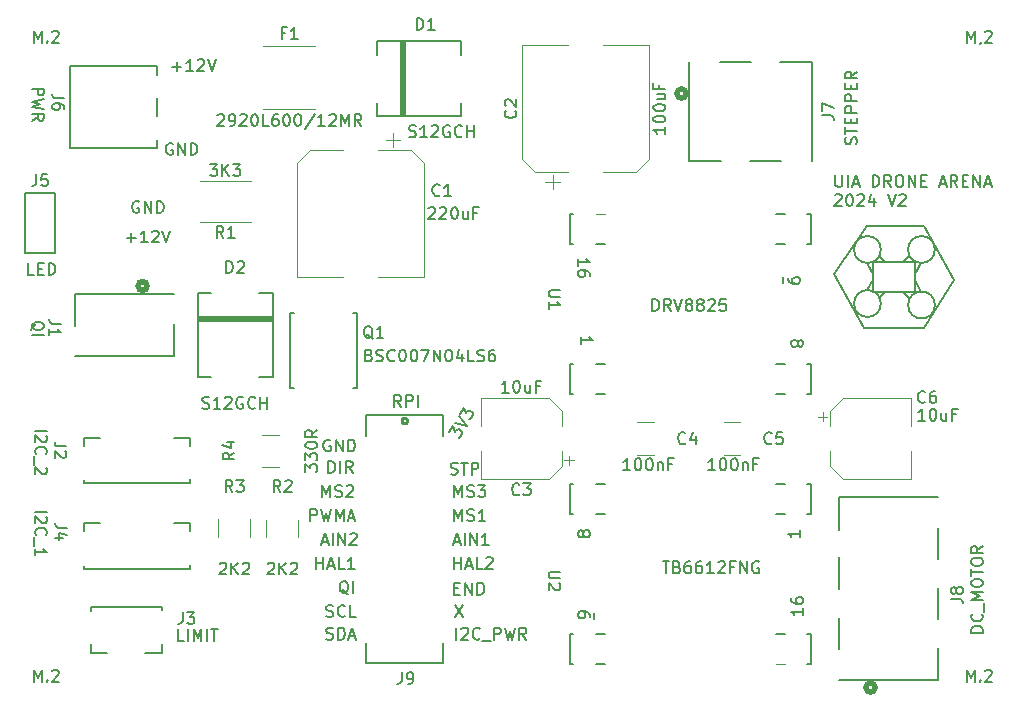
<source format=gbr>
%TF.GenerationSoftware,KiCad,Pcbnew,7.0.10*%
%TF.CreationDate,2024-03-01T15:17:48+01:00*%
%TF.ProjectId,arenaPCBv2,6172656e-6150-4434-9276-322e6b696361,rev?*%
%TF.SameCoordinates,Original*%
%TF.FileFunction,Legend,Top*%
%TF.FilePolarity,Positive*%
%FSLAX46Y46*%
G04 Gerber Fmt 4.6, Leading zero omitted, Abs format (unit mm)*
G04 Created by KiCad (PCBNEW 7.0.10) date 2024-03-01 15:17:48*
%MOMM*%
%LPD*%
G01*
G04 APERTURE LIST*
%ADD10C,0.150000*%
%ADD11C,0.152400*%
%ADD12C,0.250000*%
%ADD13C,0.120000*%
%ADD14C,0.100000*%
%ADD15C,0.508000*%
%ADD16C,0.200000*%
G04 APERTURE END LIST*
D10*
X174752000Y-80010000D02*
X177546000Y-75946000D01*
X183253923Y-82669922D02*
G75*
G03*
X180982077Y-82669922I-1135923J0D01*
G01*
X180982077Y-82669922D02*
G75*
G03*
X183253923Y-82669922I1135923J0D01*
G01*
X180594000Y-78994000D02*
X181102000Y-78486000D01*
X178054000Y-78994000D02*
X181610000Y-78994000D01*
X181610000Y-81534000D01*
X178054000Y-81534000D01*
X178054000Y-78994000D01*
X181610000Y-80010000D02*
X182118000Y-79113922D01*
X184912000Y-80518000D02*
X182372000Y-84582000D01*
X179070000Y-81534000D02*
X178562000Y-82042000D01*
X178681923Y-77978000D02*
G75*
G03*
X176410077Y-77978000I-1135923J0D01*
G01*
X176410077Y-77978000D02*
G75*
G03*
X178681923Y-77978000I1135923J0D01*
G01*
X183253923Y-77978000D02*
G75*
G03*
X180982077Y-77978000I-1135923J0D01*
G01*
X180982077Y-77978000D02*
G75*
G03*
X183253923Y-77978000I1135923J0D01*
G01*
X178054000Y-80010000D02*
X177546000Y-79113922D01*
X178681923Y-82550000D02*
G75*
G03*
X176410077Y-82550000I-1135923J0D01*
G01*
X176410077Y-82550000D02*
G75*
G03*
X178681923Y-82550000I1135923J0D01*
G01*
X178054000Y-80518000D02*
X177546000Y-81414078D01*
X182372000Y-84582000D02*
X177292000Y-84582000D01*
X182372000Y-75946000D02*
X184912000Y-80518000D01*
X179070000Y-78994000D02*
X178562000Y-78486000D01*
X177546000Y-75946000D02*
X182372000Y-75946000D01*
X177292000Y-84582000D02*
X174752000Y-80010000D01*
X182118000Y-81534000D02*
X181610000Y-80518000D01*
X180594000Y-81534000D02*
X181102000Y-82042000D01*
X174834779Y-71681819D02*
X174834779Y-72491342D01*
X174834779Y-72491342D02*
X174882398Y-72586580D01*
X174882398Y-72586580D02*
X174930017Y-72634200D01*
X174930017Y-72634200D02*
X175025255Y-72681819D01*
X175025255Y-72681819D02*
X175215731Y-72681819D01*
X175215731Y-72681819D02*
X175310969Y-72634200D01*
X175310969Y-72634200D02*
X175358588Y-72586580D01*
X175358588Y-72586580D02*
X175406207Y-72491342D01*
X175406207Y-72491342D02*
X175406207Y-71681819D01*
X175882398Y-72681819D02*
X175882398Y-71681819D01*
X176310969Y-72396104D02*
X176787159Y-72396104D01*
X176215731Y-72681819D02*
X176549064Y-71681819D01*
X176549064Y-71681819D02*
X176882397Y-72681819D01*
X177977636Y-72681819D02*
X177977636Y-71681819D01*
X177977636Y-71681819D02*
X178215731Y-71681819D01*
X178215731Y-71681819D02*
X178358588Y-71729438D01*
X178358588Y-71729438D02*
X178453826Y-71824676D01*
X178453826Y-71824676D02*
X178501445Y-71919914D01*
X178501445Y-71919914D02*
X178549064Y-72110390D01*
X178549064Y-72110390D02*
X178549064Y-72253247D01*
X178549064Y-72253247D02*
X178501445Y-72443723D01*
X178501445Y-72443723D02*
X178453826Y-72538961D01*
X178453826Y-72538961D02*
X178358588Y-72634200D01*
X178358588Y-72634200D02*
X178215731Y-72681819D01*
X178215731Y-72681819D02*
X177977636Y-72681819D01*
X179549064Y-72681819D02*
X179215731Y-72205628D01*
X178977636Y-72681819D02*
X178977636Y-71681819D01*
X178977636Y-71681819D02*
X179358588Y-71681819D01*
X179358588Y-71681819D02*
X179453826Y-71729438D01*
X179453826Y-71729438D02*
X179501445Y-71777057D01*
X179501445Y-71777057D02*
X179549064Y-71872295D01*
X179549064Y-71872295D02*
X179549064Y-72015152D01*
X179549064Y-72015152D02*
X179501445Y-72110390D01*
X179501445Y-72110390D02*
X179453826Y-72158009D01*
X179453826Y-72158009D02*
X179358588Y-72205628D01*
X179358588Y-72205628D02*
X178977636Y-72205628D01*
X180168112Y-71681819D02*
X180358588Y-71681819D01*
X180358588Y-71681819D02*
X180453826Y-71729438D01*
X180453826Y-71729438D02*
X180549064Y-71824676D01*
X180549064Y-71824676D02*
X180596683Y-72015152D01*
X180596683Y-72015152D02*
X180596683Y-72348485D01*
X180596683Y-72348485D02*
X180549064Y-72538961D01*
X180549064Y-72538961D02*
X180453826Y-72634200D01*
X180453826Y-72634200D02*
X180358588Y-72681819D01*
X180358588Y-72681819D02*
X180168112Y-72681819D01*
X180168112Y-72681819D02*
X180072874Y-72634200D01*
X180072874Y-72634200D02*
X179977636Y-72538961D01*
X179977636Y-72538961D02*
X179930017Y-72348485D01*
X179930017Y-72348485D02*
X179930017Y-72015152D01*
X179930017Y-72015152D02*
X179977636Y-71824676D01*
X179977636Y-71824676D02*
X180072874Y-71729438D01*
X180072874Y-71729438D02*
X180168112Y-71681819D01*
X181025255Y-72681819D02*
X181025255Y-71681819D01*
X181025255Y-71681819D02*
X181596683Y-72681819D01*
X181596683Y-72681819D02*
X181596683Y-71681819D01*
X182072874Y-72158009D02*
X182406207Y-72158009D01*
X182549064Y-72681819D02*
X182072874Y-72681819D01*
X182072874Y-72681819D02*
X182072874Y-71681819D01*
X182072874Y-71681819D02*
X182549064Y-71681819D01*
X183691922Y-72396104D02*
X184168112Y-72396104D01*
X183596684Y-72681819D02*
X183930017Y-71681819D01*
X183930017Y-71681819D02*
X184263350Y-72681819D01*
X185168112Y-72681819D02*
X184834779Y-72205628D01*
X184596684Y-72681819D02*
X184596684Y-71681819D01*
X184596684Y-71681819D02*
X184977636Y-71681819D01*
X184977636Y-71681819D02*
X185072874Y-71729438D01*
X185072874Y-71729438D02*
X185120493Y-71777057D01*
X185120493Y-71777057D02*
X185168112Y-71872295D01*
X185168112Y-71872295D02*
X185168112Y-72015152D01*
X185168112Y-72015152D02*
X185120493Y-72110390D01*
X185120493Y-72110390D02*
X185072874Y-72158009D01*
X185072874Y-72158009D02*
X184977636Y-72205628D01*
X184977636Y-72205628D02*
X184596684Y-72205628D01*
X185596684Y-72158009D02*
X185930017Y-72158009D01*
X186072874Y-72681819D02*
X185596684Y-72681819D01*
X185596684Y-72681819D02*
X185596684Y-71681819D01*
X185596684Y-71681819D02*
X186072874Y-71681819D01*
X186501446Y-72681819D02*
X186501446Y-71681819D01*
X186501446Y-71681819D02*
X187072874Y-72681819D01*
X187072874Y-72681819D02*
X187072874Y-71681819D01*
X187501446Y-72396104D02*
X187977636Y-72396104D01*
X187406208Y-72681819D02*
X187739541Y-71681819D01*
X187739541Y-71681819D02*
X188072874Y-72681819D01*
X174787160Y-73387057D02*
X174834779Y-73339438D01*
X174834779Y-73339438D02*
X174930017Y-73291819D01*
X174930017Y-73291819D02*
X175168112Y-73291819D01*
X175168112Y-73291819D02*
X175263350Y-73339438D01*
X175263350Y-73339438D02*
X175310969Y-73387057D01*
X175310969Y-73387057D02*
X175358588Y-73482295D01*
X175358588Y-73482295D02*
X175358588Y-73577533D01*
X175358588Y-73577533D02*
X175310969Y-73720390D01*
X175310969Y-73720390D02*
X174739541Y-74291819D01*
X174739541Y-74291819D02*
X175358588Y-74291819D01*
X175977636Y-73291819D02*
X176072874Y-73291819D01*
X176072874Y-73291819D02*
X176168112Y-73339438D01*
X176168112Y-73339438D02*
X176215731Y-73387057D01*
X176215731Y-73387057D02*
X176263350Y-73482295D01*
X176263350Y-73482295D02*
X176310969Y-73672771D01*
X176310969Y-73672771D02*
X176310969Y-73910866D01*
X176310969Y-73910866D02*
X176263350Y-74101342D01*
X176263350Y-74101342D02*
X176215731Y-74196580D01*
X176215731Y-74196580D02*
X176168112Y-74244200D01*
X176168112Y-74244200D02*
X176072874Y-74291819D01*
X176072874Y-74291819D02*
X175977636Y-74291819D01*
X175977636Y-74291819D02*
X175882398Y-74244200D01*
X175882398Y-74244200D02*
X175834779Y-74196580D01*
X175834779Y-74196580D02*
X175787160Y-74101342D01*
X175787160Y-74101342D02*
X175739541Y-73910866D01*
X175739541Y-73910866D02*
X175739541Y-73672771D01*
X175739541Y-73672771D02*
X175787160Y-73482295D01*
X175787160Y-73482295D02*
X175834779Y-73387057D01*
X175834779Y-73387057D02*
X175882398Y-73339438D01*
X175882398Y-73339438D02*
X175977636Y-73291819D01*
X176691922Y-73387057D02*
X176739541Y-73339438D01*
X176739541Y-73339438D02*
X176834779Y-73291819D01*
X176834779Y-73291819D02*
X177072874Y-73291819D01*
X177072874Y-73291819D02*
X177168112Y-73339438D01*
X177168112Y-73339438D02*
X177215731Y-73387057D01*
X177215731Y-73387057D02*
X177263350Y-73482295D01*
X177263350Y-73482295D02*
X177263350Y-73577533D01*
X177263350Y-73577533D02*
X177215731Y-73720390D01*
X177215731Y-73720390D02*
X176644303Y-74291819D01*
X176644303Y-74291819D02*
X177263350Y-74291819D01*
X178120493Y-73625152D02*
X178120493Y-74291819D01*
X177882398Y-73244200D02*
X177644303Y-73958485D01*
X177644303Y-73958485D02*
X178263350Y-73958485D01*
X179263351Y-73291819D02*
X179596684Y-74291819D01*
X179596684Y-74291819D02*
X179930017Y-73291819D01*
X180215732Y-73387057D02*
X180263351Y-73339438D01*
X180263351Y-73339438D02*
X180358589Y-73291819D01*
X180358589Y-73291819D02*
X180596684Y-73291819D01*
X180596684Y-73291819D02*
X180691922Y-73339438D01*
X180691922Y-73339438D02*
X180739541Y-73387057D01*
X180739541Y-73387057D02*
X180787160Y-73482295D01*
X180787160Y-73482295D02*
X180787160Y-73577533D01*
X180787160Y-73577533D02*
X180739541Y-73720390D01*
X180739541Y-73720390D02*
X180168113Y-74291819D01*
X180168113Y-74291819D02*
X180787160Y-74291819D01*
X130892779Y-105025819D02*
X130892779Y-104025819D01*
X130892779Y-104502009D02*
X131464207Y-104502009D01*
X131464207Y-105025819D02*
X131464207Y-104025819D01*
X131892779Y-104740104D02*
X132368969Y-104740104D01*
X131797541Y-105025819D02*
X132130874Y-104025819D01*
X132130874Y-104025819D02*
X132464207Y-105025819D01*
X133273731Y-105025819D02*
X132797541Y-105025819D01*
X132797541Y-105025819D02*
X132797541Y-104025819D01*
X134130874Y-105025819D02*
X133559446Y-105025819D01*
X133845160Y-105025819D02*
X133845160Y-104025819D01*
X133845160Y-104025819D02*
X133749922Y-104168676D01*
X133749922Y-104168676D02*
X133654684Y-104263914D01*
X133654684Y-104263914D02*
X133559446Y-104311533D01*
X131353160Y-102708104D02*
X131829350Y-102708104D01*
X131257922Y-102993819D02*
X131591255Y-101993819D01*
X131591255Y-101993819D02*
X131924588Y-102993819D01*
X132257922Y-102993819D02*
X132257922Y-101993819D01*
X132734112Y-102993819D02*
X132734112Y-101993819D01*
X132734112Y-101993819D02*
X133305540Y-102993819D01*
X133305540Y-102993819D02*
X133305540Y-101993819D01*
X133734112Y-102089057D02*
X133781731Y-102041438D01*
X133781731Y-102041438D02*
X133876969Y-101993819D01*
X133876969Y-101993819D02*
X134115064Y-101993819D01*
X134115064Y-101993819D02*
X134210302Y-102041438D01*
X134210302Y-102041438D02*
X134257921Y-102089057D01*
X134257921Y-102089057D02*
X134305540Y-102184295D01*
X134305540Y-102184295D02*
X134305540Y-102279533D01*
X134305540Y-102279533D02*
X134257921Y-102422390D01*
X134257921Y-102422390D02*
X133686493Y-102993819D01*
X133686493Y-102993819D02*
X134305540Y-102993819D01*
X130384779Y-100961819D02*
X130384779Y-99961819D01*
X130384779Y-99961819D02*
X130765731Y-99961819D01*
X130765731Y-99961819D02*
X130860969Y-100009438D01*
X130860969Y-100009438D02*
X130908588Y-100057057D01*
X130908588Y-100057057D02*
X130956207Y-100152295D01*
X130956207Y-100152295D02*
X130956207Y-100295152D01*
X130956207Y-100295152D02*
X130908588Y-100390390D01*
X130908588Y-100390390D02*
X130860969Y-100438009D01*
X130860969Y-100438009D02*
X130765731Y-100485628D01*
X130765731Y-100485628D02*
X130384779Y-100485628D01*
X131289541Y-99961819D02*
X131527636Y-100961819D01*
X131527636Y-100961819D02*
X131718112Y-100247533D01*
X131718112Y-100247533D02*
X131908588Y-100961819D01*
X131908588Y-100961819D02*
X132146684Y-99961819D01*
X132527636Y-100961819D02*
X132527636Y-99961819D01*
X132527636Y-99961819D02*
X132860969Y-100676104D01*
X132860969Y-100676104D02*
X133194302Y-99961819D01*
X133194302Y-99961819D02*
X133194302Y-100961819D01*
X133622874Y-100676104D02*
X134099064Y-100676104D01*
X133527636Y-100961819D02*
X133860969Y-99961819D01*
X133860969Y-99961819D02*
X134194302Y-100961819D01*
X131400779Y-98929819D02*
X131400779Y-97929819D01*
X131400779Y-97929819D02*
X131734112Y-98644104D01*
X131734112Y-98644104D02*
X132067445Y-97929819D01*
X132067445Y-97929819D02*
X132067445Y-98929819D01*
X132496017Y-98882200D02*
X132638874Y-98929819D01*
X132638874Y-98929819D02*
X132876969Y-98929819D01*
X132876969Y-98929819D02*
X132972207Y-98882200D01*
X132972207Y-98882200D02*
X133019826Y-98834580D01*
X133019826Y-98834580D02*
X133067445Y-98739342D01*
X133067445Y-98739342D02*
X133067445Y-98644104D01*
X133067445Y-98644104D02*
X133019826Y-98548866D01*
X133019826Y-98548866D02*
X132972207Y-98501247D01*
X132972207Y-98501247D02*
X132876969Y-98453628D01*
X132876969Y-98453628D02*
X132686493Y-98406009D01*
X132686493Y-98406009D02*
X132591255Y-98358390D01*
X132591255Y-98358390D02*
X132543636Y-98310771D01*
X132543636Y-98310771D02*
X132496017Y-98215533D01*
X132496017Y-98215533D02*
X132496017Y-98120295D01*
X132496017Y-98120295D02*
X132543636Y-98025057D01*
X132543636Y-98025057D02*
X132591255Y-97977438D01*
X132591255Y-97977438D02*
X132686493Y-97929819D01*
X132686493Y-97929819D02*
X132924588Y-97929819D01*
X132924588Y-97929819D02*
X133067445Y-97977438D01*
X133448398Y-98025057D02*
X133496017Y-97977438D01*
X133496017Y-97977438D02*
X133591255Y-97929819D01*
X133591255Y-97929819D02*
X133829350Y-97929819D01*
X133829350Y-97929819D02*
X133924588Y-97977438D01*
X133924588Y-97977438D02*
X133972207Y-98025057D01*
X133972207Y-98025057D02*
X134019826Y-98120295D01*
X134019826Y-98120295D02*
X134019826Y-98215533D01*
X134019826Y-98215533D02*
X133972207Y-98358390D01*
X133972207Y-98358390D02*
X133400779Y-98929819D01*
X133400779Y-98929819D02*
X134019826Y-98929819D01*
X142275160Y-96977200D02*
X142418017Y-97024819D01*
X142418017Y-97024819D02*
X142656112Y-97024819D01*
X142656112Y-97024819D02*
X142751350Y-96977200D01*
X142751350Y-96977200D02*
X142798969Y-96929580D01*
X142798969Y-96929580D02*
X142846588Y-96834342D01*
X142846588Y-96834342D02*
X142846588Y-96739104D01*
X142846588Y-96739104D02*
X142798969Y-96643866D01*
X142798969Y-96643866D02*
X142751350Y-96596247D01*
X142751350Y-96596247D02*
X142656112Y-96548628D01*
X142656112Y-96548628D02*
X142465636Y-96501009D01*
X142465636Y-96501009D02*
X142370398Y-96453390D01*
X142370398Y-96453390D02*
X142322779Y-96405771D01*
X142322779Y-96405771D02*
X142275160Y-96310533D01*
X142275160Y-96310533D02*
X142275160Y-96215295D01*
X142275160Y-96215295D02*
X142322779Y-96120057D01*
X142322779Y-96120057D02*
X142370398Y-96072438D01*
X142370398Y-96072438D02*
X142465636Y-96024819D01*
X142465636Y-96024819D02*
X142703731Y-96024819D01*
X142703731Y-96024819D02*
X142846588Y-96072438D01*
X143132303Y-96024819D02*
X143703731Y-96024819D01*
X143418017Y-97024819D02*
X143418017Y-96024819D01*
X144037065Y-97024819D02*
X144037065Y-96024819D01*
X144037065Y-96024819D02*
X144418017Y-96024819D01*
X144418017Y-96024819D02*
X144513255Y-96072438D01*
X144513255Y-96072438D02*
X144560874Y-96120057D01*
X144560874Y-96120057D02*
X144608493Y-96215295D01*
X144608493Y-96215295D02*
X144608493Y-96358152D01*
X144608493Y-96358152D02*
X144560874Y-96453390D01*
X144560874Y-96453390D02*
X144513255Y-96501009D01*
X144513255Y-96501009D02*
X144418017Y-96548628D01*
X144418017Y-96548628D02*
X144037065Y-96548628D01*
X106714942Y-84823445D02*
X106762561Y-84728207D01*
X106762561Y-84728207D02*
X106857800Y-84632969D01*
X106857800Y-84632969D02*
X107000657Y-84490112D01*
X107000657Y-84490112D02*
X107048276Y-84394874D01*
X107048276Y-84394874D02*
X107048276Y-84299636D01*
X106810180Y-84347255D02*
X106857800Y-84252017D01*
X106857800Y-84252017D02*
X106953038Y-84156779D01*
X106953038Y-84156779D02*
X107143514Y-84109160D01*
X107143514Y-84109160D02*
X107476847Y-84109160D01*
X107476847Y-84109160D02*
X107667323Y-84156779D01*
X107667323Y-84156779D02*
X107762561Y-84252017D01*
X107762561Y-84252017D02*
X107810180Y-84347255D01*
X107810180Y-84347255D02*
X107810180Y-84537731D01*
X107810180Y-84537731D02*
X107762561Y-84632969D01*
X107762561Y-84632969D02*
X107667323Y-84728207D01*
X107667323Y-84728207D02*
X107476847Y-84775826D01*
X107476847Y-84775826D02*
X107143514Y-84775826D01*
X107143514Y-84775826D02*
X106953038Y-84728207D01*
X106953038Y-84728207D02*
X106857800Y-84632969D01*
X106857800Y-84632969D02*
X106810180Y-84537731D01*
X106810180Y-84537731D02*
X106810180Y-84347255D01*
X106810180Y-85204398D02*
X107810180Y-85204398D01*
X187321819Y-110407220D02*
X186321819Y-110407220D01*
X186321819Y-110407220D02*
X186321819Y-110169125D01*
X186321819Y-110169125D02*
X186369438Y-110026268D01*
X186369438Y-110026268D02*
X186464676Y-109931030D01*
X186464676Y-109931030D02*
X186559914Y-109883411D01*
X186559914Y-109883411D02*
X186750390Y-109835792D01*
X186750390Y-109835792D02*
X186893247Y-109835792D01*
X186893247Y-109835792D02*
X187083723Y-109883411D01*
X187083723Y-109883411D02*
X187178961Y-109931030D01*
X187178961Y-109931030D02*
X187274200Y-110026268D01*
X187274200Y-110026268D02*
X187321819Y-110169125D01*
X187321819Y-110169125D02*
X187321819Y-110407220D01*
X187226580Y-108835792D02*
X187274200Y-108883411D01*
X187274200Y-108883411D02*
X187321819Y-109026268D01*
X187321819Y-109026268D02*
X187321819Y-109121506D01*
X187321819Y-109121506D02*
X187274200Y-109264363D01*
X187274200Y-109264363D02*
X187178961Y-109359601D01*
X187178961Y-109359601D02*
X187083723Y-109407220D01*
X187083723Y-109407220D02*
X186893247Y-109454839D01*
X186893247Y-109454839D02*
X186750390Y-109454839D01*
X186750390Y-109454839D02*
X186559914Y-109407220D01*
X186559914Y-109407220D02*
X186464676Y-109359601D01*
X186464676Y-109359601D02*
X186369438Y-109264363D01*
X186369438Y-109264363D02*
X186321819Y-109121506D01*
X186321819Y-109121506D02*
X186321819Y-109026268D01*
X186321819Y-109026268D02*
X186369438Y-108883411D01*
X186369438Y-108883411D02*
X186417057Y-108835792D01*
X187417057Y-108645316D02*
X187417057Y-107883411D01*
X187321819Y-107645315D02*
X186321819Y-107645315D01*
X186321819Y-107645315D02*
X187036104Y-107311982D01*
X187036104Y-107311982D02*
X186321819Y-106978649D01*
X186321819Y-106978649D02*
X187321819Y-106978649D01*
X186321819Y-106311982D02*
X186321819Y-106121506D01*
X186321819Y-106121506D02*
X186369438Y-106026268D01*
X186369438Y-106026268D02*
X186464676Y-105931030D01*
X186464676Y-105931030D02*
X186655152Y-105883411D01*
X186655152Y-105883411D02*
X186988485Y-105883411D01*
X186988485Y-105883411D02*
X187178961Y-105931030D01*
X187178961Y-105931030D02*
X187274200Y-106026268D01*
X187274200Y-106026268D02*
X187321819Y-106121506D01*
X187321819Y-106121506D02*
X187321819Y-106311982D01*
X187321819Y-106311982D02*
X187274200Y-106407220D01*
X187274200Y-106407220D02*
X187178961Y-106502458D01*
X187178961Y-106502458D02*
X186988485Y-106550077D01*
X186988485Y-106550077D02*
X186655152Y-106550077D01*
X186655152Y-106550077D02*
X186464676Y-106502458D01*
X186464676Y-106502458D02*
X186369438Y-106407220D01*
X186369438Y-106407220D02*
X186321819Y-106311982D01*
X186321819Y-105597696D02*
X186321819Y-105026268D01*
X187321819Y-105311982D02*
X186321819Y-105311982D01*
X186321819Y-104502458D02*
X186321819Y-104311982D01*
X186321819Y-104311982D02*
X186369438Y-104216744D01*
X186369438Y-104216744D02*
X186464676Y-104121506D01*
X186464676Y-104121506D02*
X186655152Y-104073887D01*
X186655152Y-104073887D02*
X186988485Y-104073887D01*
X186988485Y-104073887D02*
X187178961Y-104121506D01*
X187178961Y-104121506D02*
X187274200Y-104216744D01*
X187274200Y-104216744D02*
X187321819Y-104311982D01*
X187321819Y-104311982D02*
X187321819Y-104502458D01*
X187321819Y-104502458D02*
X187274200Y-104597696D01*
X187274200Y-104597696D02*
X187178961Y-104692934D01*
X187178961Y-104692934D02*
X186988485Y-104740553D01*
X186988485Y-104740553D02*
X186655152Y-104740553D01*
X186655152Y-104740553D02*
X186464676Y-104692934D01*
X186464676Y-104692934D02*
X186369438Y-104597696D01*
X186369438Y-104597696D02*
X186321819Y-104502458D01*
X187321819Y-103073887D02*
X186845628Y-103407220D01*
X187321819Y-103645315D02*
X186321819Y-103645315D01*
X186321819Y-103645315D02*
X186321819Y-103264363D01*
X186321819Y-103264363D02*
X186369438Y-103169125D01*
X186369438Y-103169125D02*
X186417057Y-103121506D01*
X186417057Y-103121506D02*
X186512295Y-103073887D01*
X186512295Y-103073887D02*
X186655152Y-103073887D01*
X186655152Y-103073887D02*
X186750390Y-103121506D01*
X186750390Y-103121506D02*
X186798009Y-103169125D01*
X186798009Y-103169125D02*
X186845628Y-103264363D01*
X186845628Y-103264363D02*
X186845628Y-103645315D01*
X176606200Y-69052839D02*
X176653819Y-68909982D01*
X176653819Y-68909982D02*
X176653819Y-68671887D01*
X176653819Y-68671887D02*
X176606200Y-68576649D01*
X176606200Y-68576649D02*
X176558580Y-68529030D01*
X176558580Y-68529030D02*
X176463342Y-68481411D01*
X176463342Y-68481411D02*
X176368104Y-68481411D01*
X176368104Y-68481411D02*
X176272866Y-68529030D01*
X176272866Y-68529030D02*
X176225247Y-68576649D01*
X176225247Y-68576649D02*
X176177628Y-68671887D01*
X176177628Y-68671887D02*
X176130009Y-68862363D01*
X176130009Y-68862363D02*
X176082390Y-68957601D01*
X176082390Y-68957601D02*
X176034771Y-69005220D01*
X176034771Y-69005220D02*
X175939533Y-69052839D01*
X175939533Y-69052839D02*
X175844295Y-69052839D01*
X175844295Y-69052839D02*
X175749057Y-69005220D01*
X175749057Y-69005220D02*
X175701438Y-68957601D01*
X175701438Y-68957601D02*
X175653819Y-68862363D01*
X175653819Y-68862363D02*
X175653819Y-68624268D01*
X175653819Y-68624268D02*
X175701438Y-68481411D01*
X175653819Y-68195696D02*
X175653819Y-67624268D01*
X176653819Y-67909982D02*
X175653819Y-67909982D01*
X176130009Y-67290934D02*
X176130009Y-66957601D01*
X176653819Y-66814744D02*
X176653819Y-67290934D01*
X176653819Y-67290934D02*
X175653819Y-67290934D01*
X175653819Y-67290934D02*
X175653819Y-66814744D01*
X176653819Y-66386172D02*
X175653819Y-66386172D01*
X175653819Y-66386172D02*
X175653819Y-66005220D01*
X175653819Y-66005220D02*
X175701438Y-65909982D01*
X175701438Y-65909982D02*
X175749057Y-65862363D01*
X175749057Y-65862363D02*
X175844295Y-65814744D01*
X175844295Y-65814744D02*
X175987152Y-65814744D01*
X175987152Y-65814744D02*
X176082390Y-65862363D01*
X176082390Y-65862363D02*
X176130009Y-65909982D01*
X176130009Y-65909982D02*
X176177628Y-66005220D01*
X176177628Y-66005220D02*
X176177628Y-66386172D01*
X176653819Y-65386172D02*
X175653819Y-65386172D01*
X175653819Y-65386172D02*
X175653819Y-65005220D01*
X175653819Y-65005220D02*
X175701438Y-64909982D01*
X175701438Y-64909982D02*
X175749057Y-64862363D01*
X175749057Y-64862363D02*
X175844295Y-64814744D01*
X175844295Y-64814744D02*
X175987152Y-64814744D01*
X175987152Y-64814744D02*
X176082390Y-64862363D01*
X176082390Y-64862363D02*
X176130009Y-64909982D01*
X176130009Y-64909982D02*
X176177628Y-65005220D01*
X176177628Y-65005220D02*
X176177628Y-65386172D01*
X176130009Y-64386172D02*
X176130009Y-64052839D01*
X176653819Y-63909982D02*
X176653819Y-64386172D01*
X176653819Y-64386172D02*
X175653819Y-64386172D01*
X175653819Y-64386172D02*
X175653819Y-63909982D01*
X176653819Y-62909982D02*
X176177628Y-63243315D01*
X176653819Y-63481410D02*
X175653819Y-63481410D01*
X175653819Y-63481410D02*
X175653819Y-63100458D01*
X175653819Y-63100458D02*
X175701438Y-63005220D01*
X175701438Y-63005220D02*
X175749057Y-62957601D01*
X175749057Y-62957601D02*
X175844295Y-62909982D01*
X175844295Y-62909982D02*
X175987152Y-62909982D01*
X175987152Y-62909982D02*
X176082390Y-62957601D01*
X176082390Y-62957601D02*
X176130009Y-63005220D01*
X176130009Y-63005220D02*
X176177628Y-63100458D01*
X176177628Y-63100458D02*
X176177628Y-63481410D01*
X172081819Y-108359411D02*
X172081819Y-108930839D01*
X172081819Y-108645125D02*
X171081819Y-108645125D01*
X171081819Y-108645125D02*
X171224676Y-108740363D01*
X171224676Y-108740363D02*
X171319914Y-108835601D01*
X171319914Y-108835601D02*
X171367533Y-108930839D01*
X171081819Y-107502268D02*
X171081819Y-107692744D01*
X171081819Y-107692744D02*
X171129438Y-107787982D01*
X171129438Y-107787982D02*
X171177057Y-107835601D01*
X171177057Y-107835601D02*
X171319914Y-107930839D01*
X171319914Y-107930839D02*
X171510390Y-107978458D01*
X171510390Y-107978458D02*
X171891342Y-107978458D01*
X171891342Y-107978458D02*
X171986580Y-107930839D01*
X171986580Y-107930839D02*
X172034200Y-107883220D01*
X172034200Y-107883220D02*
X172081819Y-107787982D01*
X172081819Y-107787982D02*
X172081819Y-107597506D01*
X172081819Y-107597506D02*
X172034200Y-107502268D01*
X172034200Y-107502268D02*
X171986580Y-107454649D01*
X171986580Y-107454649D02*
X171891342Y-107407030D01*
X171891342Y-107407030D02*
X171653247Y-107407030D01*
X171653247Y-107407030D02*
X171558009Y-107454649D01*
X171558009Y-107454649D02*
X171510390Y-107502268D01*
X171510390Y-107502268D02*
X171462771Y-107597506D01*
X171462771Y-107597506D02*
X171462771Y-107787982D01*
X171462771Y-107787982D02*
X171510390Y-107883220D01*
X171510390Y-107883220D02*
X171558009Y-107930839D01*
X171558009Y-107930839D02*
X171653247Y-107978458D01*
X154047819Y-109089601D02*
X154047819Y-108899125D01*
X154047819Y-108899125D02*
X154000200Y-108803887D01*
X154000200Y-108803887D02*
X153952580Y-108756268D01*
X153952580Y-108756268D02*
X153809723Y-108661030D01*
X153809723Y-108661030D02*
X153619247Y-108613411D01*
X153619247Y-108613411D02*
X153238295Y-108613411D01*
X153238295Y-108613411D02*
X153143057Y-108661030D01*
X153143057Y-108661030D02*
X153095438Y-108708649D01*
X153095438Y-108708649D02*
X153047819Y-108803887D01*
X153047819Y-108803887D02*
X153047819Y-108994363D01*
X153047819Y-108994363D02*
X153095438Y-109089601D01*
X153095438Y-109089601D02*
X153143057Y-109137220D01*
X153143057Y-109137220D02*
X153238295Y-109184839D01*
X153238295Y-109184839D02*
X153476390Y-109184839D01*
X153476390Y-109184839D02*
X153571628Y-109137220D01*
X153571628Y-109137220D02*
X153619247Y-109089601D01*
X153619247Y-109089601D02*
X153666866Y-108994363D01*
X153666866Y-108994363D02*
X153666866Y-108803887D01*
X153666866Y-108803887D02*
X153619247Y-108708649D01*
X153619247Y-108708649D02*
X153571628Y-108661030D01*
X153571628Y-108661030D02*
X153476390Y-108613411D01*
X154432000Y-109220000D02*
X154432000Y-108712000D01*
X153476390Y-102136363D02*
X153428771Y-102231601D01*
X153428771Y-102231601D02*
X153381152Y-102279220D01*
X153381152Y-102279220D02*
X153285914Y-102326839D01*
X153285914Y-102326839D02*
X153238295Y-102326839D01*
X153238295Y-102326839D02*
X153143057Y-102279220D01*
X153143057Y-102279220D02*
X153095438Y-102231601D01*
X153095438Y-102231601D02*
X153047819Y-102136363D01*
X153047819Y-102136363D02*
X153047819Y-101945887D01*
X153047819Y-101945887D02*
X153095438Y-101850649D01*
X153095438Y-101850649D02*
X153143057Y-101803030D01*
X153143057Y-101803030D02*
X153238295Y-101755411D01*
X153238295Y-101755411D02*
X153285914Y-101755411D01*
X153285914Y-101755411D02*
X153381152Y-101803030D01*
X153381152Y-101803030D02*
X153428771Y-101850649D01*
X153428771Y-101850649D02*
X153476390Y-101945887D01*
X153476390Y-101945887D02*
X153476390Y-102136363D01*
X153476390Y-102136363D02*
X153524009Y-102231601D01*
X153524009Y-102231601D02*
X153571628Y-102279220D01*
X153571628Y-102279220D02*
X153666866Y-102326839D01*
X153666866Y-102326839D02*
X153857342Y-102326839D01*
X153857342Y-102326839D02*
X153952580Y-102279220D01*
X153952580Y-102279220D02*
X154000200Y-102231601D01*
X154000200Y-102231601D02*
X154047819Y-102136363D01*
X154047819Y-102136363D02*
X154047819Y-101945887D01*
X154047819Y-101945887D02*
X154000200Y-101850649D01*
X154000200Y-101850649D02*
X153952580Y-101803030D01*
X153952580Y-101803030D02*
X153857342Y-101755411D01*
X153857342Y-101755411D02*
X153666866Y-101755411D01*
X153666866Y-101755411D02*
X153571628Y-101803030D01*
X153571628Y-101803030D02*
X153524009Y-101850649D01*
X153524009Y-101850649D02*
X153476390Y-101945887D01*
X171827819Y-101755411D02*
X171827819Y-102326839D01*
X171827819Y-102041125D02*
X170827819Y-102041125D01*
X170827819Y-102041125D02*
X170970676Y-102136363D01*
X170970676Y-102136363D02*
X171065914Y-102231601D01*
X171065914Y-102231601D02*
X171113533Y-102326839D01*
X153038180Y-79346588D02*
X153038180Y-78775160D01*
X153038180Y-79060874D02*
X154038180Y-79060874D01*
X154038180Y-79060874D02*
X153895323Y-78965636D01*
X153895323Y-78965636D02*
X153800085Y-78870398D01*
X153800085Y-78870398D02*
X153752466Y-78775160D01*
X154038180Y-80203731D02*
X154038180Y-80013255D01*
X154038180Y-80013255D02*
X153990561Y-79918017D01*
X153990561Y-79918017D02*
X153942942Y-79870398D01*
X153942942Y-79870398D02*
X153800085Y-79775160D01*
X153800085Y-79775160D02*
X153609609Y-79727541D01*
X153609609Y-79727541D02*
X153228657Y-79727541D01*
X153228657Y-79727541D02*
X153133419Y-79775160D01*
X153133419Y-79775160D02*
X153085800Y-79822779D01*
X153085800Y-79822779D02*
X153038180Y-79918017D01*
X153038180Y-79918017D02*
X153038180Y-80108493D01*
X153038180Y-80108493D02*
X153085800Y-80203731D01*
X153085800Y-80203731D02*
X153133419Y-80251350D01*
X153133419Y-80251350D02*
X153228657Y-80298969D01*
X153228657Y-80298969D02*
X153466752Y-80298969D01*
X153466752Y-80298969D02*
X153561990Y-80251350D01*
X153561990Y-80251350D02*
X153609609Y-80203731D01*
X153609609Y-80203731D02*
X153657228Y-80108493D01*
X153657228Y-80108493D02*
X153657228Y-79918017D01*
X153657228Y-79918017D02*
X153609609Y-79822779D01*
X153609609Y-79822779D02*
X153561990Y-79775160D01*
X153561990Y-79775160D02*
X153466752Y-79727541D01*
X170434000Y-80264000D02*
X170434000Y-80772000D01*
X170818180Y-80394398D02*
X170818180Y-80584874D01*
X170818180Y-80584874D02*
X170865800Y-80680112D01*
X170865800Y-80680112D02*
X170913419Y-80727731D01*
X170913419Y-80727731D02*
X171056276Y-80822969D01*
X171056276Y-80822969D02*
X171246752Y-80870588D01*
X171246752Y-80870588D02*
X171627704Y-80870588D01*
X171627704Y-80870588D02*
X171722942Y-80822969D01*
X171722942Y-80822969D02*
X171770561Y-80775350D01*
X171770561Y-80775350D02*
X171818180Y-80680112D01*
X171818180Y-80680112D02*
X171818180Y-80489636D01*
X171818180Y-80489636D02*
X171770561Y-80394398D01*
X171770561Y-80394398D02*
X171722942Y-80346779D01*
X171722942Y-80346779D02*
X171627704Y-80299160D01*
X171627704Y-80299160D02*
X171389609Y-80299160D01*
X171389609Y-80299160D02*
X171294371Y-80346779D01*
X171294371Y-80346779D02*
X171246752Y-80394398D01*
X171246752Y-80394398D02*
X171199133Y-80489636D01*
X171199133Y-80489636D02*
X171199133Y-80680112D01*
X171199133Y-80680112D02*
X171246752Y-80775350D01*
X171246752Y-80775350D02*
X171294371Y-80822969D01*
X171294371Y-80822969D02*
X171389609Y-80870588D01*
X171643609Y-85823636D02*
X171691228Y-85728398D01*
X171691228Y-85728398D02*
X171738847Y-85680779D01*
X171738847Y-85680779D02*
X171834085Y-85633160D01*
X171834085Y-85633160D02*
X171881704Y-85633160D01*
X171881704Y-85633160D02*
X171976942Y-85680779D01*
X171976942Y-85680779D02*
X172024561Y-85728398D01*
X172024561Y-85728398D02*
X172072180Y-85823636D01*
X172072180Y-85823636D02*
X172072180Y-86014112D01*
X172072180Y-86014112D02*
X172024561Y-86109350D01*
X172024561Y-86109350D02*
X171976942Y-86156969D01*
X171976942Y-86156969D02*
X171881704Y-86204588D01*
X171881704Y-86204588D02*
X171834085Y-86204588D01*
X171834085Y-86204588D02*
X171738847Y-86156969D01*
X171738847Y-86156969D02*
X171691228Y-86109350D01*
X171691228Y-86109350D02*
X171643609Y-86014112D01*
X171643609Y-86014112D02*
X171643609Y-85823636D01*
X171643609Y-85823636D02*
X171595990Y-85728398D01*
X171595990Y-85728398D02*
X171548371Y-85680779D01*
X171548371Y-85680779D02*
X171453133Y-85633160D01*
X171453133Y-85633160D02*
X171262657Y-85633160D01*
X171262657Y-85633160D02*
X171167419Y-85680779D01*
X171167419Y-85680779D02*
X171119800Y-85728398D01*
X171119800Y-85728398D02*
X171072180Y-85823636D01*
X171072180Y-85823636D02*
X171072180Y-86014112D01*
X171072180Y-86014112D02*
X171119800Y-86109350D01*
X171119800Y-86109350D02*
X171167419Y-86156969D01*
X171167419Y-86156969D02*
X171262657Y-86204588D01*
X171262657Y-86204588D02*
X171453133Y-86204588D01*
X171453133Y-86204588D02*
X171548371Y-86156969D01*
X171548371Y-86156969D02*
X171595990Y-86109350D01*
X171595990Y-86109350D02*
X171643609Y-86014112D01*
X153292180Y-85950588D02*
X153292180Y-85379160D01*
X153292180Y-85664874D02*
X154292180Y-85664874D01*
X154292180Y-85664874D02*
X154149323Y-85569636D01*
X154149323Y-85569636D02*
X154054085Y-85474398D01*
X154054085Y-85474398D02*
X154006466Y-85379160D01*
X118716588Y-69021438D02*
X118621350Y-68973819D01*
X118621350Y-68973819D02*
X118478493Y-68973819D01*
X118478493Y-68973819D02*
X118335636Y-69021438D01*
X118335636Y-69021438D02*
X118240398Y-69116676D01*
X118240398Y-69116676D02*
X118192779Y-69211914D01*
X118192779Y-69211914D02*
X118145160Y-69402390D01*
X118145160Y-69402390D02*
X118145160Y-69545247D01*
X118145160Y-69545247D02*
X118192779Y-69735723D01*
X118192779Y-69735723D02*
X118240398Y-69830961D01*
X118240398Y-69830961D02*
X118335636Y-69926200D01*
X118335636Y-69926200D02*
X118478493Y-69973819D01*
X118478493Y-69973819D02*
X118573731Y-69973819D01*
X118573731Y-69973819D02*
X118716588Y-69926200D01*
X118716588Y-69926200D02*
X118764207Y-69878580D01*
X118764207Y-69878580D02*
X118764207Y-69545247D01*
X118764207Y-69545247D02*
X118573731Y-69545247D01*
X119192779Y-69973819D02*
X119192779Y-68973819D01*
X119192779Y-68973819D02*
X119764207Y-69973819D01*
X119764207Y-69973819D02*
X119764207Y-68973819D01*
X120240398Y-69973819D02*
X120240398Y-68973819D01*
X120240398Y-68973819D02*
X120478493Y-68973819D01*
X120478493Y-68973819D02*
X120621350Y-69021438D01*
X120621350Y-69021438D02*
X120716588Y-69116676D01*
X120716588Y-69116676D02*
X120764207Y-69211914D01*
X120764207Y-69211914D02*
X120811826Y-69402390D01*
X120811826Y-69402390D02*
X120811826Y-69545247D01*
X120811826Y-69545247D02*
X120764207Y-69735723D01*
X120764207Y-69735723D02*
X120716588Y-69830961D01*
X120716588Y-69830961D02*
X120621350Y-69926200D01*
X120621350Y-69926200D02*
X120478493Y-69973819D01*
X120478493Y-69973819D02*
X120240398Y-69973819D01*
X118700779Y-62480866D02*
X119462684Y-62480866D01*
X119081731Y-62861819D02*
X119081731Y-62099914D01*
X120462683Y-62861819D02*
X119891255Y-62861819D01*
X120176969Y-62861819D02*
X120176969Y-61861819D01*
X120176969Y-61861819D02*
X120081731Y-62004676D01*
X120081731Y-62004676D02*
X119986493Y-62099914D01*
X119986493Y-62099914D02*
X119891255Y-62147533D01*
X120843636Y-61957057D02*
X120891255Y-61909438D01*
X120891255Y-61909438D02*
X120986493Y-61861819D01*
X120986493Y-61861819D02*
X121224588Y-61861819D01*
X121224588Y-61861819D02*
X121319826Y-61909438D01*
X121319826Y-61909438D02*
X121367445Y-61957057D01*
X121367445Y-61957057D02*
X121415064Y-62052295D01*
X121415064Y-62052295D02*
X121415064Y-62147533D01*
X121415064Y-62147533D02*
X121367445Y-62290390D01*
X121367445Y-62290390D02*
X120796017Y-62861819D01*
X120796017Y-62861819D02*
X121415064Y-62861819D01*
X121700779Y-61861819D02*
X122034112Y-62861819D01*
X122034112Y-62861819D02*
X122367445Y-61861819D01*
X106810180Y-64344779D02*
X107810180Y-64344779D01*
X107810180Y-64344779D02*
X107810180Y-64725731D01*
X107810180Y-64725731D02*
X107762561Y-64820969D01*
X107762561Y-64820969D02*
X107714942Y-64868588D01*
X107714942Y-64868588D02*
X107619704Y-64916207D01*
X107619704Y-64916207D02*
X107476847Y-64916207D01*
X107476847Y-64916207D02*
X107381609Y-64868588D01*
X107381609Y-64868588D02*
X107333990Y-64820969D01*
X107333990Y-64820969D02*
X107286371Y-64725731D01*
X107286371Y-64725731D02*
X107286371Y-64344779D01*
X107810180Y-65249541D02*
X106810180Y-65487636D01*
X106810180Y-65487636D02*
X107524466Y-65678112D01*
X107524466Y-65678112D02*
X106810180Y-65868588D01*
X106810180Y-65868588D02*
X107810180Y-66106684D01*
X106810180Y-67059064D02*
X107286371Y-66725731D01*
X106810180Y-66487636D02*
X107810180Y-66487636D01*
X107810180Y-66487636D02*
X107810180Y-66868588D01*
X107810180Y-66868588D02*
X107762561Y-66963826D01*
X107762561Y-66963826D02*
X107714942Y-67011445D01*
X107714942Y-67011445D02*
X107619704Y-67059064D01*
X107619704Y-67059064D02*
X107476847Y-67059064D01*
X107476847Y-67059064D02*
X107381609Y-67011445D01*
X107381609Y-67011445D02*
X107333990Y-66963826D01*
X107333990Y-66963826D02*
X107286371Y-66868588D01*
X107286371Y-66868588D02*
X107286371Y-66487636D01*
X138068207Y-91309819D02*
X137734874Y-90833628D01*
X137496779Y-91309819D02*
X137496779Y-90309819D01*
X137496779Y-90309819D02*
X137877731Y-90309819D01*
X137877731Y-90309819D02*
X137972969Y-90357438D01*
X137972969Y-90357438D02*
X138020588Y-90405057D01*
X138020588Y-90405057D02*
X138068207Y-90500295D01*
X138068207Y-90500295D02*
X138068207Y-90643152D01*
X138068207Y-90643152D02*
X138020588Y-90738390D01*
X138020588Y-90738390D02*
X137972969Y-90786009D01*
X137972969Y-90786009D02*
X137877731Y-90833628D01*
X137877731Y-90833628D02*
X137496779Y-90833628D01*
X138496779Y-91309819D02*
X138496779Y-90309819D01*
X138496779Y-90309819D02*
X138877731Y-90309819D01*
X138877731Y-90309819D02*
X138972969Y-90357438D01*
X138972969Y-90357438D02*
X139020588Y-90405057D01*
X139020588Y-90405057D02*
X139068207Y-90500295D01*
X139068207Y-90500295D02*
X139068207Y-90643152D01*
X139068207Y-90643152D02*
X139020588Y-90738390D01*
X139020588Y-90738390D02*
X138972969Y-90786009D01*
X138972969Y-90786009D02*
X138877731Y-90833628D01*
X138877731Y-90833628D02*
X138496779Y-90833628D01*
X139496779Y-91309819D02*
X139496779Y-90309819D01*
X119684969Y-111121819D02*
X119208779Y-111121819D01*
X119208779Y-111121819D02*
X119208779Y-110121819D01*
X120018303Y-111121819D02*
X120018303Y-110121819D01*
X120494493Y-111121819D02*
X120494493Y-110121819D01*
X120494493Y-110121819D02*
X120827826Y-110836104D01*
X120827826Y-110836104D02*
X121161159Y-110121819D01*
X121161159Y-110121819D02*
X121161159Y-111121819D01*
X121637350Y-111121819D02*
X121637350Y-110121819D01*
X121970683Y-110121819D02*
X122542111Y-110121819D01*
X122256397Y-111121819D02*
X122256397Y-110121819D01*
X133591445Y-107153057D02*
X133496207Y-107105438D01*
X133496207Y-107105438D02*
X133400969Y-107010200D01*
X133400969Y-107010200D02*
X133258112Y-106867342D01*
X133258112Y-106867342D02*
X133162874Y-106819723D01*
X133162874Y-106819723D02*
X133067636Y-106819723D01*
X133115255Y-107057819D02*
X133020017Y-107010200D01*
X133020017Y-107010200D02*
X132924779Y-106914961D01*
X132924779Y-106914961D02*
X132877160Y-106724485D01*
X132877160Y-106724485D02*
X132877160Y-106391152D01*
X132877160Y-106391152D02*
X132924779Y-106200676D01*
X132924779Y-106200676D02*
X133020017Y-106105438D01*
X133020017Y-106105438D02*
X133115255Y-106057819D01*
X133115255Y-106057819D02*
X133305731Y-106057819D01*
X133305731Y-106057819D02*
X133400969Y-106105438D01*
X133400969Y-106105438D02*
X133496207Y-106200676D01*
X133496207Y-106200676D02*
X133543826Y-106391152D01*
X133543826Y-106391152D02*
X133543826Y-106724485D01*
X133543826Y-106724485D02*
X133496207Y-106914961D01*
X133496207Y-106914961D02*
X133400969Y-107010200D01*
X133400969Y-107010200D02*
X133305731Y-107057819D01*
X133305731Y-107057819D02*
X133115255Y-107057819D01*
X133972398Y-107057819D02*
X133972398Y-106057819D01*
X131908779Y-96897819D02*
X131908779Y-95897819D01*
X131908779Y-95897819D02*
X132146874Y-95897819D01*
X132146874Y-95897819D02*
X132289731Y-95945438D01*
X132289731Y-95945438D02*
X132384969Y-96040676D01*
X132384969Y-96040676D02*
X132432588Y-96135914D01*
X132432588Y-96135914D02*
X132480207Y-96326390D01*
X132480207Y-96326390D02*
X132480207Y-96469247D01*
X132480207Y-96469247D02*
X132432588Y-96659723D01*
X132432588Y-96659723D02*
X132384969Y-96754961D01*
X132384969Y-96754961D02*
X132289731Y-96850200D01*
X132289731Y-96850200D02*
X132146874Y-96897819D01*
X132146874Y-96897819D02*
X131908779Y-96897819D01*
X132908779Y-96897819D02*
X132908779Y-95897819D01*
X133956397Y-96897819D02*
X133623064Y-96421628D01*
X133384969Y-96897819D02*
X133384969Y-95897819D01*
X133384969Y-95897819D02*
X133765921Y-95897819D01*
X133765921Y-95897819D02*
X133861159Y-95945438D01*
X133861159Y-95945438D02*
X133908778Y-95993057D01*
X133908778Y-95993057D02*
X133956397Y-96088295D01*
X133956397Y-96088295D02*
X133956397Y-96231152D01*
X133956397Y-96231152D02*
X133908778Y-96326390D01*
X133908778Y-96326390D02*
X133861159Y-96374009D01*
X133861159Y-96374009D02*
X133765921Y-96421628D01*
X133765921Y-96421628D02*
X133384969Y-96421628D01*
X142576779Y-98929819D02*
X142576779Y-97929819D01*
X142576779Y-97929819D02*
X142910112Y-98644104D01*
X142910112Y-98644104D02*
X143243445Y-97929819D01*
X143243445Y-97929819D02*
X143243445Y-98929819D01*
X143672017Y-98882200D02*
X143814874Y-98929819D01*
X143814874Y-98929819D02*
X144052969Y-98929819D01*
X144052969Y-98929819D02*
X144148207Y-98882200D01*
X144148207Y-98882200D02*
X144195826Y-98834580D01*
X144195826Y-98834580D02*
X144243445Y-98739342D01*
X144243445Y-98739342D02*
X144243445Y-98644104D01*
X144243445Y-98644104D02*
X144195826Y-98548866D01*
X144195826Y-98548866D02*
X144148207Y-98501247D01*
X144148207Y-98501247D02*
X144052969Y-98453628D01*
X144052969Y-98453628D02*
X143862493Y-98406009D01*
X143862493Y-98406009D02*
X143767255Y-98358390D01*
X143767255Y-98358390D02*
X143719636Y-98310771D01*
X143719636Y-98310771D02*
X143672017Y-98215533D01*
X143672017Y-98215533D02*
X143672017Y-98120295D01*
X143672017Y-98120295D02*
X143719636Y-98025057D01*
X143719636Y-98025057D02*
X143767255Y-97977438D01*
X143767255Y-97977438D02*
X143862493Y-97929819D01*
X143862493Y-97929819D02*
X144100588Y-97929819D01*
X144100588Y-97929819D02*
X144243445Y-97977438D01*
X144576779Y-97929819D02*
X145195826Y-97929819D01*
X145195826Y-97929819D02*
X144862493Y-98310771D01*
X144862493Y-98310771D02*
X145005350Y-98310771D01*
X145005350Y-98310771D02*
X145100588Y-98358390D01*
X145100588Y-98358390D02*
X145148207Y-98406009D01*
X145148207Y-98406009D02*
X145195826Y-98501247D01*
X145195826Y-98501247D02*
X145195826Y-98739342D01*
X145195826Y-98739342D02*
X145148207Y-98834580D01*
X145148207Y-98834580D02*
X145100588Y-98882200D01*
X145100588Y-98882200D02*
X145005350Y-98929819D01*
X145005350Y-98929819D02*
X144719636Y-98929819D01*
X144719636Y-98929819D02*
X144624398Y-98882200D01*
X144624398Y-98882200D02*
X144576779Y-98834580D01*
X142576779Y-100961819D02*
X142576779Y-99961819D01*
X142576779Y-99961819D02*
X142910112Y-100676104D01*
X142910112Y-100676104D02*
X143243445Y-99961819D01*
X143243445Y-99961819D02*
X143243445Y-100961819D01*
X143672017Y-100914200D02*
X143814874Y-100961819D01*
X143814874Y-100961819D02*
X144052969Y-100961819D01*
X144052969Y-100961819D02*
X144148207Y-100914200D01*
X144148207Y-100914200D02*
X144195826Y-100866580D01*
X144195826Y-100866580D02*
X144243445Y-100771342D01*
X144243445Y-100771342D02*
X144243445Y-100676104D01*
X144243445Y-100676104D02*
X144195826Y-100580866D01*
X144195826Y-100580866D02*
X144148207Y-100533247D01*
X144148207Y-100533247D02*
X144052969Y-100485628D01*
X144052969Y-100485628D02*
X143862493Y-100438009D01*
X143862493Y-100438009D02*
X143767255Y-100390390D01*
X143767255Y-100390390D02*
X143719636Y-100342771D01*
X143719636Y-100342771D02*
X143672017Y-100247533D01*
X143672017Y-100247533D02*
X143672017Y-100152295D01*
X143672017Y-100152295D02*
X143719636Y-100057057D01*
X143719636Y-100057057D02*
X143767255Y-100009438D01*
X143767255Y-100009438D02*
X143862493Y-99961819D01*
X143862493Y-99961819D02*
X144100588Y-99961819D01*
X144100588Y-99961819D02*
X144243445Y-100009438D01*
X145195826Y-100961819D02*
X144624398Y-100961819D01*
X144910112Y-100961819D02*
X144910112Y-99961819D01*
X144910112Y-99961819D02*
X144814874Y-100104676D01*
X144814874Y-100104676D02*
X144719636Y-100199914D01*
X144719636Y-100199914D02*
X144624398Y-100247533D01*
X142529160Y-102708104D02*
X143005350Y-102708104D01*
X142433922Y-102993819D02*
X142767255Y-101993819D01*
X142767255Y-101993819D02*
X143100588Y-102993819D01*
X143433922Y-102993819D02*
X143433922Y-101993819D01*
X143910112Y-102993819D02*
X143910112Y-101993819D01*
X143910112Y-101993819D02*
X144481540Y-102993819D01*
X144481540Y-102993819D02*
X144481540Y-101993819D01*
X145481540Y-102993819D02*
X144910112Y-102993819D01*
X145195826Y-102993819D02*
X145195826Y-101993819D01*
X145195826Y-101993819D02*
X145100588Y-102136676D01*
X145100588Y-102136676D02*
X145005350Y-102231914D01*
X145005350Y-102231914D02*
X144910112Y-102279533D01*
X142576779Y-105025819D02*
X142576779Y-104025819D01*
X142576779Y-104502009D02*
X143148207Y-104502009D01*
X143148207Y-105025819D02*
X143148207Y-104025819D01*
X143576779Y-104740104D02*
X144052969Y-104740104D01*
X143481541Y-105025819D02*
X143814874Y-104025819D01*
X143814874Y-104025819D02*
X144148207Y-105025819D01*
X144957731Y-105025819D02*
X144481541Y-105025819D01*
X144481541Y-105025819D02*
X144481541Y-104025819D01*
X145243446Y-104121057D02*
X145291065Y-104073438D01*
X145291065Y-104073438D02*
X145386303Y-104025819D01*
X145386303Y-104025819D02*
X145624398Y-104025819D01*
X145624398Y-104025819D02*
X145719636Y-104073438D01*
X145719636Y-104073438D02*
X145767255Y-104121057D01*
X145767255Y-104121057D02*
X145814874Y-104216295D01*
X145814874Y-104216295D02*
X145814874Y-104311533D01*
X145814874Y-104311533D02*
X145767255Y-104454390D01*
X145767255Y-104454390D02*
X145195827Y-105025819D01*
X145195827Y-105025819D02*
X145814874Y-105025819D01*
X142576779Y-106661009D02*
X142910112Y-106661009D01*
X143052969Y-107184819D02*
X142576779Y-107184819D01*
X142576779Y-107184819D02*
X142576779Y-106184819D01*
X142576779Y-106184819D02*
X143052969Y-106184819D01*
X143481541Y-107184819D02*
X143481541Y-106184819D01*
X143481541Y-106184819D02*
X144052969Y-107184819D01*
X144052969Y-107184819D02*
X144052969Y-106184819D01*
X144529160Y-107184819D02*
X144529160Y-106184819D01*
X144529160Y-106184819D02*
X144767255Y-106184819D01*
X144767255Y-106184819D02*
X144910112Y-106232438D01*
X144910112Y-106232438D02*
X145005350Y-106327676D01*
X145005350Y-106327676D02*
X145052969Y-106422914D01*
X145052969Y-106422914D02*
X145100588Y-106613390D01*
X145100588Y-106613390D02*
X145100588Y-106756247D01*
X145100588Y-106756247D02*
X145052969Y-106946723D01*
X145052969Y-106946723D02*
X145005350Y-107041961D01*
X145005350Y-107041961D02*
X144910112Y-107137200D01*
X144910112Y-107137200D02*
X144767255Y-107184819D01*
X144767255Y-107184819D02*
X144529160Y-107184819D01*
X131734160Y-109042200D02*
X131877017Y-109089819D01*
X131877017Y-109089819D02*
X132115112Y-109089819D01*
X132115112Y-109089819D02*
X132210350Y-109042200D01*
X132210350Y-109042200D02*
X132257969Y-108994580D01*
X132257969Y-108994580D02*
X132305588Y-108899342D01*
X132305588Y-108899342D02*
X132305588Y-108804104D01*
X132305588Y-108804104D02*
X132257969Y-108708866D01*
X132257969Y-108708866D02*
X132210350Y-108661247D01*
X132210350Y-108661247D02*
X132115112Y-108613628D01*
X132115112Y-108613628D02*
X131924636Y-108566009D01*
X131924636Y-108566009D02*
X131829398Y-108518390D01*
X131829398Y-108518390D02*
X131781779Y-108470771D01*
X131781779Y-108470771D02*
X131734160Y-108375533D01*
X131734160Y-108375533D02*
X131734160Y-108280295D01*
X131734160Y-108280295D02*
X131781779Y-108185057D01*
X131781779Y-108185057D02*
X131829398Y-108137438D01*
X131829398Y-108137438D02*
X131924636Y-108089819D01*
X131924636Y-108089819D02*
X132162731Y-108089819D01*
X132162731Y-108089819D02*
X132305588Y-108137438D01*
X133305588Y-108994580D02*
X133257969Y-109042200D01*
X133257969Y-109042200D02*
X133115112Y-109089819D01*
X133115112Y-109089819D02*
X133019874Y-109089819D01*
X133019874Y-109089819D02*
X132877017Y-109042200D01*
X132877017Y-109042200D02*
X132781779Y-108946961D01*
X132781779Y-108946961D02*
X132734160Y-108851723D01*
X132734160Y-108851723D02*
X132686541Y-108661247D01*
X132686541Y-108661247D02*
X132686541Y-108518390D01*
X132686541Y-108518390D02*
X132734160Y-108327914D01*
X132734160Y-108327914D02*
X132781779Y-108232676D01*
X132781779Y-108232676D02*
X132877017Y-108137438D01*
X132877017Y-108137438D02*
X133019874Y-108089819D01*
X133019874Y-108089819D02*
X133115112Y-108089819D01*
X133115112Y-108089819D02*
X133257969Y-108137438D01*
X133257969Y-108137438D02*
X133305588Y-108185057D01*
X134210350Y-109089819D02*
X133734160Y-109089819D01*
X133734160Y-109089819D02*
X133734160Y-108089819D01*
X131734160Y-110947200D02*
X131877017Y-110994819D01*
X131877017Y-110994819D02*
X132115112Y-110994819D01*
X132115112Y-110994819D02*
X132210350Y-110947200D01*
X132210350Y-110947200D02*
X132257969Y-110899580D01*
X132257969Y-110899580D02*
X132305588Y-110804342D01*
X132305588Y-110804342D02*
X132305588Y-110709104D01*
X132305588Y-110709104D02*
X132257969Y-110613866D01*
X132257969Y-110613866D02*
X132210350Y-110566247D01*
X132210350Y-110566247D02*
X132115112Y-110518628D01*
X132115112Y-110518628D02*
X131924636Y-110471009D01*
X131924636Y-110471009D02*
X131829398Y-110423390D01*
X131829398Y-110423390D02*
X131781779Y-110375771D01*
X131781779Y-110375771D02*
X131734160Y-110280533D01*
X131734160Y-110280533D02*
X131734160Y-110185295D01*
X131734160Y-110185295D02*
X131781779Y-110090057D01*
X131781779Y-110090057D02*
X131829398Y-110042438D01*
X131829398Y-110042438D02*
X131924636Y-109994819D01*
X131924636Y-109994819D02*
X132162731Y-109994819D01*
X132162731Y-109994819D02*
X132305588Y-110042438D01*
X132734160Y-110994819D02*
X132734160Y-109994819D01*
X132734160Y-109994819D02*
X132972255Y-109994819D01*
X132972255Y-109994819D02*
X133115112Y-110042438D01*
X133115112Y-110042438D02*
X133210350Y-110137676D01*
X133210350Y-110137676D02*
X133257969Y-110232914D01*
X133257969Y-110232914D02*
X133305588Y-110423390D01*
X133305588Y-110423390D02*
X133305588Y-110566247D01*
X133305588Y-110566247D02*
X133257969Y-110756723D01*
X133257969Y-110756723D02*
X133210350Y-110851961D01*
X133210350Y-110851961D02*
X133115112Y-110947200D01*
X133115112Y-110947200D02*
X132972255Y-110994819D01*
X132972255Y-110994819D02*
X132734160Y-110994819D01*
X133686541Y-110709104D02*
X134162731Y-110709104D01*
X133591303Y-110994819D02*
X133924636Y-109994819D01*
X133924636Y-109994819D02*
X134257969Y-110994819D01*
X142736779Y-110994819D02*
X142736779Y-109994819D01*
X143165350Y-110090057D02*
X143212969Y-110042438D01*
X143212969Y-110042438D02*
X143308207Y-109994819D01*
X143308207Y-109994819D02*
X143546302Y-109994819D01*
X143546302Y-109994819D02*
X143641540Y-110042438D01*
X143641540Y-110042438D02*
X143689159Y-110090057D01*
X143689159Y-110090057D02*
X143736778Y-110185295D01*
X143736778Y-110185295D02*
X143736778Y-110280533D01*
X143736778Y-110280533D02*
X143689159Y-110423390D01*
X143689159Y-110423390D02*
X143117731Y-110994819D01*
X143117731Y-110994819D02*
X143736778Y-110994819D01*
X144736778Y-110899580D02*
X144689159Y-110947200D01*
X144689159Y-110947200D02*
X144546302Y-110994819D01*
X144546302Y-110994819D02*
X144451064Y-110994819D01*
X144451064Y-110994819D02*
X144308207Y-110947200D01*
X144308207Y-110947200D02*
X144212969Y-110851961D01*
X144212969Y-110851961D02*
X144165350Y-110756723D01*
X144165350Y-110756723D02*
X144117731Y-110566247D01*
X144117731Y-110566247D02*
X144117731Y-110423390D01*
X144117731Y-110423390D02*
X144165350Y-110232914D01*
X144165350Y-110232914D02*
X144212969Y-110137676D01*
X144212969Y-110137676D02*
X144308207Y-110042438D01*
X144308207Y-110042438D02*
X144451064Y-109994819D01*
X144451064Y-109994819D02*
X144546302Y-109994819D01*
X144546302Y-109994819D02*
X144689159Y-110042438D01*
X144689159Y-110042438D02*
X144736778Y-110090057D01*
X144927255Y-111090057D02*
X145689159Y-111090057D01*
X145927255Y-110994819D02*
X145927255Y-109994819D01*
X145927255Y-109994819D02*
X146308207Y-109994819D01*
X146308207Y-109994819D02*
X146403445Y-110042438D01*
X146403445Y-110042438D02*
X146451064Y-110090057D01*
X146451064Y-110090057D02*
X146498683Y-110185295D01*
X146498683Y-110185295D02*
X146498683Y-110328152D01*
X146498683Y-110328152D02*
X146451064Y-110423390D01*
X146451064Y-110423390D02*
X146403445Y-110471009D01*
X146403445Y-110471009D02*
X146308207Y-110518628D01*
X146308207Y-110518628D02*
X145927255Y-110518628D01*
X146832017Y-109994819D02*
X147070112Y-110994819D01*
X147070112Y-110994819D02*
X147260588Y-110280533D01*
X147260588Y-110280533D02*
X147451064Y-110994819D01*
X147451064Y-110994819D02*
X147689160Y-109994819D01*
X148641540Y-110994819D02*
X148308207Y-110518628D01*
X148070112Y-110994819D02*
X148070112Y-109994819D01*
X148070112Y-109994819D02*
X148451064Y-109994819D01*
X148451064Y-109994819D02*
X148546302Y-110042438D01*
X148546302Y-110042438D02*
X148593921Y-110090057D01*
X148593921Y-110090057D02*
X148641540Y-110185295D01*
X148641540Y-110185295D02*
X148641540Y-110328152D01*
X148641540Y-110328152D02*
X148593921Y-110423390D01*
X148593921Y-110423390D02*
X148546302Y-110471009D01*
X148546302Y-110471009D02*
X148451064Y-110518628D01*
X148451064Y-110518628D02*
X148070112Y-110518628D01*
X142641541Y-108069819D02*
X143308207Y-109069819D01*
X143308207Y-108069819D02*
X142641541Y-109069819D01*
X142144005Y-93459728D02*
X142453528Y-92923617D01*
X142453528Y-92923617D02*
X142616776Y-93402769D01*
X142616776Y-93402769D02*
X142688205Y-93279051D01*
X142688205Y-93279051D02*
X142777063Y-93220382D01*
X142777063Y-93220382D02*
X142842112Y-93202952D01*
X142842112Y-93202952D02*
X142948400Y-93209332D01*
X142948400Y-93209332D02*
X143154597Y-93328379D01*
X143154597Y-93328379D02*
X143213266Y-93417238D01*
X143213266Y-93417238D02*
X143230696Y-93482286D01*
X143230696Y-93482286D02*
X143224316Y-93588575D01*
X143224316Y-93588575D02*
X143081459Y-93836010D01*
X143081459Y-93836010D02*
X142992600Y-93894679D01*
X142992600Y-93894679D02*
X142927551Y-93912109D01*
X142596386Y-92676181D02*
X143629078Y-92887506D01*
X143629078Y-92887506D02*
X142929719Y-92098831D01*
X143048767Y-91892635D02*
X143358290Y-91356524D01*
X143358290Y-91356524D02*
X143521538Y-91835675D01*
X143521538Y-91835675D02*
X143592967Y-91711957D01*
X143592967Y-91711957D02*
X143681825Y-91653288D01*
X143681825Y-91653288D02*
X143746874Y-91635858D01*
X143746874Y-91635858D02*
X143853162Y-91642238D01*
X143853162Y-91642238D02*
X144059359Y-91761285D01*
X144059359Y-91761285D02*
X144118028Y-91850144D01*
X144118028Y-91850144D02*
X144135458Y-91915193D01*
X144135458Y-91915193D02*
X144129078Y-92021481D01*
X144129078Y-92021481D02*
X143986221Y-92268917D01*
X143986221Y-92268917D02*
X143897362Y-92327586D01*
X143897362Y-92327586D02*
X143832313Y-92345015D01*
X132060588Y-94117438D02*
X131965350Y-94069819D01*
X131965350Y-94069819D02*
X131822493Y-94069819D01*
X131822493Y-94069819D02*
X131679636Y-94117438D01*
X131679636Y-94117438D02*
X131584398Y-94212676D01*
X131584398Y-94212676D02*
X131536779Y-94307914D01*
X131536779Y-94307914D02*
X131489160Y-94498390D01*
X131489160Y-94498390D02*
X131489160Y-94641247D01*
X131489160Y-94641247D02*
X131536779Y-94831723D01*
X131536779Y-94831723D02*
X131584398Y-94926961D01*
X131584398Y-94926961D02*
X131679636Y-95022200D01*
X131679636Y-95022200D02*
X131822493Y-95069819D01*
X131822493Y-95069819D02*
X131917731Y-95069819D01*
X131917731Y-95069819D02*
X132060588Y-95022200D01*
X132060588Y-95022200D02*
X132108207Y-94974580D01*
X132108207Y-94974580D02*
X132108207Y-94641247D01*
X132108207Y-94641247D02*
X131917731Y-94641247D01*
X132536779Y-95069819D02*
X132536779Y-94069819D01*
X132536779Y-94069819D02*
X133108207Y-95069819D01*
X133108207Y-95069819D02*
X133108207Y-94069819D01*
X133584398Y-95069819D02*
X133584398Y-94069819D01*
X133584398Y-94069819D02*
X133822493Y-94069819D01*
X133822493Y-94069819D02*
X133965350Y-94117438D01*
X133965350Y-94117438D02*
X134060588Y-94212676D01*
X134060588Y-94212676D02*
X134108207Y-94307914D01*
X134108207Y-94307914D02*
X134155826Y-94498390D01*
X134155826Y-94498390D02*
X134155826Y-94641247D01*
X134155826Y-94641247D02*
X134108207Y-94831723D01*
X134108207Y-94831723D02*
X134060588Y-94926961D01*
X134060588Y-94926961D02*
X133965350Y-95022200D01*
X133965350Y-95022200D02*
X133822493Y-95069819D01*
X133822493Y-95069819D02*
X133584398Y-95069819D01*
X114836779Y-76988866D02*
X115598684Y-76988866D01*
X115217731Y-77369819D02*
X115217731Y-76607914D01*
X116598683Y-77369819D02*
X116027255Y-77369819D01*
X116312969Y-77369819D02*
X116312969Y-76369819D01*
X116312969Y-76369819D02*
X116217731Y-76512676D01*
X116217731Y-76512676D02*
X116122493Y-76607914D01*
X116122493Y-76607914D02*
X116027255Y-76655533D01*
X116979636Y-76465057D02*
X117027255Y-76417438D01*
X117027255Y-76417438D02*
X117122493Y-76369819D01*
X117122493Y-76369819D02*
X117360588Y-76369819D01*
X117360588Y-76369819D02*
X117455826Y-76417438D01*
X117455826Y-76417438D02*
X117503445Y-76465057D01*
X117503445Y-76465057D02*
X117551064Y-76560295D01*
X117551064Y-76560295D02*
X117551064Y-76655533D01*
X117551064Y-76655533D02*
X117503445Y-76798390D01*
X117503445Y-76798390D02*
X116932017Y-77369819D01*
X116932017Y-77369819D02*
X117551064Y-77369819D01*
X117836779Y-76369819D02*
X118170112Y-77369819D01*
X118170112Y-77369819D02*
X118503445Y-76369819D01*
X115860588Y-73917438D02*
X115765350Y-73869819D01*
X115765350Y-73869819D02*
X115622493Y-73869819D01*
X115622493Y-73869819D02*
X115479636Y-73917438D01*
X115479636Y-73917438D02*
X115384398Y-74012676D01*
X115384398Y-74012676D02*
X115336779Y-74107914D01*
X115336779Y-74107914D02*
X115289160Y-74298390D01*
X115289160Y-74298390D02*
X115289160Y-74441247D01*
X115289160Y-74441247D02*
X115336779Y-74631723D01*
X115336779Y-74631723D02*
X115384398Y-74726961D01*
X115384398Y-74726961D02*
X115479636Y-74822200D01*
X115479636Y-74822200D02*
X115622493Y-74869819D01*
X115622493Y-74869819D02*
X115717731Y-74869819D01*
X115717731Y-74869819D02*
X115860588Y-74822200D01*
X115860588Y-74822200D02*
X115908207Y-74774580D01*
X115908207Y-74774580D02*
X115908207Y-74441247D01*
X115908207Y-74441247D02*
X115717731Y-74441247D01*
X116336779Y-74869819D02*
X116336779Y-73869819D01*
X116336779Y-73869819D02*
X116908207Y-74869819D01*
X116908207Y-74869819D02*
X116908207Y-73869819D01*
X117384398Y-74869819D02*
X117384398Y-73869819D01*
X117384398Y-73869819D02*
X117622493Y-73869819D01*
X117622493Y-73869819D02*
X117765350Y-73917438D01*
X117765350Y-73917438D02*
X117860588Y-74012676D01*
X117860588Y-74012676D02*
X117908207Y-74107914D01*
X117908207Y-74107914D02*
X117955826Y-74298390D01*
X117955826Y-74298390D02*
X117955826Y-74441247D01*
X117955826Y-74441247D02*
X117908207Y-74631723D01*
X117908207Y-74631723D02*
X117860588Y-74726961D01*
X117860588Y-74726961D02*
X117765350Y-74822200D01*
X117765350Y-74822200D02*
X117622493Y-74869819D01*
X117622493Y-74869819D02*
X117384398Y-74869819D01*
X106984969Y-80133819D02*
X106508779Y-80133819D01*
X106508779Y-80133819D02*
X106508779Y-79133819D01*
X107318303Y-79610009D02*
X107651636Y-79610009D01*
X107794493Y-80133819D02*
X107318303Y-80133819D01*
X107318303Y-80133819D02*
X107318303Y-79133819D01*
X107318303Y-79133819D02*
X107794493Y-79133819D01*
X108223065Y-80133819D02*
X108223065Y-79133819D01*
X108223065Y-79133819D02*
X108461160Y-79133819D01*
X108461160Y-79133819D02*
X108604017Y-79181438D01*
X108604017Y-79181438D02*
X108699255Y-79276676D01*
X108699255Y-79276676D02*
X108746874Y-79371914D01*
X108746874Y-79371914D02*
X108794493Y-79562390D01*
X108794493Y-79562390D02*
X108794493Y-79705247D01*
X108794493Y-79705247D02*
X108746874Y-79895723D01*
X108746874Y-79895723D02*
X108699255Y-79990961D01*
X108699255Y-79990961D02*
X108604017Y-80086200D01*
X108604017Y-80086200D02*
X108461160Y-80133819D01*
X108461160Y-80133819D02*
X108223065Y-80133819D01*
X160193922Y-104369819D02*
X160765350Y-104369819D01*
X160479636Y-105369819D02*
X160479636Y-104369819D01*
X161432017Y-104846009D02*
X161574874Y-104893628D01*
X161574874Y-104893628D02*
X161622493Y-104941247D01*
X161622493Y-104941247D02*
X161670112Y-105036485D01*
X161670112Y-105036485D02*
X161670112Y-105179342D01*
X161670112Y-105179342D02*
X161622493Y-105274580D01*
X161622493Y-105274580D02*
X161574874Y-105322200D01*
X161574874Y-105322200D02*
X161479636Y-105369819D01*
X161479636Y-105369819D02*
X161098684Y-105369819D01*
X161098684Y-105369819D02*
X161098684Y-104369819D01*
X161098684Y-104369819D02*
X161432017Y-104369819D01*
X161432017Y-104369819D02*
X161527255Y-104417438D01*
X161527255Y-104417438D02*
X161574874Y-104465057D01*
X161574874Y-104465057D02*
X161622493Y-104560295D01*
X161622493Y-104560295D02*
X161622493Y-104655533D01*
X161622493Y-104655533D02*
X161574874Y-104750771D01*
X161574874Y-104750771D02*
X161527255Y-104798390D01*
X161527255Y-104798390D02*
X161432017Y-104846009D01*
X161432017Y-104846009D02*
X161098684Y-104846009D01*
X162527255Y-104369819D02*
X162336779Y-104369819D01*
X162336779Y-104369819D02*
X162241541Y-104417438D01*
X162241541Y-104417438D02*
X162193922Y-104465057D01*
X162193922Y-104465057D02*
X162098684Y-104607914D01*
X162098684Y-104607914D02*
X162051065Y-104798390D01*
X162051065Y-104798390D02*
X162051065Y-105179342D01*
X162051065Y-105179342D02*
X162098684Y-105274580D01*
X162098684Y-105274580D02*
X162146303Y-105322200D01*
X162146303Y-105322200D02*
X162241541Y-105369819D01*
X162241541Y-105369819D02*
X162432017Y-105369819D01*
X162432017Y-105369819D02*
X162527255Y-105322200D01*
X162527255Y-105322200D02*
X162574874Y-105274580D01*
X162574874Y-105274580D02*
X162622493Y-105179342D01*
X162622493Y-105179342D02*
X162622493Y-104941247D01*
X162622493Y-104941247D02*
X162574874Y-104846009D01*
X162574874Y-104846009D02*
X162527255Y-104798390D01*
X162527255Y-104798390D02*
X162432017Y-104750771D01*
X162432017Y-104750771D02*
X162241541Y-104750771D01*
X162241541Y-104750771D02*
X162146303Y-104798390D01*
X162146303Y-104798390D02*
X162098684Y-104846009D01*
X162098684Y-104846009D02*
X162051065Y-104941247D01*
X163479636Y-104369819D02*
X163289160Y-104369819D01*
X163289160Y-104369819D02*
X163193922Y-104417438D01*
X163193922Y-104417438D02*
X163146303Y-104465057D01*
X163146303Y-104465057D02*
X163051065Y-104607914D01*
X163051065Y-104607914D02*
X163003446Y-104798390D01*
X163003446Y-104798390D02*
X163003446Y-105179342D01*
X163003446Y-105179342D02*
X163051065Y-105274580D01*
X163051065Y-105274580D02*
X163098684Y-105322200D01*
X163098684Y-105322200D02*
X163193922Y-105369819D01*
X163193922Y-105369819D02*
X163384398Y-105369819D01*
X163384398Y-105369819D02*
X163479636Y-105322200D01*
X163479636Y-105322200D02*
X163527255Y-105274580D01*
X163527255Y-105274580D02*
X163574874Y-105179342D01*
X163574874Y-105179342D02*
X163574874Y-104941247D01*
X163574874Y-104941247D02*
X163527255Y-104846009D01*
X163527255Y-104846009D02*
X163479636Y-104798390D01*
X163479636Y-104798390D02*
X163384398Y-104750771D01*
X163384398Y-104750771D02*
X163193922Y-104750771D01*
X163193922Y-104750771D02*
X163098684Y-104798390D01*
X163098684Y-104798390D02*
X163051065Y-104846009D01*
X163051065Y-104846009D02*
X163003446Y-104941247D01*
X164527255Y-105369819D02*
X163955827Y-105369819D01*
X164241541Y-105369819D02*
X164241541Y-104369819D01*
X164241541Y-104369819D02*
X164146303Y-104512676D01*
X164146303Y-104512676D02*
X164051065Y-104607914D01*
X164051065Y-104607914D02*
X163955827Y-104655533D01*
X164908208Y-104465057D02*
X164955827Y-104417438D01*
X164955827Y-104417438D02*
X165051065Y-104369819D01*
X165051065Y-104369819D02*
X165289160Y-104369819D01*
X165289160Y-104369819D02*
X165384398Y-104417438D01*
X165384398Y-104417438D02*
X165432017Y-104465057D01*
X165432017Y-104465057D02*
X165479636Y-104560295D01*
X165479636Y-104560295D02*
X165479636Y-104655533D01*
X165479636Y-104655533D02*
X165432017Y-104798390D01*
X165432017Y-104798390D02*
X164860589Y-105369819D01*
X164860589Y-105369819D02*
X165479636Y-105369819D01*
X166241541Y-104846009D02*
X165908208Y-104846009D01*
X165908208Y-105369819D02*
X165908208Y-104369819D01*
X165908208Y-104369819D02*
X166384398Y-104369819D01*
X166765351Y-105369819D02*
X166765351Y-104369819D01*
X166765351Y-104369819D02*
X167336779Y-105369819D01*
X167336779Y-105369819D02*
X167336779Y-104369819D01*
X168336779Y-104417438D02*
X168241541Y-104369819D01*
X168241541Y-104369819D02*
X168098684Y-104369819D01*
X168098684Y-104369819D02*
X167955827Y-104417438D01*
X167955827Y-104417438D02*
X167860589Y-104512676D01*
X167860589Y-104512676D02*
X167812970Y-104607914D01*
X167812970Y-104607914D02*
X167765351Y-104798390D01*
X167765351Y-104798390D02*
X167765351Y-104941247D01*
X167765351Y-104941247D02*
X167812970Y-105131723D01*
X167812970Y-105131723D02*
X167860589Y-105226961D01*
X167860589Y-105226961D02*
X167955827Y-105322200D01*
X167955827Y-105322200D02*
X168098684Y-105369819D01*
X168098684Y-105369819D02*
X168193922Y-105369819D01*
X168193922Y-105369819D02*
X168336779Y-105322200D01*
X168336779Y-105322200D02*
X168384398Y-105274580D01*
X168384398Y-105274580D02*
X168384398Y-104941247D01*
X168384398Y-104941247D02*
X168193922Y-104941247D01*
X159340779Y-83181819D02*
X159340779Y-82181819D01*
X159340779Y-82181819D02*
X159578874Y-82181819D01*
X159578874Y-82181819D02*
X159721731Y-82229438D01*
X159721731Y-82229438D02*
X159816969Y-82324676D01*
X159816969Y-82324676D02*
X159864588Y-82419914D01*
X159864588Y-82419914D02*
X159912207Y-82610390D01*
X159912207Y-82610390D02*
X159912207Y-82753247D01*
X159912207Y-82753247D02*
X159864588Y-82943723D01*
X159864588Y-82943723D02*
X159816969Y-83038961D01*
X159816969Y-83038961D02*
X159721731Y-83134200D01*
X159721731Y-83134200D02*
X159578874Y-83181819D01*
X159578874Y-83181819D02*
X159340779Y-83181819D01*
X160912207Y-83181819D02*
X160578874Y-82705628D01*
X160340779Y-83181819D02*
X160340779Y-82181819D01*
X160340779Y-82181819D02*
X160721731Y-82181819D01*
X160721731Y-82181819D02*
X160816969Y-82229438D01*
X160816969Y-82229438D02*
X160864588Y-82277057D01*
X160864588Y-82277057D02*
X160912207Y-82372295D01*
X160912207Y-82372295D02*
X160912207Y-82515152D01*
X160912207Y-82515152D02*
X160864588Y-82610390D01*
X160864588Y-82610390D02*
X160816969Y-82658009D01*
X160816969Y-82658009D02*
X160721731Y-82705628D01*
X160721731Y-82705628D02*
X160340779Y-82705628D01*
X161197922Y-82181819D02*
X161531255Y-83181819D01*
X161531255Y-83181819D02*
X161864588Y-82181819D01*
X162340779Y-82610390D02*
X162245541Y-82562771D01*
X162245541Y-82562771D02*
X162197922Y-82515152D01*
X162197922Y-82515152D02*
X162150303Y-82419914D01*
X162150303Y-82419914D02*
X162150303Y-82372295D01*
X162150303Y-82372295D02*
X162197922Y-82277057D01*
X162197922Y-82277057D02*
X162245541Y-82229438D01*
X162245541Y-82229438D02*
X162340779Y-82181819D01*
X162340779Y-82181819D02*
X162531255Y-82181819D01*
X162531255Y-82181819D02*
X162626493Y-82229438D01*
X162626493Y-82229438D02*
X162674112Y-82277057D01*
X162674112Y-82277057D02*
X162721731Y-82372295D01*
X162721731Y-82372295D02*
X162721731Y-82419914D01*
X162721731Y-82419914D02*
X162674112Y-82515152D01*
X162674112Y-82515152D02*
X162626493Y-82562771D01*
X162626493Y-82562771D02*
X162531255Y-82610390D01*
X162531255Y-82610390D02*
X162340779Y-82610390D01*
X162340779Y-82610390D02*
X162245541Y-82658009D01*
X162245541Y-82658009D02*
X162197922Y-82705628D01*
X162197922Y-82705628D02*
X162150303Y-82800866D01*
X162150303Y-82800866D02*
X162150303Y-82991342D01*
X162150303Y-82991342D02*
X162197922Y-83086580D01*
X162197922Y-83086580D02*
X162245541Y-83134200D01*
X162245541Y-83134200D02*
X162340779Y-83181819D01*
X162340779Y-83181819D02*
X162531255Y-83181819D01*
X162531255Y-83181819D02*
X162626493Y-83134200D01*
X162626493Y-83134200D02*
X162674112Y-83086580D01*
X162674112Y-83086580D02*
X162721731Y-82991342D01*
X162721731Y-82991342D02*
X162721731Y-82800866D01*
X162721731Y-82800866D02*
X162674112Y-82705628D01*
X162674112Y-82705628D02*
X162626493Y-82658009D01*
X162626493Y-82658009D02*
X162531255Y-82610390D01*
X163293160Y-82610390D02*
X163197922Y-82562771D01*
X163197922Y-82562771D02*
X163150303Y-82515152D01*
X163150303Y-82515152D02*
X163102684Y-82419914D01*
X163102684Y-82419914D02*
X163102684Y-82372295D01*
X163102684Y-82372295D02*
X163150303Y-82277057D01*
X163150303Y-82277057D02*
X163197922Y-82229438D01*
X163197922Y-82229438D02*
X163293160Y-82181819D01*
X163293160Y-82181819D02*
X163483636Y-82181819D01*
X163483636Y-82181819D02*
X163578874Y-82229438D01*
X163578874Y-82229438D02*
X163626493Y-82277057D01*
X163626493Y-82277057D02*
X163674112Y-82372295D01*
X163674112Y-82372295D02*
X163674112Y-82419914D01*
X163674112Y-82419914D02*
X163626493Y-82515152D01*
X163626493Y-82515152D02*
X163578874Y-82562771D01*
X163578874Y-82562771D02*
X163483636Y-82610390D01*
X163483636Y-82610390D02*
X163293160Y-82610390D01*
X163293160Y-82610390D02*
X163197922Y-82658009D01*
X163197922Y-82658009D02*
X163150303Y-82705628D01*
X163150303Y-82705628D02*
X163102684Y-82800866D01*
X163102684Y-82800866D02*
X163102684Y-82991342D01*
X163102684Y-82991342D02*
X163150303Y-83086580D01*
X163150303Y-83086580D02*
X163197922Y-83134200D01*
X163197922Y-83134200D02*
X163293160Y-83181819D01*
X163293160Y-83181819D02*
X163483636Y-83181819D01*
X163483636Y-83181819D02*
X163578874Y-83134200D01*
X163578874Y-83134200D02*
X163626493Y-83086580D01*
X163626493Y-83086580D02*
X163674112Y-82991342D01*
X163674112Y-82991342D02*
X163674112Y-82800866D01*
X163674112Y-82800866D02*
X163626493Y-82705628D01*
X163626493Y-82705628D02*
X163578874Y-82658009D01*
X163578874Y-82658009D02*
X163483636Y-82610390D01*
X164055065Y-82277057D02*
X164102684Y-82229438D01*
X164102684Y-82229438D02*
X164197922Y-82181819D01*
X164197922Y-82181819D02*
X164436017Y-82181819D01*
X164436017Y-82181819D02*
X164531255Y-82229438D01*
X164531255Y-82229438D02*
X164578874Y-82277057D01*
X164578874Y-82277057D02*
X164626493Y-82372295D01*
X164626493Y-82372295D02*
X164626493Y-82467533D01*
X164626493Y-82467533D02*
X164578874Y-82610390D01*
X164578874Y-82610390D02*
X164007446Y-83181819D01*
X164007446Y-83181819D02*
X164626493Y-83181819D01*
X165531255Y-82181819D02*
X165055065Y-82181819D01*
X165055065Y-82181819D02*
X165007446Y-82658009D01*
X165007446Y-82658009D02*
X165055065Y-82610390D01*
X165055065Y-82610390D02*
X165150303Y-82562771D01*
X165150303Y-82562771D02*
X165388398Y-82562771D01*
X165388398Y-82562771D02*
X165483636Y-82610390D01*
X165483636Y-82610390D02*
X165531255Y-82658009D01*
X165531255Y-82658009D02*
X165578874Y-82753247D01*
X165578874Y-82753247D02*
X165578874Y-82991342D01*
X165578874Y-82991342D02*
X165531255Y-83086580D01*
X165531255Y-83086580D02*
X165483636Y-83134200D01*
X165483636Y-83134200D02*
X165388398Y-83181819D01*
X165388398Y-83181819D02*
X165150303Y-83181819D01*
X165150303Y-83181819D02*
X165055065Y-83134200D01*
X165055065Y-83134200D02*
X165007446Y-83086580D01*
X107064180Y-93300779D02*
X108064180Y-93300779D01*
X107968942Y-93729350D02*
X108016561Y-93776969D01*
X108016561Y-93776969D02*
X108064180Y-93872207D01*
X108064180Y-93872207D02*
X108064180Y-94110302D01*
X108064180Y-94110302D02*
X108016561Y-94205540D01*
X108016561Y-94205540D02*
X107968942Y-94253159D01*
X107968942Y-94253159D02*
X107873704Y-94300778D01*
X107873704Y-94300778D02*
X107778466Y-94300778D01*
X107778466Y-94300778D02*
X107635609Y-94253159D01*
X107635609Y-94253159D02*
X107064180Y-93681731D01*
X107064180Y-93681731D02*
X107064180Y-94300778D01*
X107159419Y-95300778D02*
X107111800Y-95253159D01*
X107111800Y-95253159D02*
X107064180Y-95110302D01*
X107064180Y-95110302D02*
X107064180Y-95015064D01*
X107064180Y-95015064D02*
X107111800Y-94872207D01*
X107111800Y-94872207D02*
X107207038Y-94776969D01*
X107207038Y-94776969D02*
X107302276Y-94729350D01*
X107302276Y-94729350D02*
X107492752Y-94681731D01*
X107492752Y-94681731D02*
X107635609Y-94681731D01*
X107635609Y-94681731D02*
X107826085Y-94729350D01*
X107826085Y-94729350D02*
X107921323Y-94776969D01*
X107921323Y-94776969D02*
X108016561Y-94872207D01*
X108016561Y-94872207D02*
X108064180Y-95015064D01*
X108064180Y-95015064D02*
X108064180Y-95110302D01*
X108064180Y-95110302D02*
X108016561Y-95253159D01*
X108016561Y-95253159D02*
X107968942Y-95300778D01*
X106968942Y-95491255D02*
X106968942Y-96253159D01*
X107968942Y-96443636D02*
X108016561Y-96491255D01*
X108016561Y-96491255D02*
X108064180Y-96586493D01*
X108064180Y-96586493D02*
X108064180Y-96824588D01*
X108064180Y-96824588D02*
X108016561Y-96919826D01*
X108016561Y-96919826D02*
X107968942Y-96967445D01*
X107968942Y-96967445D02*
X107873704Y-97015064D01*
X107873704Y-97015064D02*
X107778466Y-97015064D01*
X107778466Y-97015064D02*
X107635609Y-96967445D01*
X107635609Y-96967445D02*
X107064180Y-96396017D01*
X107064180Y-96396017D02*
X107064180Y-97015064D01*
X107064180Y-100158779D02*
X108064180Y-100158779D01*
X107968942Y-100587350D02*
X108016561Y-100634969D01*
X108016561Y-100634969D02*
X108064180Y-100730207D01*
X108064180Y-100730207D02*
X108064180Y-100968302D01*
X108064180Y-100968302D02*
X108016561Y-101063540D01*
X108016561Y-101063540D02*
X107968942Y-101111159D01*
X107968942Y-101111159D02*
X107873704Y-101158778D01*
X107873704Y-101158778D02*
X107778466Y-101158778D01*
X107778466Y-101158778D02*
X107635609Y-101111159D01*
X107635609Y-101111159D02*
X107064180Y-100539731D01*
X107064180Y-100539731D02*
X107064180Y-101158778D01*
X107159419Y-102158778D02*
X107111800Y-102111159D01*
X107111800Y-102111159D02*
X107064180Y-101968302D01*
X107064180Y-101968302D02*
X107064180Y-101873064D01*
X107064180Y-101873064D02*
X107111800Y-101730207D01*
X107111800Y-101730207D02*
X107207038Y-101634969D01*
X107207038Y-101634969D02*
X107302276Y-101587350D01*
X107302276Y-101587350D02*
X107492752Y-101539731D01*
X107492752Y-101539731D02*
X107635609Y-101539731D01*
X107635609Y-101539731D02*
X107826085Y-101587350D01*
X107826085Y-101587350D02*
X107921323Y-101634969D01*
X107921323Y-101634969D02*
X108016561Y-101730207D01*
X108016561Y-101730207D02*
X108064180Y-101873064D01*
X108064180Y-101873064D02*
X108064180Y-101968302D01*
X108064180Y-101968302D02*
X108016561Y-102111159D01*
X108016561Y-102111159D02*
X107968942Y-102158778D01*
X106968942Y-102349255D02*
X106968942Y-103111159D01*
X107064180Y-103873064D02*
X107064180Y-103301636D01*
X107064180Y-103587350D02*
X108064180Y-103587350D01*
X108064180Y-103587350D02*
X107921323Y-103492112D01*
X107921323Y-103492112D02*
X107826085Y-103396874D01*
X107826085Y-103396874D02*
X107778466Y-103301636D01*
X135654761Y-85550057D02*
X135559523Y-85502438D01*
X135559523Y-85502438D02*
X135464285Y-85407200D01*
X135464285Y-85407200D02*
X135321428Y-85264342D01*
X135321428Y-85264342D02*
X135226190Y-85216723D01*
X135226190Y-85216723D02*
X135130952Y-85216723D01*
X135178571Y-85454819D02*
X135083333Y-85407200D01*
X135083333Y-85407200D02*
X134988095Y-85311961D01*
X134988095Y-85311961D02*
X134940476Y-85121485D01*
X134940476Y-85121485D02*
X134940476Y-84788152D01*
X134940476Y-84788152D02*
X134988095Y-84597676D01*
X134988095Y-84597676D02*
X135083333Y-84502438D01*
X135083333Y-84502438D02*
X135178571Y-84454819D01*
X135178571Y-84454819D02*
X135369047Y-84454819D01*
X135369047Y-84454819D02*
X135464285Y-84502438D01*
X135464285Y-84502438D02*
X135559523Y-84597676D01*
X135559523Y-84597676D02*
X135607142Y-84788152D01*
X135607142Y-84788152D02*
X135607142Y-85121485D01*
X135607142Y-85121485D02*
X135559523Y-85311961D01*
X135559523Y-85311961D02*
X135464285Y-85407200D01*
X135464285Y-85407200D02*
X135369047Y-85454819D01*
X135369047Y-85454819D02*
X135178571Y-85454819D01*
X136559523Y-85454819D02*
X135988095Y-85454819D01*
X136273809Y-85454819D02*
X136273809Y-84454819D01*
X136273809Y-84454819D02*
X136178571Y-84597676D01*
X136178571Y-84597676D02*
X136083333Y-84692914D01*
X136083333Y-84692914D02*
X135988095Y-84740533D01*
X135333333Y-86931009D02*
X135476190Y-86978628D01*
X135476190Y-86978628D02*
X135523809Y-87026247D01*
X135523809Y-87026247D02*
X135571428Y-87121485D01*
X135571428Y-87121485D02*
X135571428Y-87264342D01*
X135571428Y-87264342D02*
X135523809Y-87359580D01*
X135523809Y-87359580D02*
X135476190Y-87407200D01*
X135476190Y-87407200D02*
X135380952Y-87454819D01*
X135380952Y-87454819D02*
X135000000Y-87454819D01*
X135000000Y-87454819D02*
X135000000Y-86454819D01*
X135000000Y-86454819D02*
X135333333Y-86454819D01*
X135333333Y-86454819D02*
X135428571Y-86502438D01*
X135428571Y-86502438D02*
X135476190Y-86550057D01*
X135476190Y-86550057D02*
X135523809Y-86645295D01*
X135523809Y-86645295D02*
X135523809Y-86740533D01*
X135523809Y-86740533D02*
X135476190Y-86835771D01*
X135476190Y-86835771D02*
X135428571Y-86883390D01*
X135428571Y-86883390D02*
X135333333Y-86931009D01*
X135333333Y-86931009D02*
X135000000Y-86931009D01*
X135952381Y-87407200D02*
X136095238Y-87454819D01*
X136095238Y-87454819D02*
X136333333Y-87454819D01*
X136333333Y-87454819D02*
X136428571Y-87407200D01*
X136428571Y-87407200D02*
X136476190Y-87359580D01*
X136476190Y-87359580D02*
X136523809Y-87264342D01*
X136523809Y-87264342D02*
X136523809Y-87169104D01*
X136523809Y-87169104D02*
X136476190Y-87073866D01*
X136476190Y-87073866D02*
X136428571Y-87026247D01*
X136428571Y-87026247D02*
X136333333Y-86978628D01*
X136333333Y-86978628D02*
X136142857Y-86931009D01*
X136142857Y-86931009D02*
X136047619Y-86883390D01*
X136047619Y-86883390D02*
X136000000Y-86835771D01*
X136000000Y-86835771D02*
X135952381Y-86740533D01*
X135952381Y-86740533D02*
X135952381Y-86645295D01*
X135952381Y-86645295D02*
X136000000Y-86550057D01*
X136000000Y-86550057D02*
X136047619Y-86502438D01*
X136047619Y-86502438D02*
X136142857Y-86454819D01*
X136142857Y-86454819D02*
X136380952Y-86454819D01*
X136380952Y-86454819D02*
X136523809Y-86502438D01*
X137523809Y-87359580D02*
X137476190Y-87407200D01*
X137476190Y-87407200D02*
X137333333Y-87454819D01*
X137333333Y-87454819D02*
X137238095Y-87454819D01*
X137238095Y-87454819D02*
X137095238Y-87407200D01*
X137095238Y-87407200D02*
X137000000Y-87311961D01*
X137000000Y-87311961D02*
X136952381Y-87216723D01*
X136952381Y-87216723D02*
X136904762Y-87026247D01*
X136904762Y-87026247D02*
X136904762Y-86883390D01*
X136904762Y-86883390D02*
X136952381Y-86692914D01*
X136952381Y-86692914D02*
X137000000Y-86597676D01*
X137000000Y-86597676D02*
X137095238Y-86502438D01*
X137095238Y-86502438D02*
X137238095Y-86454819D01*
X137238095Y-86454819D02*
X137333333Y-86454819D01*
X137333333Y-86454819D02*
X137476190Y-86502438D01*
X137476190Y-86502438D02*
X137523809Y-86550057D01*
X138142857Y-86454819D02*
X138238095Y-86454819D01*
X138238095Y-86454819D02*
X138333333Y-86502438D01*
X138333333Y-86502438D02*
X138380952Y-86550057D01*
X138380952Y-86550057D02*
X138428571Y-86645295D01*
X138428571Y-86645295D02*
X138476190Y-86835771D01*
X138476190Y-86835771D02*
X138476190Y-87073866D01*
X138476190Y-87073866D02*
X138428571Y-87264342D01*
X138428571Y-87264342D02*
X138380952Y-87359580D01*
X138380952Y-87359580D02*
X138333333Y-87407200D01*
X138333333Y-87407200D02*
X138238095Y-87454819D01*
X138238095Y-87454819D02*
X138142857Y-87454819D01*
X138142857Y-87454819D02*
X138047619Y-87407200D01*
X138047619Y-87407200D02*
X138000000Y-87359580D01*
X138000000Y-87359580D02*
X137952381Y-87264342D01*
X137952381Y-87264342D02*
X137904762Y-87073866D01*
X137904762Y-87073866D02*
X137904762Y-86835771D01*
X137904762Y-86835771D02*
X137952381Y-86645295D01*
X137952381Y-86645295D02*
X138000000Y-86550057D01*
X138000000Y-86550057D02*
X138047619Y-86502438D01*
X138047619Y-86502438D02*
X138142857Y-86454819D01*
X139095238Y-86454819D02*
X139190476Y-86454819D01*
X139190476Y-86454819D02*
X139285714Y-86502438D01*
X139285714Y-86502438D02*
X139333333Y-86550057D01*
X139333333Y-86550057D02*
X139380952Y-86645295D01*
X139380952Y-86645295D02*
X139428571Y-86835771D01*
X139428571Y-86835771D02*
X139428571Y-87073866D01*
X139428571Y-87073866D02*
X139380952Y-87264342D01*
X139380952Y-87264342D02*
X139333333Y-87359580D01*
X139333333Y-87359580D02*
X139285714Y-87407200D01*
X139285714Y-87407200D02*
X139190476Y-87454819D01*
X139190476Y-87454819D02*
X139095238Y-87454819D01*
X139095238Y-87454819D02*
X139000000Y-87407200D01*
X139000000Y-87407200D02*
X138952381Y-87359580D01*
X138952381Y-87359580D02*
X138904762Y-87264342D01*
X138904762Y-87264342D02*
X138857143Y-87073866D01*
X138857143Y-87073866D02*
X138857143Y-86835771D01*
X138857143Y-86835771D02*
X138904762Y-86645295D01*
X138904762Y-86645295D02*
X138952381Y-86550057D01*
X138952381Y-86550057D02*
X139000000Y-86502438D01*
X139000000Y-86502438D02*
X139095238Y-86454819D01*
X139761905Y-86454819D02*
X140428571Y-86454819D01*
X140428571Y-86454819D02*
X140000000Y-87454819D01*
X140809524Y-87454819D02*
X140809524Y-86454819D01*
X140809524Y-86454819D02*
X141380952Y-87454819D01*
X141380952Y-87454819D02*
X141380952Y-86454819D01*
X142047619Y-86454819D02*
X142142857Y-86454819D01*
X142142857Y-86454819D02*
X142238095Y-86502438D01*
X142238095Y-86502438D02*
X142285714Y-86550057D01*
X142285714Y-86550057D02*
X142333333Y-86645295D01*
X142333333Y-86645295D02*
X142380952Y-86835771D01*
X142380952Y-86835771D02*
X142380952Y-87073866D01*
X142380952Y-87073866D02*
X142333333Y-87264342D01*
X142333333Y-87264342D02*
X142285714Y-87359580D01*
X142285714Y-87359580D02*
X142238095Y-87407200D01*
X142238095Y-87407200D02*
X142142857Y-87454819D01*
X142142857Y-87454819D02*
X142047619Y-87454819D01*
X142047619Y-87454819D02*
X141952381Y-87407200D01*
X141952381Y-87407200D02*
X141904762Y-87359580D01*
X141904762Y-87359580D02*
X141857143Y-87264342D01*
X141857143Y-87264342D02*
X141809524Y-87073866D01*
X141809524Y-87073866D02*
X141809524Y-86835771D01*
X141809524Y-86835771D02*
X141857143Y-86645295D01*
X141857143Y-86645295D02*
X141904762Y-86550057D01*
X141904762Y-86550057D02*
X141952381Y-86502438D01*
X141952381Y-86502438D02*
X142047619Y-86454819D01*
X143238095Y-86788152D02*
X143238095Y-87454819D01*
X143000000Y-86407200D02*
X142761905Y-87121485D01*
X142761905Y-87121485D02*
X143380952Y-87121485D01*
X144238095Y-87454819D02*
X143761905Y-87454819D01*
X143761905Y-87454819D02*
X143761905Y-86454819D01*
X144523810Y-87407200D02*
X144666667Y-87454819D01*
X144666667Y-87454819D02*
X144904762Y-87454819D01*
X144904762Y-87454819D02*
X145000000Y-87407200D01*
X145000000Y-87407200D02*
X145047619Y-87359580D01*
X145047619Y-87359580D02*
X145095238Y-87264342D01*
X145095238Y-87264342D02*
X145095238Y-87169104D01*
X145095238Y-87169104D02*
X145047619Y-87073866D01*
X145047619Y-87073866D02*
X145000000Y-87026247D01*
X145000000Y-87026247D02*
X144904762Y-86978628D01*
X144904762Y-86978628D02*
X144714286Y-86931009D01*
X144714286Y-86931009D02*
X144619048Y-86883390D01*
X144619048Y-86883390D02*
X144571429Y-86835771D01*
X144571429Y-86835771D02*
X144523810Y-86740533D01*
X144523810Y-86740533D02*
X144523810Y-86645295D01*
X144523810Y-86645295D02*
X144571429Y-86550057D01*
X144571429Y-86550057D02*
X144619048Y-86502438D01*
X144619048Y-86502438D02*
X144714286Y-86454819D01*
X144714286Y-86454819D02*
X144952381Y-86454819D01*
X144952381Y-86454819D02*
X145095238Y-86502438D01*
X145952381Y-86454819D02*
X145761905Y-86454819D01*
X145761905Y-86454819D02*
X145666667Y-86502438D01*
X145666667Y-86502438D02*
X145619048Y-86550057D01*
X145619048Y-86550057D02*
X145523810Y-86692914D01*
X145523810Y-86692914D02*
X145476191Y-86883390D01*
X145476191Y-86883390D02*
X145476191Y-87264342D01*
X145476191Y-87264342D02*
X145523810Y-87359580D01*
X145523810Y-87359580D02*
X145571429Y-87407200D01*
X145571429Y-87407200D02*
X145666667Y-87454819D01*
X145666667Y-87454819D02*
X145857143Y-87454819D01*
X145857143Y-87454819D02*
X145952381Y-87407200D01*
X145952381Y-87407200D02*
X146000000Y-87359580D01*
X146000000Y-87359580D02*
X146047619Y-87264342D01*
X146047619Y-87264342D02*
X146047619Y-87026247D01*
X146047619Y-87026247D02*
X146000000Y-86931009D01*
X146000000Y-86931009D02*
X145952381Y-86883390D01*
X145952381Y-86883390D02*
X145857143Y-86835771D01*
X145857143Y-86835771D02*
X145666667Y-86835771D01*
X145666667Y-86835771D02*
X145571429Y-86883390D01*
X145571429Y-86883390D02*
X145523810Y-86931009D01*
X145523810Y-86931009D02*
X145476191Y-87026247D01*
X109545180Y-65166666D02*
X108830895Y-65166666D01*
X108830895Y-65166666D02*
X108688038Y-65119047D01*
X108688038Y-65119047D02*
X108592800Y-65023809D01*
X108592800Y-65023809D02*
X108545180Y-64880952D01*
X108545180Y-64880952D02*
X108545180Y-64785714D01*
X109545180Y-66071428D02*
X109545180Y-65880952D01*
X109545180Y-65880952D02*
X109497561Y-65785714D01*
X109497561Y-65785714D02*
X109449942Y-65738095D01*
X109449942Y-65738095D02*
X109307085Y-65642857D01*
X109307085Y-65642857D02*
X109116609Y-65595238D01*
X109116609Y-65595238D02*
X108735657Y-65595238D01*
X108735657Y-65595238D02*
X108640419Y-65642857D01*
X108640419Y-65642857D02*
X108592800Y-65690476D01*
X108592800Y-65690476D02*
X108545180Y-65785714D01*
X108545180Y-65785714D02*
X108545180Y-65976190D01*
X108545180Y-65976190D02*
X108592800Y-66071428D01*
X108592800Y-66071428D02*
X108640419Y-66119047D01*
X108640419Y-66119047D02*
X108735657Y-66166666D01*
X108735657Y-66166666D02*
X108973752Y-66166666D01*
X108973752Y-66166666D02*
X109068990Y-66119047D01*
X109068990Y-66119047D02*
X109116609Y-66071428D01*
X109116609Y-66071428D02*
X109164228Y-65976190D01*
X109164228Y-65976190D02*
X109164228Y-65785714D01*
X109164228Y-65785714D02*
X109116609Y-65690476D01*
X109116609Y-65690476D02*
X109068990Y-65642857D01*
X109068990Y-65642857D02*
X108973752Y-65595238D01*
X138096666Y-113754819D02*
X138096666Y-114469104D01*
X138096666Y-114469104D02*
X138049047Y-114611961D01*
X138049047Y-114611961D02*
X137953809Y-114707200D01*
X137953809Y-114707200D02*
X137810952Y-114754819D01*
X137810952Y-114754819D02*
X137715714Y-114754819D01*
X138620476Y-114754819D02*
X138810952Y-114754819D01*
X138810952Y-114754819D02*
X138906190Y-114707200D01*
X138906190Y-114707200D02*
X138953809Y-114659580D01*
X138953809Y-114659580D02*
X139049047Y-114516723D01*
X139049047Y-114516723D02*
X139096666Y-114326247D01*
X139096666Y-114326247D02*
X139096666Y-113945295D01*
X139096666Y-113945295D02*
X139049047Y-113850057D01*
X139049047Y-113850057D02*
X139001428Y-113802438D01*
X139001428Y-113802438D02*
X138906190Y-113754819D01*
X138906190Y-113754819D02*
X138715714Y-113754819D01*
X138715714Y-113754819D02*
X138620476Y-113802438D01*
X138620476Y-113802438D02*
X138572857Y-113850057D01*
X138572857Y-113850057D02*
X138525238Y-113945295D01*
X138525238Y-113945295D02*
X138525238Y-114183390D01*
X138525238Y-114183390D02*
X138572857Y-114278628D01*
X138572857Y-114278628D02*
X138620476Y-114326247D01*
X138620476Y-114326247D02*
X138715714Y-114373866D01*
X138715714Y-114373866D02*
X138906190Y-114373866D01*
X138906190Y-114373866D02*
X139001428Y-114326247D01*
X139001428Y-114326247D02*
X139049047Y-114278628D01*
X139049047Y-114278628D02*
X139096666Y-114183390D01*
X106952381Y-114554819D02*
X106952381Y-113554819D01*
X106952381Y-113554819D02*
X107285714Y-114269104D01*
X107285714Y-114269104D02*
X107619047Y-113554819D01*
X107619047Y-113554819D02*
X107619047Y-114554819D01*
X108095238Y-114459580D02*
X108142857Y-114507200D01*
X108142857Y-114507200D02*
X108095238Y-114554819D01*
X108095238Y-114554819D02*
X108047619Y-114507200D01*
X108047619Y-114507200D02*
X108095238Y-114459580D01*
X108095238Y-114459580D02*
X108095238Y-114554819D01*
X108523809Y-113650057D02*
X108571428Y-113602438D01*
X108571428Y-113602438D02*
X108666666Y-113554819D01*
X108666666Y-113554819D02*
X108904761Y-113554819D01*
X108904761Y-113554819D02*
X108999999Y-113602438D01*
X108999999Y-113602438D02*
X109047618Y-113650057D01*
X109047618Y-113650057D02*
X109095237Y-113745295D01*
X109095237Y-113745295D02*
X109095237Y-113840533D01*
X109095237Y-113840533D02*
X109047618Y-113983390D01*
X109047618Y-113983390D02*
X108476190Y-114554819D01*
X108476190Y-114554819D02*
X109095237Y-114554819D01*
X185952381Y-114554819D02*
X185952381Y-113554819D01*
X185952381Y-113554819D02*
X186285714Y-114269104D01*
X186285714Y-114269104D02*
X186619047Y-113554819D01*
X186619047Y-113554819D02*
X186619047Y-114554819D01*
X187095238Y-114459580D02*
X187142857Y-114507200D01*
X187142857Y-114507200D02*
X187095238Y-114554819D01*
X187095238Y-114554819D02*
X187047619Y-114507200D01*
X187047619Y-114507200D02*
X187095238Y-114459580D01*
X187095238Y-114459580D02*
X187095238Y-114554819D01*
X187523809Y-113650057D02*
X187571428Y-113602438D01*
X187571428Y-113602438D02*
X187666666Y-113554819D01*
X187666666Y-113554819D02*
X187904761Y-113554819D01*
X187904761Y-113554819D02*
X187999999Y-113602438D01*
X187999999Y-113602438D02*
X188047618Y-113650057D01*
X188047618Y-113650057D02*
X188095237Y-113745295D01*
X188095237Y-113745295D02*
X188095237Y-113840533D01*
X188095237Y-113840533D02*
X188047618Y-113983390D01*
X188047618Y-113983390D02*
X187476190Y-114554819D01*
X187476190Y-114554819D02*
X188095237Y-114554819D01*
X185952381Y-60454819D02*
X185952381Y-59454819D01*
X185952381Y-59454819D02*
X186285714Y-60169104D01*
X186285714Y-60169104D02*
X186619047Y-59454819D01*
X186619047Y-59454819D02*
X186619047Y-60454819D01*
X187142857Y-60407200D02*
X187142857Y-60454819D01*
X187142857Y-60454819D02*
X187095238Y-60550057D01*
X187095238Y-60550057D02*
X187047619Y-60597676D01*
X187523809Y-59550057D02*
X187571428Y-59502438D01*
X187571428Y-59502438D02*
X187666666Y-59454819D01*
X187666666Y-59454819D02*
X187904761Y-59454819D01*
X187904761Y-59454819D02*
X187999999Y-59502438D01*
X187999999Y-59502438D02*
X188047618Y-59550057D01*
X188047618Y-59550057D02*
X188095237Y-59645295D01*
X188095237Y-59645295D02*
X188095237Y-59740533D01*
X188095237Y-59740533D02*
X188047618Y-59883390D01*
X188047618Y-59883390D02*
X187476190Y-60454819D01*
X187476190Y-60454819D02*
X188095237Y-60454819D01*
X106952381Y-60454819D02*
X106952381Y-59454819D01*
X106952381Y-59454819D02*
X107285714Y-60169104D01*
X107285714Y-60169104D02*
X107619047Y-59454819D01*
X107619047Y-59454819D02*
X107619047Y-60454819D01*
X108095238Y-60359580D02*
X108142857Y-60407200D01*
X108142857Y-60407200D02*
X108095238Y-60454819D01*
X108095238Y-60454819D02*
X108047619Y-60407200D01*
X108047619Y-60407200D02*
X108095238Y-60359580D01*
X108095238Y-60359580D02*
X108095238Y-60454819D01*
X108523809Y-59550057D02*
X108571428Y-59502438D01*
X108571428Y-59502438D02*
X108666666Y-59454819D01*
X108666666Y-59454819D02*
X108904761Y-59454819D01*
X108904761Y-59454819D02*
X108999999Y-59502438D01*
X108999999Y-59502438D02*
X109047618Y-59550057D01*
X109047618Y-59550057D02*
X109095237Y-59645295D01*
X109095237Y-59645295D02*
X109095237Y-59740533D01*
X109095237Y-59740533D02*
X109047618Y-59883390D01*
X109047618Y-59883390D02*
X108476190Y-60454819D01*
X108476190Y-60454819D02*
X109095237Y-60454819D01*
X123785333Y-98498819D02*
X123452000Y-98022628D01*
X123213905Y-98498819D02*
X123213905Y-97498819D01*
X123213905Y-97498819D02*
X123594857Y-97498819D01*
X123594857Y-97498819D02*
X123690095Y-97546438D01*
X123690095Y-97546438D02*
X123737714Y-97594057D01*
X123737714Y-97594057D02*
X123785333Y-97689295D01*
X123785333Y-97689295D02*
X123785333Y-97832152D01*
X123785333Y-97832152D02*
X123737714Y-97927390D01*
X123737714Y-97927390D02*
X123690095Y-97975009D01*
X123690095Y-97975009D02*
X123594857Y-98022628D01*
X123594857Y-98022628D02*
X123213905Y-98022628D01*
X124118667Y-97498819D02*
X124737714Y-97498819D01*
X124737714Y-97498819D02*
X124404381Y-97879771D01*
X124404381Y-97879771D02*
X124547238Y-97879771D01*
X124547238Y-97879771D02*
X124642476Y-97927390D01*
X124642476Y-97927390D02*
X124690095Y-97975009D01*
X124690095Y-97975009D02*
X124737714Y-98070247D01*
X124737714Y-98070247D02*
X124737714Y-98308342D01*
X124737714Y-98308342D02*
X124690095Y-98403580D01*
X124690095Y-98403580D02*
X124642476Y-98451200D01*
X124642476Y-98451200D02*
X124547238Y-98498819D01*
X124547238Y-98498819D02*
X124261524Y-98498819D01*
X124261524Y-98498819D02*
X124166286Y-98451200D01*
X124166286Y-98451200D02*
X124118667Y-98403580D01*
X122690095Y-104579057D02*
X122737714Y-104531438D01*
X122737714Y-104531438D02*
X122832952Y-104483819D01*
X122832952Y-104483819D02*
X123071047Y-104483819D01*
X123071047Y-104483819D02*
X123166285Y-104531438D01*
X123166285Y-104531438D02*
X123213904Y-104579057D01*
X123213904Y-104579057D02*
X123261523Y-104674295D01*
X123261523Y-104674295D02*
X123261523Y-104769533D01*
X123261523Y-104769533D02*
X123213904Y-104912390D01*
X123213904Y-104912390D02*
X122642476Y-105483819D01*
X122642476Y-105483819D02*
X123261523Y-105483819D01*
X123690095Y-105483819D02*
X123690095Y-104483819D01*
X124261523Y-105483819D02*
X123832952Y-104912390D01*
X124261523Y-104483819D02*
X123690095Y-105055247D01*
X124642476Y-104579057D02*
X124690095Y-104531438D01*
X124690095Y-104531438D02*
X124785333Y-104483819D01*
X124785333Y-104483819D02*
X125023428Y-104483819D01*
X125023428Y-104483819D02*
X125118666Y-104531438D01*
X125118666Y-104531438D02*
X125166285Y-104579057D01*
X125166285Y-104579057D02*
X125213904Y-104674295D01*
X125213904Y-104674295D02*
X125213904Y-104769533D01*
X125213904Y-104769533D02*
X125166285Y-104912390D01*
X125166285Y-104912390D02*
X124594857Y-105483819D01*
X124594857Y-105483819D02*
X125213904Y-105483819D01*
X151545180Y-105238095D02*
X150735657Y-105238095D01*
X150735657Y-105238095D02*
X150640419Y-105285714D01*
X150640419Y-105285714D02*
X150592800Y-105333333D01*
X150592800Y-105333333D02*
X150545180Y-105428571D01*
X150545180Y-105428571D02*
X150545180Y-105619047D01*
X150545180Y-105619047D02*
X150592800Y-105714285D01*
X150592800Y-105714285D02*
X150640419Y-105761904D01*
X150640419Y-105761904D02*
X150735657Y-105809523D01*
X150735657Y-105809523D02*
X151545180Y-105809523D01*
X151449942Y-106238095D02*
X151497561Y-106285714D01*
X151497561Y-106285714D02*
X151545180Y-106380952D01*
X151545180Y-106380952D02*
X151545180Y-106619047D01*
X151545180Y-106619047D02*
X151497561Y-106714285D01*
X151497561Y-106714285D02*
X151449942Y-106761904D01*
X151449942Y-106761904D02*
X151354704Y-106809523D01*
X151354704Y-106809523D02*
X151259466Y-106809523D01*
X151259466Y-106809523D02*
X151116609Y-106761904D01*
X151116609Y-106761904D02*
X150545180Y-106190476D01*
X150545180Y-106190476D02*
X150545180Y-106809523D01*
X151545180Y-81407095D02*
X150735657Y-81407095D01*
X150735657Y-81407095D02*
X150640419Y-81454714D01*
X150640419Y-81454714D02*
X150592800Y-81502333D01*
X150592800Y-81502333D02*
X150545180Y-81597571D01*
X150545180Y-81597571D02*
X150545180Y-81788047D01*
X150545180Y-81788047D02*
X150592800Y-81883285D01*
X150592800Y-81883285D02*
X150640419Y-81930904D01*
X150640419Y-81930904D02*
X150735657Y-81978523D01*
X150735657Y-81978523D02*
X151545180Y-81978523D01*
X150545180Y-82978523D02*
X150545180Y-82407095D01*
X150545180Y-82692809D02*
X151545180Y-82692809D01*
X151545180Y-82692809D02*
X151402323Y-82597571D01*
X151402323Y-82597571D02*
X151307085Y-82502333D01*
X151307085Y-82502333D02*
X151259466Y-82407095D01*
X123954819Y-95162666D02*
X123478628Y-95495999D01*
X123954819Y-95734094D02*
X122954819Y-95734094D01*
X122954819Y-95734094D02*
X122954819Y-95353142D01*
X122954819Y-95353142D02*
X123002438Y-95257904D01*
X123002438Y-95257904D02*
X123050057Y-95210285D01*
X123050057Y-95210285D02*
X123145295Y-95162666D01*
X123145295Y-95162666D02*
X123288152Y-95162666D01*
X123288152Y-95162666D02*
X123383390Y-95210285D01*
X123383390Y-95210285D02*
X123431009Y-95257904D01*
X123431009Y-95257904D02*
X123478628Y-95353142D01*
X123478628Y-95353142D02*
X123478628Y-95734094D01*
X123288152Y-94305523D02*
X123954819Y-94305523D01*
X122907200Y-94543618D02*
X123621485Y-94781713D01*
X123621485Y-94781713D02*
X123621485Y-94162666D01*
X129954819Y-96781713D02*
X129954819Y-96162666D01*
X129954819Y-96162666D02*
X130335771Y-96495999D01*
X130335771Y-96495999D02*
X130335771Y-96353142D01*
X130335771Y-96353142D02*
X130383390Y-96257904D01*
X130383390Y-96257904D02*
X130431009Y-96210285D01*
X130431009Y-96210285D02*
X130526247Y-96162666D01*
X130526247Y-96162666D02*
X130764342Y-96162666D01*
X130764342Y-96162666D02*
X130859580Y-96210285D01*
X130859580Y-96210285D02*
X130907200Y-96257904D01*
X130907200Y-96257904D02*
X130954819Y-96353142D01*
X130954819Y-96353142D02*
X130954819Y-96638856D01*
X130954819Y-96638856D02*
X130907200Y-96734094D01*
X130907200Y-96734094D02*
X130859580Y-96781713D01*
X129954819Y-95829332D02*
X129954819Y-95210285D01*
X129954819Y-95210285D02*
X130335771Y-95543618D01*
X130335771Y-95543618D02*
X130335771Y-95400761D01*
X130335771Y-95400761D02*
X130383390Y-95305523D01*
X130383390Y-95305523D02*
X130431009Y-95257904D01*
X130431009Y-95257904D02*
X130526247Y-95210285D01*
X130526247Y-95210285D02*
X130764342Y-95210285D01*
X130764342Y-95210285D02*
X130859580Y-95257904D01*
X130859580Y-95257904D02*
X130907200Y-95305523D01*
X130907200Y-95305523D02*
X130954819Y-95400761D01*
X130954819Y-95400761D02*
X130954819Y-95686475D01*
X130954819Y-95686475D02*
X130907200Y-95781713D01*
X130907200Y-95781713D02*
X130859580Y-95829332D01*
X129954819Y-94591237D02*
X129954819Y-94495999D01*
X129954819Y-94495999D02*
X130002438Y-94400761D01*
X130002438Y-94400761D02*
X130050057Y-94353142D01*
X130050057Y-94353142D02*
X130145295Y-94305523D01*
X130145295Y-94305523D02*
X130335771Y-94257904D01*
X130335771Y-94257904D02*
X130573866Y-94257904D01*
X130573866Y-94257904D02*
X130764342Y-94305523D01*
X130764342Y-94305523D02*
X130859580Y-94353142D01*
X130859580Y-94353142D02*
X130907200Y-94400761D01*
X130907200Y-94400761D02*
X130954819Y-94495999D01*
X130954819Y-94495999D02*
X130954819Y-94591237D01*
X130954819Y-94591237D02*
X130907200Y-94686475D01*
X130907200Y-94686475D02*
X130859580Y-94734094D01*
X130859580Y-94734094D02*
X130764342Y-94781713D01*
X130764342Y-94781713D02*
X130573866Y-94829332D01*
X130573866Y-94829332D02*
X130335771Y-94829332D01*
X130335771Y-94829332D02*
X130145295Y-94781713D01*
X130145295Y-94781713D02*
X130050057Y-94734094D01*
X130050057Y-94734094D02*
X130002438Y-94686475D01*
X130002438Y-94686475D02*
X129954819Y-94591237D01*
X130954819Y-93257904D02*
X130478628Y-93591237D01*
X130954819Y-93829332D02*
X129954819Y-93829332D01*
X129954819Y-93829332D02*
X129954819Y-93448380D01*
X129954819Y-93448380D02*
X130002438Y-93353142D01*
X130002438Y-93353142D02*
X130050057Y-93305523D01*
X130050057Y-93305523D02*
X130145295Y-93257904D01*
X130145295Y-93257904D02*
X130288152Y-93257904D01*
X130288152Y-93257904D02*
X130383390Y-93305523D01*
X130383390Y-93305523D02*
X130431009Y-93353142D01*
X130431009Y-93353142D02*
X130478628Y-93448380D01*
X130478628Y-93448380D02*
X130478628Y-93829332D01*
X127849333Y-98498819D02*
X127516000Y-98022628D01*
X127277905Y-98498819D02*
X127277905Y-97498819D01*
X127277905Y-97498819D02*
X127658857Y-97498819D01*
X127658857Y-97498819D02*
X127754095Y-97546438D01*
X127754095Y-97546438D02*
X127801714Y-97594057D01*
X127801714Y-97594057D02*
X127849333Y-97689295D01*
X127849333Y-97689295D02*
X127849333Y-97832152D01*
X127849333Y-97832152D02*
X127801714Y-97927390D01*
X127801714Y-97927390D02*
X127754095Y-97975009D01*
X127754095Y-97975009D02*
X127658857Y-98022628D01*
X127658857Y-98022628D02*
X127277905Y-98022628D01*
X128230286Y-97594057D02*
X128277905Y-97546438D01*
X128277905Y-97546438D02*
X128373143Y-97498819D01*
X128373143Y-97498819D02*
X128611238Y-97498819D01*
X128611238Y-97498819D02*
X128706476Y-97546438D01*
X128706476Y-97546438D02*
X128754095Y-97594057D01*
X128754095Y-97594057D02*
X128801714Y-97689295D01*
X128801714Y-97689295D02*
X128801714Y-97784533D01*
X128801714Y-97784533D02*
X128754095Y-97927390D01*
X128754095Y-97927390D02*
X128182667Y-98498819D01*
X128182667Y-98498819D02*
X128801714Y-98498819D01*
X126754095Y-104579057D02*
X126801714Y-104531438D01*
X126801714Y-104531438D02*
X126896952Y-104483819D01*
X126896952Y-104483819D02*
X127135047Y-104483819D01*
X127135047Y-104483819D02*
X127230285Y-104531438D01*
X127230285Y-104531438D02*
X127277904Y-104579057D01*
X127277904Y-104579057D02*
X127325523Y-104674295D01*
X127325523Y-104674295D02*
X127325523Y-104769533D01*
X127325523Y-104769533D02*
X127277904Y-104912390D01*
X127277904Y-104912390D02*
X126706476Y-105483819D01*
X126706476Y-105483819D02*
X127325523Y-105483819D01*
X127754095Y-105483819D02*
X127754095Y-104483819D01*
X128325523Y-105483819D02*
X127896952Y-104912390D01*
X128325523Y-104483819D02*
X127754095Y-105055247D01*
X128706476Y-104579057D02*
X128754095Y-104531438D01*
X128754095Y-104531438D02*
X128849333Y-104483819D01*
X128849333Y-104483819D02*
X129087428Y-104483819D01*
X129087428Y-104483819D02*
X129182666Y-104531438D01*
X129182666Y-104531438D02*
X129230285Y-104579057D01*
X129230285Y-104579057D02*
X129277904Y-104674295D01*
X129277904Y-104674295D02*
X129277904Y-104769533D01*
X129277904Y-104769533D02*
X129230285Y-104912390D01*
X129230285Y-104912390D02*
X128658857Y-105483819D01*
X128658857Y-105483819D02*
X129277904Y-105483819D01*
X123023333Y-76988819D02*
X122690000Y-76512628D01*
X122451905Y-76988819D02*
X122451905Y-75988819D01*
X122451905Y-75988819D02*
X122832857Y-75988819D01*
X122832857Y-75988819D02*
X122928095Y-76036438D01*
X122928095Y-76036438D02*
X122975714Y-76084057D01*
X122975714Y-76084057D02*
X123023333Y-76179295D01*
X123023333Y-76179295D02*
X123023333Y-76322152D01*
X123023333Y-76322152D02*
X122975714Y-76417390D01*
X122975714Y-76417390D02*
X122928095Y-76465009D01*
X122928095Y-76465009D02*
X122832857Y-76512628D01*
X122832857Y-76512628D02*
X122451905Y-76512628D01*
X123975714Y-76988819D02*
X123404286Y-76988819D01*
X123690000Y-76988819D02*
X123690000Y-75988819D01*
X123690000Y-75988819D02*
X123594762Y-76131676D01*
X123594762Y-76131676D02*
X123499524Y-76226914D01*
X123499524Y-76226914D02*
X123404286Y-76274533D01*
X121880476Y-70748819D02*
X122499523Y-70748819D01*
X122499523Y-70748819D02*
X122166190Y-71129771D01*
X122166190Y-71129771D02*
X122309047Y-71129771D01*
X122309047Y-71129771D02*
X122404285Y-71177390D01*
X122404285Y-71177390D02*
X122451904Y-71225009D01*
X122451904Y-71225009D02*
X122499523Y-71320247D01*
X122499523Y-71320247D02*
X122499523Y-71558342D01*
X122499523Y-71558342D02*
X122451904Y-71653580D01*
X122451904Y-71653580D02*
X122404285Y-71701200D01*
X122404285Y-71701200D02*
X122309047Y-71748819D01*
X122309047Y-71748819D02*
X122023333Y-71748819D01*
X122023333Y-71748819D02*
X121928095Y-71701200D01*
X121928095Y-71701200D02*
X121880476Y-71653580D01*
X122928095Y-71748819D02*
X122928095Y-70748819D01*
X123499523Y-71748819D02*
X123070952Y-71177390D01*
X123499523Y-70748819D02*
X122928095Y-71320247D01*
X123832857Y-70748819D02*
X124451904Y-70748819D01*
X124451904Y-70748819D02*
X124118571Y-71129771D01*
X124118571Y-71129771D02*
X124261428Y-71129771D01*
X124261428Y-71129771D02*
X124356666Y-71177390D01*
X124356666Y-71177390D02*
X124404285Y-71225009D01*
X124404285Y-71225009D02*
X124451904Y-71320247D01*
X124451904Y-71320247D02*
X124451904Y-71558342D01*
X124451904Y-71558342D02*
X124404285Y-71653580D01*
X124404285Y-71653580D02*
X124356666Y-71701200D01*
X124356666Y-71701200D02*
X124261428Y-71748819D01*
X124261428Y-71748819D02*
X123975714Y-71748819D01*
X123975714Y-71748819D02*
X123880476Y-71701200D01*
X123880476Y-71701200D02*
X123832857Y-71653580D01*
X184620819Y-107553333D02*
X185335104Y-107553333D01*
X185335104Y-107553333D02*
X185477961Y-107600952D01*
X185477961Y-107600952D02*
X185573200Y-107696190D01*
X185573200Y-107696190D02*
X185620819Y-107839047D01*
X185620819Y-107839047D02*
X185620819Y-107934285D01*
X185049390Y-106934285D02*
X185001771Y-107029523D01*
X185001771Y-107029523D02*
X184954152Y-107077142D01*
X184954152Y-107077142D02*
X184858914Y-107124761D01*
X184858914Y-107124761D02*
X184811295Y-107124761D01*
X184811295Y-107124761D02*
X184716057Y-107077142D01*
X184716057Y-107077142D02*
X184668438Y-107029523D01*
X184668438Y-107029523D02*
X184620819Y-106934285D01*
X184620819Y-106934285D02*
X184620819Y-106743809D01*
X184620819Y-106743809D02*
X184668438Y-106648571D01*
X184668438Y-106648571D02*
X184716057Y-106600952D01*
X184716057Y-106600952D02*
X184811295Y-106553333D01*
X184811295Y-106553333D02*
X184858914Y-106553333D01*
X184858914Y-106553333D02*
X184954152Y-106600952D01*
X184954152Y-106600952D02*
X185001771Y-106648571D01*
X185001771Y-106648571D02*
X185049390Y-106743809D01*
X185049390Y-106743809D02*
X185049390Y-106934285D01*
X185049390Y-106934285D02*
X185097009Y-107029523D01*
X185097009Y-107029523D02*
X185144628Y-107077142D01*
X185144628Y-107077142D02*
X185239866Y-107124761D01*
X185239866Y-107124761D02*
X185430342Y-107124761D01*
X185430342Y-107124761D02*
X185525580Y-107077142D01*
X185525580Y-107077142D02*
X185573200Y-107029523D01*
X185573200Y-107029523D02*
X185620819Y-106934285D01*
X185620819Y-106934285D02*
X185620819Y-106743809D01*
X185620819Y-106743809D02*
X185573200Y-106648571D01*
X185573200Y-106648571D02*
X185525580Y-106600952D01*
X185525580Y-106600952D02*
X185430342Y-106553333D01*
X185430342Y-106553333D02*
X185239866Y-106553333D01*
X185239866Y-106553333D02*
X185144628Y-106600952D01*
X185144628Y-106600952D02*
X185097009Y-106648571D01*
X185097009Y-106648571D02*
X185049390Y-106743809D01*
X173698819Y-66627333D02*
X174413104Y-66627333D01*
X174413104Y-66627333D02*
X174555961Y-66674952D01*
X174555961Y-66674952D02*
X174651200Y-66770190D01*
X174651200Y-66770190D02*
X174698819Y-66913047D01*
X174698819Y-66913047D02*
X174698819Y-67008285D01*
X173698819Y-66246380D02*
X173698819Y-65579714D01*
X173698819Y-65579714D02*
X174698819Y-66008285D01*
X107166666Y-71590819D02*
X107166666Y-72305104D01*
X107166666Y-72305104D02*
X107119047Y-72447961D01*
X107119047Y-72447961D02*
X107023809Y-72543200D01*
X107023809Y-72543200D02*
X106880952Y-72590819D01*
X106880952Y-72590819D02*
X106785714Y-72590819D01*
X108119047Y-71590819D02*
X107642857Y-71590819D01*
X107642857Y-71590819D02*
X107595238Y-72067009D01*
X107595238Y-72067009D02*
X107642857Y-72019390D01*
X107642857Y-72019390D02*
X107738095Y-71971771D01*
X107738095Y-71971771D02*
X107976190Y-71971771D01*
X107976190Y-71971771D02*
X108071428Y-72019390D01*
X108071428Y-72019390D02*
X108119047Y-72067009D01*
X108119047Y-72067009D02*
X108166666Y-72162247D01*
X108166666Y-72162247D02*
X108166666Y-72400342D01*
X108166666Y-72400342D02*
X108119047Y-72495580D01*
X108119047Y-72495580D02*
X108071428Y-72543200D01*
X108071428Y-72543200D02*
X107976190Y-72590819D01*
X107976190Y-72590819D02*
X107738095Y-72590819D01*
X107738095Y-72590819D02*
X107642857Y-72543200D01*
X107642857Y-72543200D02*
X107595238Y-72495580D01*
X109765180Y-101520666D02*
X109050895Y-101520666D01*
X109050895Y-101520666D02*
X108908038Y-101473047D01*
X108908038Y-101473047D02*
X108812800Y-101377809D01*
X108812800Y-101377809D02*
X108765180Y-101234952D01*
X108765180Y-101234952D02*
X108765180Y-101139714D01*
X109431847Y-102425428D02*
X108765180Y-102425428D01*
X109812800Y-102187333D02*
X109098514Y-101949238D01*
X109098514Y-101949238D02*
X109098514Y-102568285D01*
X119554666Y-108674819D02*
X119554666Y-109389104D01*
X119554666Y-109389104D02*
X119507047Y-109531961D01*
X119507047Y-109531961D02*
X119411809Y-109627200D01*
X119411809Y-109627200D02*
X119268952Y-109674819D01*
X119268952Y-109674819D02*
X119173714Y-109674819D01*
X119935619Y-108674819D02*
X120554666Y-108674819D01*
X120554666Y-108674819D02*
X120221333Y-109055771D01*
X120221333Y-109055771D02*
X120364190Y-109055771D01*
X120364190Y-109055771D02*
X120459428Y-109103390D01*
X120459428Y-109103390D02*
X120507047Y-109151009D01*
X120507047Y-109151009D02*
X120554666Y-109246247D01*
X120554666Y-109246247D02*
X120554666Y-109484342D01*
X120554666Y-109484342D02*
X120507047Y-109579580D01*
X120507047Y-109579580D02*
X120459428Y-109627200D01*
X120459428Y-109627200D02*
X120364190Y-109674819D01*
X120364190Y-109674819D02*
X120078476Y-109674819D01*
X120078476Y-109674819D02*
X119983238Y-109627200D01*
X119983238Y-109627200D02*
X119935619Y-109579580D01*
X109725180Y-94630666D02*
X109010895Y-94630666D01*
X109010895Y-94630666D02*
X108868038Y-94583047D01*
X108868038Y-94583047D02*
X108772800Y-94487809D01*
X108772800Y-94487809D02*
X108725180Y-94344952D01*
X108725180Y-94344952D02*
X108725180Y-94249714D01*
X109629942Y-95059238D02*
X109677561Y-95106857D01*
X109677561Y-95106857D02*
X109725180Y-95202095D01*
X109725180Y-95202095D02*
X109725180Y-95440190D01*
X109725180Y-95440190D02*
X109677561Y-95535428D01*
X109677561Y-95535428D02*
X109629942Y-95583047D01*
X109629942Y-95583047D02*
X109534704Y-95630666D01*
X109534704Y-95630666D02*
X109439466Y-95630666D01*
X109439466Y-95630666D02*
X109296609Y-95583047D01*
X109296609Y-95583047D02*
X108725180Y-95011619D01*
X108725180Y-95011619D02*
X108725180Y-95630666D01*
X109257180Y-84248666D02*
X108542895Y-84248666D01*
X108542895Y-84248666D02*
X108400038Y-84201047D01*
X108400038Y-84201047D02*
X108304800Y-84105809D01*
X108304800Y-84105809D02*
X108257180Y-83962952D01*
X108257180Y-83962952D02*
X108257180Y-83867714D01*
X108257180Y-85248666D02*
X108257180Y-84677238D01*
X108257180Y-84962952D02*
X109257180Y-84962952D01*
X109257180Y-84962952D02*
X109114323Y-84867714D01*
X109114323Y-84867714D02*
X109019085Y-84772476D01*
X109019085Y-84772476D02*
X108971466Y-84677238D01*
X128271666Y-59624009D02*
X127938333Y-59624009D01*
X127938333Y-60147819D02*
X127938333Y-59147819D01*
X127938333Y-59147819D02*
X128414523Y-59147819D01*
X129319285Y-60147819D02*
X128747857Y-60147819D01*
X129033571Y-60147819D02*
X129033571Y-59147819D01*
X129033571Y-59147819D02*
X128938333Y-59290676D01*
X128938333Y-59290676D02*
X128843095Y-59385914D01*
X128843095Y-59385914D02*
X128747857Y-59433533D01*
X122509762Y-66603057D02*
X122557381Y-66555438D01*
X122557381Y-66555438D02*
X122652619Y-66507819D01*
X122652619Y-66507819D02*
X122890714Y-66507819D01*
X122890714Y-66507819D02*
X122985952Y-66555438D01*
X122985952Y-66555438D02*
X123033571Y-66603057D01*
X123033571Y-66603057D02*
X123081190Y-66698295D01*
X123081190Y-66698295D02*
X123081190Y-66793533D01*
X123081190Y-66793533D02*
X123033571Y-66936390D01*
X123033571Y-66936390D02*
X122462143Y-67507819D01*
X122462143Y-67507819D02*
X123081190Y-67507819D01*
X123557381Y-67507819D02*
X123747857Y-67507819D01*
X123747857Y-67507819D02*
X123843095Y-67460200D01*
X123843095Y-67460200D02*
X123890714Y-67412580D01*
X123890714Y-67412580D02*
X123985952Y-67269723D01*
X123985952Y-67269723D02*
X124033571Y-67079247D01*
X124033571Y-67079247D02*
X124033571Y-66698295D01*
X124033571Y-66698295D02*
X123985952Y-66603057D01*
X123985952Y-66603057D02*
X123938333Y-66555438D01*
X123938333Y-66555438D02*
X123843095Y-66507819D01*
X123843095Y-66507819D02*
X123652619Y-66507819D01*
X123652619Y-66507819D02*
X123557381Y-66555438D01*
X123557381Y-66555438D02*
X123509762Y-66603057D01*
X123509762Y-66603057D02*
X123462143Y-66698295D01*
X123462143Y-66698295D02*
X123462143Y-66936390D01*
X123462143Y-66936390D02*
X123509762Y-67031628D01*
X123509762Y-67031628D02*
X123557381Y-67079247D01*
X123557381Y-67079247D02*
X123652619Y-67126866D01*
X123652619Y-67126866D02*
X123843095Y-67126866D01*
X123843095Y-67126866D02*
X123938333Y-67079247D01*
X123938333Y-67079247D02*
X123985952Y-67031628D01*
X123985952Y-67031628D02*
X124033571Y-66936390D01*
X124414524Y-66603057D02*
X124462143Y-66555438D01*
X124462143Y-66555438D02*
X124557381Y-66507819D01*
X124557381Y-66507819D02*
X124795476Y-66507819D01*
X124795476Y-66507819D02*
X124890714Y-66555438D01*
X124890714Y-66555438D02*
X124938333Y-66603057D01*
X124938333Y-66603057D02*
X124985952Y-66698295D01*
X124985952Y-66698295D02*
X124985952Y-66793533D01*
X124985952Y-66793533D02*
X124938333Y-66936390D01*
X124938333Y-66936390D02*
X124366905Y-67507819D01*
X124366905Y-67507819D02*
X124985952Y-67507819D01*
X125605000Y-66507819D02*
X125700238Y-66507819D01*
X125700238Y-66507819D02*
X125795476Y-66555438D01*
X125795476Y-66555438D02*
X125843095Y-66603057D01*
X125843095Y-66603057D02*
X125890714Y-66698295D01*
X125890714Y-66698295D02*
X125938333Y-66888771D01*
X125938333Y-66888771D02*
X125938333Y-67126866D01*
X125938333Y-67126866D02*
X125890714Y-67317342D01*
X125890714Y-67317342D02*
X125843095Y-67412580D01*
X125843095Y-67412580D02*
X125795476Y-67460200D01*
X125795476Y-67460200D02*
X125700238Y-67507819D01*
X125700238Y-67507819D02*
X125605000Y-67507819D01*
X125605000Y-67507819D02*
X125509762Y-67460200D01*
X125509762Y-67460200D02*
X125462143Y-67412580D01*
X125462143Y-67412580D02*
X125414524Y-67317342D01*
X125414524Y-67317342D02*
X125366905Y-67126866D01*
X125366905Y-67126866D02*
X125366905Y-66888771D01*
X125366905Y-66888771D02*
X125414524Y-66698295D01*
X125414524Y-66698295D02*
X125462143Y-66603057D01*
X125462143Y-66603057D02*
X125509762Y-66555438D01*
X125509762Y-66555438D02*
X125605000Y-66507819D01*
X126843095Y-67507819D02*
X126366905Y-67507819D01*
X126366905Y-67507819D02*
X126366905Y-66507819D01*
X127605000Y-66507819D02*
X127414524Y-66507819D01*
X127414524Y-66507819D02*
X127319286Y-66555438D01*
X127319286Y-66555438D02*
X127271667Y-66603057D01*
X127271667Y-66603057D02*
X127176429Y-66745914D01*
X127176429Y-66745914D02*
X127128810Y-66936390D01*
X127128810Y-66936390D02*
X127128810Y-67317342D01*
X127128810Y-67317342D02*
X127176429Y-67412580D01*
X127176429Y-67412580D02*
X127224048Y-67460200D01*
X127224048Y-67460200D02*
X127319286Y-67507819D01*
X127319286Y-67507819D02*
X127509762Y-67507819D01*
X127509762Y-67507819D02*
X127605000Y-67460200D01*
X127605000Y-67460200D02*
X127652619Y-67412580D01*
X127652619Y-67412580D02*
X127700238Y-67317342D01*
X127700238Y-67317342D02*
X127700238Y-67079247D01*
X127700238Y-67079247D02*
X127652619Y-66984009D01*
X127652619Y-66984009D02*
X127605000Y-66936390D01*
X127605000Y-66936390D02*
X127509762Y-66888771D01*
X127509762Y-66888771D02*
X127319286Y-66888771D01*
X127319286Y-66888771D02*
X127224048Y-66936390D01*
X127224048Y-66936390D02*
X127176429Y-66984009D01*
X127176429Y-66984009D02*
X127128810Y-67079247D01*
X128319286Y-66507819D02*
X128414524Y-66507819D01*
X128414524Y-66507819D02*
X128509762Y-66555438D01*
X128509762Y-66555438D02*
X128557381Y-66603057D01*
X128557381Y-66603057D02*
X128605000Y-66698295D01*
X128605000Y-66698295D02*
X128652619Y-66888771D01*
X128652619Y-66888771D02*
X128652619Y-67126866D01*
X128652619Y-67126866D02*
X128605000Y-67317342D01*
X128605000Y-67317342D02*
X128557381Y-67412580D01*
X128557381Y-67412580D02*
X128509762Y-67460200D01*
X128509762Y-67460200D02*
X128414524Y-67507819D01*
X128414524Y-67507819D02*
X128319286Y-67507819D01*
X128319286Y-67507819D02*
X128224048Y-67460200D01*
X128224048Y-67460200D02*
X128176429Y-67412580D01*
X128176429Y-67412580D02*
X128128810Y-67317342D01*
X128128810Y-67317342D02*
X128081191Y-67126866D01*
X128081191Y-67126866D02*
X128081191Y-66888771D01*
X128081191Y-66888771D02*
X128128810Y-66698295D01*
X128128810Y-66698295D02*
X128176429Y-66603057D01*
X128176429Y-66603057D02*
X128224048Y-66555438D01*
X128224048Y-66555438D02*
X128319286Y-66507819D01*
X129271667Y-66507819D02*
X129366905Y-66507819D01*
X129366905Y-66507819D02*
X129462143Y-66555438D01*
X129462143Y-66555438D02*
X129509762Y-66603057D01*
X129509762Y-66603057D02*
X129557381Y-66698295D01*
X129557381Y-66698295D02*
X129605000Y-66888771D01*
X129605000Y-66888771D02*
X129605000Y-67126866D01*
X129605000Y-67126866D02*
X129557381Y-67317342D01*
X129557381Y-67317342D02*
X129509762Y-67412580D01*
X129509762Y-67412580D02*
X129462143Y-67460200D01*
X129462143Y-67460200D02*
X129366905Y-67507819D01*
X129366905Y-67507819D02*
X129271667Y-67507819D01*
X129271667Y-67507819D02*
X129176429Y-67460200D01*
X129176429Y-67460200D02*
X129128810Y-67412580D01*
X129128810Y-67412580D02*
X129081191Y-67317342D01*
X129081191Y-67317342D02*
X129033572Y-67126866D01*
X129033572Y-67126866D02*
X129033572Y-66888771D01*
X129033572Y-66888771D02*
X129081191Y-66698295D01*
X129081191Y-66698295D02*
X129128810Y-66603057D01*
X129128810Y-66603057D02*
X129176429Y-66555438D01*
X129176429Y-66555438D02*
X129271667Y-66507819D01*
X130747857Y-66460200D02*
X129890715Y-67745914D01*
X131605000Y-67507819D02*
X131033572Y-67507819D01*
X131319286Y-67507819D02*
X131319286Y-66507819D01*
X131319286Y-66507819D02*
X131224048Y-66650676D01*
X131224048Y-66650676D02*
X131128810Y-66745914D01*
X131128810Y-66745914D02*
X131033572Y-66793533D01*
X131985953Y-66603057D02*
X132033572Y-66555438D01*
X132033572Y-66555438D02*
X132128810Y-66507819D01*
X132128810Y-66507819D02*
X132366905Y-66507819D01*
X132366905Y-66507819D02*
X132462143Y-66555438D01*
X132462143Y-66555438D02*
X132509762Y-66603057D01*
X132509762Y-66603057D02*
X132557381Y-66698295D01*
X132557381Y-66698295D02*
X132557381Y-66793533D01*
X132557381Y-66793533D02*
X132509762Y-66936390D01*
X132509762Y-66936390D02*
X131938334Y-67507819D01*
X131938334Y-67507819D02*
X132557381Y-67507819D01*
X132985953Y-67507819D02*
X132985953Y-66507819D01*
X132985953Y-66507819D02*
X133319286Y-67222104D01*
X133319286Y-67222104D02*
X133652619Y-66507819D01*
X133652619Y-66507819D02*
X133652619Y-67507819D01*
X134700238Y-67507819D02*
X134366905Y-67031628D01*
X134128810Y-67507819D02*
X134128810Y-66507819D01*
X134128810Y-66507819D02*
X134509762Y-66507819D01*
X134509762Y-66507819D02*
X134605000Y-66555438D01*
X134605000Y-66555438D02*
X134652619Y-66603057D01*
X134652619Y-66603057D02*
X134700238Y-66698295D01*
X134700238Y-66698295D02*
X134700238Y-66841152D01*
X134700238Y-66841152D02*
X134652619Y-66936390D01*
X134652619Y-66936390D02*
X134605000Y-66984009D01*
X134605000Y-66984009D02*
X134509762Y-67031628D01*
X134509762Y-67031628D02*
X134128810Y-67031628D01*
X123261905Y-79954819D02*
X123261905Y-78954819D01*
X123261905Y-78954819D02*
X123500000Y-78954819D01*
X123500000Y-78954819D02*
X123642857Y-79002438D01*
X123642857Y-79002438D02*
X123738095Y-79097676D01*
X123738095Y-79097676D02*
X123785714Y-79192914D01*
X123785714Y-79192914D02*
X123833333Y-79383390D01*
X123833333Y-79383390D02*
X123833333Y-79526247D01*
X123833333Y-79526247D02*
X123785714Y-79716723D01*
X123785714Y-79716723D02*
X123738095Y-79811961D01*
X123738095Y-79811961D02*
X123642857Y-79907200D01*
X123642857Y-79907200D02*
X123500000Y-79954819D01*
X123500000Y-79954819D02*
X123261905Y-79954819D01*
X124214286Y-79050057D02*
X124261905Y-79002438D01*
X124261905Y-79002438D02*
X124357143Y-78954819D01*
X124357143Y-78954819D02*
X124595238Y-78954819D01*
X124595238Y-78954819D02*
X124690476Y-79002438D01*
X124690476Y-79002438D02*
X124738095Y-79050057D01*
X124738095Y-79050057D02*
X124785714Y-79145295D01*
X124785714Y-79145295D02*
X124785714Y-79240533D01*
X124785714Y-79240533D02*
X124738095Y-79383390D01*
X124738095Y-79383390D02*
X124166667Y-79954819D01*
X124166667Y-79954819D02*
X124785714Y-79954819D01*
X121238095Y-91407200D02*
X121380952Y-91454819D01*
X121380952Y-91454819D02*
X121619047Y-91454819D01*
X121619047Y-91454819D02*
X121714285Y-91407200D01*
X121714285Y-91407200D02*
X121761904Y-91359580D01*
X121761904Y-91359580D02*
X121809523Y-91264342D01*
X121809523Y-91264342D02*
X121809523Y-91169104D01*
X121809523Y-91169104D02*
X121761904Y-91073866D01*
X121761904Y-91073866D02*
X121714285Y-91026247D01*
X121714285Y-91026247D02*
X121619047Y-90978628D01*
X121619047Y-90978628D02*
X121428571Y-90931009D01*
X121428571Y-90931009D02*
X121333333Y-90883390D01*
X121333333Y-90883390D02*
X121285714Y-90835771D01*
X121285714Y-90835771D02*
X121238095Y-90740533D01*
X121238095Y-90740533D02*
X121238095Y-90645295D01*
X121238095Y-90645295D02*
X121285714Y-90550057D01*
X121285714Y-90550057D02*
X121333333Y-90502438D01*
X121333333Y-90502438D02*
X121428571Y-90454819D01*
X121428571Y-90454819D02*
X121666666Y-90454819D01*
X121666666Y-90454819D02*
X121809523Y-90502438D01*
X122761904Y-91454819D02*
X122190476Y-91454819D01*
X122476190Y-91454819D02*
X122476190Y-90454819D01*
X122476190Y-90454819D02*
X122380952Y-90597676D01*
X122380952Y-90597676D02*
X122285714Y-90692914D01*
X122285714Y-90692914D02*
X122190476Y-90740533D01*
X123142857Y-90550057D02*
X123190476Y-90502438D01*
X123190476Y-90502438D02*
X123285714Y-90454819D01*
X123285714Y-90454819D02*
X123523809Y-90454819D01*
X123523809Y-90454819D02*
X123619047Y-90502438D01*
X123619047Y-90502438D02*
X123666666Y-90550057D01*
X123666666Y-90550057D02*
X123714285Y-90645295D01*
X123714285Y-90645295D02*
X123714285Y-90740533D01*
X123714285Y-90740533D02*
X123666666Y-90883390D01*
X123666666Y-90883390D02*
X123095238Y-91454819D01*
X123095238Y-91454819D02*
X123714285Y-91454819D01*
X124666666Y-90502438D02*
X124571428Y-90454819D01*
X124571428Y-90454819D02*
X124428571Y-90454819D01*
X124428571Y-90454819D02*
X124285714Y-90502438D01*
X124285714Y-90502438D02*
X124190476Y-90597676D01*
X124190476Y-90597676D02*
X124142857Y-90692914D01*
X124142857Y-90692914D02*
X124095238Y-90883390D01*
X124095238Y-90883390D02*
X124095238Y-91026247D01*
X124095238Y-91026247D02*
X124142857Y-91216723D01*
X124142857Y-91216723D02*
X124190476Y-91311961D01*
X124190476Y-91311961D02*
X124285714Y-91407200D01*
X124285714Y-91407200D02*
X124428571Y-91454819D01*
X124428571Y-91454819D02*
X124523809Y-91454819D01*
X124523809Y-91454819D02*
X124666666Y-91407200D01*
X124666666Y-91407200D02*
X124714285Y-91359580D01*
X124714285Y-91359580D02*
X124714285Y-91026247D01*
X124714285Y-91026247D02*
X124523809Y-91026247D01*
X125714285Y-91359580D02*
X125666666Y-91407200D01*
X125666666Y-91407200D02*
X125523809Y-91454819D01*
X125523809Y-91454819D02*
X125428571Y-91454819D01*
X125428571Y-91454819D02*
X125285714Y-91407200D01*
X125285714Y-91407200D02*
X125190476Y-91311961D01*
X125190476Y-91311961D02*
X125142857Y-91216723D01*
X125142857Y-91216723D02*
X125095238Y-91026247D01*
X125095238Y-91026247D02*
X125095238Y-90883390D01*
X125095238Y-90883390D02*
X125142857Y-90692914D01*
X125142857Y-90692914D02*
X125190476Y-90597676D01*
X125190476Y-90597676D02*
X125285714Y-90502438D01*
X125285714Y-90502438D02*
X125428571Y-90454819D01*
X125428571Y-90454819D02*
X125523809Y-90454819D01*
X125523809Y-90454819D02*
X125666666Y-90502438D01*
X125666666Y-90502438D02*
X125714285Y-90550057D01*
X126142857Y-91454819D02*
X126142857Y-90454819D01*
X126142857Y-90931009D02*
X126714285Y-90931009D01*
X126714285Y-91454819D02*
X126714285Y-90454819D01*
X139377905Y-59382819D02*
X139377905Y-58382819D01*
X139377905Y-58382819D02*
X139616000Y-58382819D01*
X139616000Y-58382819D02*
X139758857Y-58430438D01*
X139758857Y-58430438D02*
X139854095Y-58525676D01*
X139854095Y-58525676D02*
X139901714Y-58620914D01*
X139901714Y-58620914D02*
X139949333Y-58811390D01*
X139949333Y-58811390D02*
X139949333Y-58954247D01*
X139949333Y-58954247D02*
X139901714Y-59144723D01*
X139901714Y-59144723D02*
X139854095Y-59239961D01*
X139854095Y-59239961D02*
X139758857Y-59335200D01*
X139758857Y-59335200D02*
X139616000Y-59382819D01*
X139616000Y-59382819D02*
X139377905Y-59382819D01*
X140901714Y-59382819D02*
X140330286Y-59382819D01*
X140616000Y-59382819D02*
X140616000Y-58382819D01*
X140616000Y-58382819D02*
X140520762Y-58525676D01*
X140520762Y-58525676D02*
X140425524Y-58620914D01*
X140425524Y-58620914D02*
X140330286Y-58668533D01*
X138738095Y-68407200D02*
X138880952Y-68454819D01*
X138880952Y-68454819D02*
X139119047Y-68454819D01*
X139119047Y-68454819D02*
X139214285Y-68407200D01*
X139214285Y-68407200D02*
X139261904Y-68359580D01*
X139261904Y-68359580D02*
X139309523Y-68264342D01*
X139309523Y-68264342D02*
X139309523Y-68169104D01*
X139309523Y-68169104D02*
X139261904Y-68073866D01*
X139261904Y-68073866D02*
X139214285Y-68026247D01*
X139214285Y-68026247D02*
X139119047Y-67978628D01*
X139119047Y-67978628D02*
X138928571Y-67931009D01*
X138928571Y-67931009D02*
X138833333Y-67883390D01*
X138833333Y-67883390D02*
X138785714Y-67835771D01*
X138785714Y-67835771D02*
X138738095Y-67740533D01*
X138738095Y-67740533D02*
X138738095Y-67645295D01*
X138738095Y-67645295D02*
X138785714Y-67550057D01*
X138785714Y-67550057D02*
X138833333Y-67502438D01*
X138833333Y-67502438D02*
X138928571Y-67454819D01*
X138928571Y-67454819D02*
X139166666Y-67454819D01*
X139166666Y-67454819D02*
X139309523Y-67502438D01*
X140261904Y-68454819D02*
X139690476Y-68454819D01*
X139976190Y-68454819D02*
X139976190Y-67454819D01*
X139976190Y-67454819D02*
X139880952Y-67597676D01*
X139880952Y-67597676D02*
X139785714Y-67692914D01*
X139785714Y-67692914D02*
X139690476Y-67740533D01*
X140642857Y-67550057D02*
X140690476Y-67502438D01*
X140690476Y-67502438D02*
X140785714Y-67454819D01*
X140785714Y-67454819D02*
X141023809Y-67454819D01*
X141023809Y-67454819D02*
X141119047Y-67502438D01*
X141119047Y-67502438D02*
X141166666Y-67550057D01*
X141166666Y-67550057D02*
X141214285Y-67645295D01*
X141214285Y-67645295D02*
X141214285Y-67740533D01*
X141214285Y-67740533D02*
X141166666Y-67883390D01*
X141166666Y-67883390D02*
X140595238Y-68454819D01*
X140595238Y-68454819D02*
X141214285Y-68454819D01*
X142166666Y-67502438D02*
X142071428Y-67454819D01*
X142071428Y-67454819D02*
X141928571Y-67454819D01*
X141928571Y-67454819D02*
X141785714Y-67502438D01*
X141785714Y-67502438D02*
X141690476Y-67597676D01*
X141690476Y-67597676D02*
X141642857Y-67692914D01*
X141642857Y-67692914D02*
X141595238Y-67883390D01*
X141595238Y-67883390D02*
X141595238Y-68026247D01*
X141595238Y-68026247D02*
X141642857Y-68216723D01*
X141642857Y-68216723D02*
X141690476Y-68311961D01*
X141690476Y-68311961D02*
X141785714Y-68407200D01*
X141785714Y-68407200D02*
X141928571Y-68454819D01*
X141928571Y-68454819D02*
X142023809Y-68454819D01*
X142023809Y-68454819D02*
X142166666Y-68407200D01*
X142166666Y-68407200D02*
X142214285Y-68359580D01*
X142214285Y-68359580D02*
X142214285Y-68026247D01*
X142214285Y-68026247D02*
X142023809Y-68026247D01*
X143214285Y-68359580D02*
X143166666Y-68407200D01*
X143166666Y-68407200D02*
X143023809Y-68454819D01*
X143023809Y-68454819D02*
X142928571Y-68454819D01*
X142928571Y-68454819D02*
X142785714Y-68407200D01*
X142785714Y-68407200D02*
X142690476Y-68311961D01*
X142690476Y-68311961D02*
X142642857Y-68216723D01*
X142642857Y-68216723D02*
X142595238Y-68026247D01*
X142595238Y-68026247D02*
X142595238Y-67883390D01*
X142595238Y-67883390D02*
X142642857Y-67692914D01*
X142642857Y-67692914D02*
X142690476Y-67597676D01*
X142690476Y-67597676D02*
X142785714Y-67502438D01*
X142785714Y-67502438D02*
X142928571Y-67454819D01*
X142928571Y-67454819D02*
X143023809Y-67454819D01*
X143023809Y-67454819D02*
X143166666Y-67502438D01*
X143166666Y-67502438D02*
X143214285Y-67550057D01*
X143642857Y-68454819D02*
X143642857Y-67454819D01*
X143642857Y-67931009D02*
X144214285Y-67931009D01*
X144214285Y-68454819D02*
X144214285Y-67454819D01*
X182433333Y-90859580D02*
X182385714Y-90907200D01*
X182385714Y-90907200D02*
X182242857Y-90954819D01*
X182242857Y-90954819D02*
X182147619Y-90954819D01*
X182147619Y-90954819D02*
X182004762Y-90907200D01*
X182004762Y-90907200D02*
X181909524Y-90811961D01*
X181909524Y-90811961D02*
X181861905Y-90716723D01*
X181861905Y-90716723D02*
X181814286Y-90526247D01*
X181814286Y-90526247D02*
X181814286Y-90383390D01*
X181814286Y-90383390D02*
X181861905Y-90192914D01*
X181861905Y-90192914D02*
X181909524Y-90097676D01*
X181909524Y-90097676D02*
X182004762Y-90002438D01*
X182004762Y-90002438D02*
X182147619Y-89954819D01*
X182147619Y-89954819D02*
X182242857Y-89954819D01*
X182242857Y-89954819D02*
X182385714Y-90002438D01*
X182385714Y-90002438D02*
X182433333Y-90050057D01*
X183290476Y-89954819D02*
X183100000Y-89954819D01*
X183100000Y-89954819D02*
X183004762Y-90002438D01*
X183004762Y-90002438D02*
X182957143Y-90050057D01*
X182957143Y-90050057D02*
X182861905Y-90192914D01*
X182861905Y-90192914D02*
X182814286Y-90383390D01*
X182814286Y-90383390D02*
X182814286Y-90764342D01*
X182814286Y-90764342D02*
X182861905Y-90859580D01*
X182861905Y-90859580D02*
X182909524Y-90907200D01*
X182909524Y-90907200D02*
X183004762Y-90954819D01*
X183004762Y-90954819D02*
X183195238Y-90954819D01*
X183195238Y-90954819D02*
X183290476Y-90907200D01*
X183290476Y-90907200D02*
X183338095Y-90859580D01*
X183338095Y-90859580D02*
X183385714Y-90764342D01*
X183385714Y-90764342D02*
X183385714Y-90526247D01*
X183385714Y-90526247D02*
X183338095Y-90431009D01*
X183338095Y-90431009D02*
X183290476Y-90383390D01*
X183290476Y-90383390D02*
X183195238Y-90335771D01*
X183195238Y-90335771D02*
X183004762Y-90335771D01*
X183004762Y-90335771D02*
X182909524Y-90383390D01*
X182909524Y-90383390D02*
X182861905Y-90431009D01*
X182861905Y-90431009D02*
X182814286Y-90526247D01*
X182428571Y-92454819D02*
X181857143Y-92454819D01*
X182142857Y-92454819D02*
X182142857Y-91454819D01*
X182142857Y-91454819D02*
X182047619Y-91597676D01*
X182047619Y-91597676D02*
X181952381Y-91692914D01*
X181952381Y-91692914D02*
X181857143Y-91740533D01*
X183047619Y-91454819D02*
X183142857Y-91454819D01*
X183142857Y-91454819D02*
X183238095Y-91502438D01*
X183238095Y-91502438D02*
X183285714Y-91550057D01*
X183285714Y-91550057D02*
X183333333Y-91645295D01*
X183333333Y-91645295D02*
X183380952Y-91835771D01*
X183380952Y-91835771D02*
X183380952Y-92073866D01*
X183380952Y-92073866D02*
X183333333Y-92264342D01*
X183333333Y-92264342D02*
X183285714Y-92359580D01*
X183285714Y-92359580D02*
X183238095Y-92407200D01*
X183238095Y-92407200D02*
X183142857Y-92454819D01*
X183142857Y-92454819D02*
X183047619Y-92454819D01*
X183047619Y-92454819D02*
X182952381Y-92407200D01*
X182952381Y-92407200D02*
X182904762Y-92359580D01*
X182904762Y-92359580D02*
X182857143Y-92264342D01*
X182857143Y-92264342D02*
X182809524Y-92073866D01*
X182809524Y-92073866D02*
X182809524Y-91835771D01*
X182809524Y-91835771D02*
X182857143Y-91645295D01*
X182857143Y-91645295D02*
X182904762Y-91550057D01*
X182904762Y-91550057D02*
X182952381Y-91502438D01*
X182952381Y-91502438D02*
X183047619Y-91454819D01*
X184238095Y-91788152D02*
X184238095Y-92454819D01*
X183809524Y-91788152D02*
X183809524Y-92311961D01*
X183809524Y-92311961D02*
X183857143Y-92407200D01*
X183857143Y-92407200D02*
X183952381Y-92454819D01*
X183952381Y-92454819D02*
X184095238Y-92454819D01*
X184095238Y-92454819D02*
X184190476Y-92407200D01*
X184190476Y-92407200D02*
X184238095Y-92359580D01*
X185047619Y-91931009D02*
X184714286Y-91931009D01*
X184714286Y-92454819D02*
X184714286Y-91454819D01*
X184714286Y-91454819D02*
X185190476Y-91454819D01*
X169433333Y-94359580D02*
X169385714Y-94407200D01*
X169385714Y-94407200D02*
X169242857Y-94454819D01*
X169242857Y-94454819D02*
X169147619Y-94454819D01*
X169147619Y-94454819D02*
X169004762Y-94407200D01*
X169004762Y-94407200D02*
X168909524Y-94311961D01*
X168909524Y-94311961D02*
X168861905Y-94216723D01*
X168861905Y-94216723D02*
X168814286Y-94026247D01*
X168814286Y-94026247D02*
X168814286Y-93883390D01*
X168814286Y-93883390D02*
X168861905Y-93692914D01*
X168861905Y-93692914D02*
X168909524Y-93597676D01*
X168909524Y-93597676D02*
X169004762Y-93502438D01*
X169004762Y-93502438D02*
X169147619Y-93454819D01*
X169147619Y-93454819D02*
X169242857Y-93454819D01*
X169242857Y-93454819D02*
X169385714Y-93502438D01*
X169385714Y-93502438D02*
X169433333Y-93550057D01*
X170338095Y-93454819D02*
X169861905Y-93454819D01*
X169861905Y-93454819D02*
X169814286Y-93931009D01*
X169814286Y-93931009D02*
X169861905Y-93883390D01*
X169861905Y-93883390D02*
X169957143Y-93835771D01*
X169957143Y-93835771D02*
X170195238Y-93835771D01*
X170195238Y-93835771D02*
X170290476Y-93883390D01*
X170290476Y-93883390D02*
X170338095Y-93931009D01*
X170338095Y-93931009D02*
X170385714Y-94026247D01*
X170385714Y-94026247D02*
X170385714Y-94264342D01*
X170385714Y-94264342D02*
X170338095Y-94359580D01*
X170338095Y-94359580D02*
X170290476Y-94407200D01*
X170290476Y-94407200D02*
X170195238Y-94454819D01*
X170195238Y-94454819D02*
X169957143Y-94454819D01*
X169957143Y-94454819D02*
X169861905Y-94407200D01*
X169861905Y-94407200D02*
X169814286Y-94359580D01*
X164652380Y-96654819D02*
X164080952Y-96654819D01*
X164366666Y-96654819D02*
X164366666Y-95654819D01*
X164366666Y-95654819D02*
X164271428Y-95797676D01*
X164271428Y-95797676D02*
X164176190Y-95892914D01*
X164176190Y-95892914D02*
X164080952Y-95940533D01*
X165271428Y-95654819D02*
X165366666Y-95654819D01*
X165366666Y-95654819D02*
X165461904Y-95702438D01*
X165461904Y-95702438D02*
X165509523Y-95750057D01*
X165509523Y-95750057D02*
X165557142Y-95845295D01*
X165557142Y-95845295D02*
X165604761Y-96035771D01*
X165604761Y-96035771D02*
X165604761Y-96273866D01*
X165604761Y-96273866D02*
X165557142Y-96464342D01*
X165557142Y-96464342D02*
X165509523Y-96559580D01*
X165509523Y-96559580D02*
X165461904Y-96607200D01*
X165461904Y-96607200D02*
X165366666Y-96654819D01*
X165366666Y-96654819D02*
X165271428Y-96654819D01*
X165271428Y-96654819D02*
X165176190Y-96607200D01*
X165176190Y-96607200D02*
X165128571Y-96559580D01*
X165128571Y-96559580D02*
X165080952Y-96464342D01*
X165080952Y-96464342D02*
X165033333Y-96273866D01*
X165033333Y-96273866D02*
X165033333Y-96035771D01*
X165033333Y-96035771D02*
X165080952Y-95845295D01*
X165080952Y-95845295D02*
X165128571Y-95750057D01*
X165128571Y-95750057D02*
X165176190Y-95702438D01*
X165176190Y-95702438D02*
X165271428Y-95654819D01*
X166223809Y-95654819D02*
X166319047Y-95654819D01*
X166319047Y-95654819D02*
X166414285Y-95702438D01*
X166414285Y-95702438D02*
X166461904Y-95750057D01*
X166461904Y-95750057D02*
X166509523Y-95845295D01*
X166509523Y-95845295D02*
X166557142Y-96035771D01*
X166557142Y-96035771D02*
X166557142Y-96273866D01*
X166557142Y-96273866D02*
X166509523Y-96464342D01*
X166509523Y-96464342D02*
X166461904Y-96559580D01*
X166461904Y-96559580D02*
X166414285Y-96607200D01*
X166414285Y-96607200D02*
X166319047Y-96654819D01*
X166319047Y-96654819D02*
X166223809Y-96654819D01*
X166223809Y-96654819D02*
X166128571Y-96607200D01*
X166128571Y-96607200D02*
X166080952Y-96559580D01*
X166080952Y-96559580D02*
X166033333Y-96464342D01*
X166033333Y-96464342D02*
X165985714Y-96273866D01*
X165985714Y-96273866D02*
X165985714Y-96035771D01*
X165985714Y-96035771D02*
X166033333Y-95845295D01*
X166033333Y-95845295D02*
X166080952Y-95750057D01*
X166080952Y-95750057D02*
X166128571Y-95702438D01*
X166128571Y-95702438D02*
X166223809Y-95654819D01*
X166985714Y-95988152D02*
X166985714Y-96654819D01*
X166985714Y-96083390D02*
X167033333Y-96035771D01*
X167033333Y-96035771D02*
X167128571Y-95988152D01*
X167128571Y-95988152D02*
X167271428Y-95988152D01*
X167271428Y-95988152D02*
X167366666Y-96035771D01*
X167366666Y-96035771D02*
X167414285Y-96131009D01*
X167414285Y-96131009D02*
X167414285Y-96654819D01*
X168223809Y-96131009D02*
X167890476Y-96131009D01*
X167890476Y-96654819D02*
X167890476Y-95654819D01*
X167890476Y-95654819D02*
X168366666Y-95654819D01*
X162139333Y-94359580D02*
X162091714Y-94407200D01*
X162091714Y-94407200D02*
X161948857Y-94454819D01*
X161948857Y-94454819D02*
X161853619Y-94454819D01*
X161853619Y-94454819D02*
X161710762Y-94407200D01*
X161710762Y-94407200D02*
X161615524Y-94311961D01*
X161615524Y-94311961D02*
X161567905Y-94216723D01*
X161567905Y-94216723D02*
X161520286Y-94026247D01*
X161520286Y-94026247D02*
X161520286Y-93883390D01*
X161520286Y-93883390D02*
X161567905Y-93692914D01*
X161567905Y-93692914D02*
X161615524Y-93597676D01*
X161615524Y-93597676D02*
X161710762Y-93502438D01*
X161710762Y-93502438D02*
X161853619Y-93454819D01*
X161853619Y-93454819D02*
X161948857Y-93454819D01*
X161948857Y-93454819D02*
X162091714Y-93502438D01*
X162091714Y-93502438D02*
X162139333Y-93550057D01*
X162996476Y-93788152D02*
X162996476Y-94454819D01*
X162758381Y-93407200D02*
X162520286Y-94121485D01*
X162520286Y-94121485D02*
X163139333Y-94121485D01*
X157452380Y-96654819D02*
X156880952Y-96654819D01*
X157166666Y-96654819D02*
X157166666Y-95654819D01*
X157166666Y-95654819D02*
X157071428Y-95797676D01*
X157071428Y-95797676D02*
X156976190Y-95892914D01*
X156976190Y-95892914D02*
X156880952Y-95940533D01*
X158071428Y-95654819D02*
X158166666Y-95654819D01*
X158166666Y-95654819D02*
X158261904Y-95702438D01*
X158261904Y-95702438D02*
X158309523Y-95750057D01*
X158309523Y-95750057D02*
X158357142Y-95845295D01*
X158357142Y-95845295D02*
X158404761Y-96035771D01*
X158404761Y-96035771D02*
X158404761Y-96273866D01*
X158404761Y-96273866D02*
X158357142Y-96464342D01*
X158357142Y-96464342D02*
X158309523Y-96559580D01*
X158309523Y-96559580D02*
X158261904Y-96607200D01*
X158261904Y-96607200D02*
X158166666Y-96654819D01*
X158166666Y-96654819D02*
X158071428Y-96654819D01*
X158071428Y-96654819D02*
X157976190Y-96607200D01*
X157976190Y-96607200D02*
X157928571Y-96559580D01*
X157928571Y-96559580D02*
X157880952Y-96464342D01*
X157880952Y-96464342D02*
X157833333Y-96273866D01*
X157833333Y-96273866D02*
X157833333Y-96035771D01*
X157833333Y-96035771D02*
X157880952Y-95845295D01*
X157880952Y-95845295D02*
X157928571Y-95750057D01*
X157928571Y-95750057D02*
X157976190Y-95702438D01*
X157976190Y-95702438D02*
X158071428Y-95654819D01*
X159023809Y-95654819D02*
X159119047Y-95654819D01*
X159119047Y-95654819D02*
X159214285Y-95702438D01*
X159214285Y-95702438D02*
X159261904Y-95750057D01*
X159261904Y-95750057D02*
X159309523Y-95845295D01*
X159309523Y-95845295D02*
X159357142Y-96035771D01*
X159357142Y-96035771D02*
X159357142Y-96273866D01*
X159357142Y-96273866D02*
X159309523Y-96464342D01*
X159309523Y-96464342D02*
X159261904Y-96559580D01*
X159261904Y-96559580D02*
X159214285Y-96607200D01*
X159214285Y-96607200D02*
X159119047Y-96654819D01*
X159119047Y-96654819D02*
X159023809Y-96654819D01*
X159023809Y-96654819D02*
X158928571Y-96607200D01*
X158928571Y-96607200D02*
X158880952Y-96559580D01*
X158880952Y-96559580D02*
X158833333Y-96464342D01*
X158833333Y-96464342D02*
X158785714Y-96273866D01*
X158785714Y-96273866D02*
X158785714Y-96035771D01*
X158785714Y-96035771D02*
X158833333Y-95845295D01*
X158833333Y-95845295D02*
X158880952Y-95750057D01*
X158880952Y-95750057D02*
X158928571Y-95702438D01*
X158928571Y-95702438D02*
X159023809Y-95654819D01*
X159785714Y-95988152D02*
X159785714Y-96654819D01*
X159785714Y-96083390D02*
X159833333Y-96035771D01*
X159833333Y-96035771D02*
X159928571Y-95988152D01*
X159928571Y-95988152D02*
X160071428Y-95988152D01*
X160071428Y-95988152D02*
X160166666Y-96035771D01*
X160166666Y-96035771D02*
X160214285Y-96131009D01*
X160214285Y-96131009D02*
X160214285Y-96654819D01*
X161023809Y-96131009D02*
X160690476Y-96131009D01*
X160690476Y-96654819D02*
X160690476Y-95654819D01*
X160690476Y-95654819D02*
X161166666Y-95654819D01*
X148073333Y-98689580D02*
X148025714Y-98737200D01*
X148025714Y-98737200D02*
X147882857Y-98784819D01*
X147882857Y-98784819D02*
X147787619Y-98784819D01*
X147787619Y-98784819D02*
X147644762Y-98737200D01*
X147644762Y-98737200D02*
X147549524Y-98641961D01*
X147549524Y-98641961D02*
X147501905Y-98546723D01*
X147501905Y-98546723D02*
X147454286Y-98356247D01*
X147454286Y-98356247D02*
X147454286Y-98213390D01*
X147454286Y-98213390D02*
X147501905Y-98022914D01*
X147501905Y-98022914D02*
X147549524Y-97927676D01*
X147549524Y-97927676D02*
X147644762Y-97832438D01*
X147644762Y-97832438D02*
X147787619Y-97784819D01*
X147787619Y-97784819D02*
X147882857Y-97784819D01*
X147882857Y-97784819D02*
X148025714Y-97832438D01*
X148025714Y-97832438D02*
X148073333Y-97880057D01*
X148406667Y-97784819D02*
X149025714Y-97784819D01*
X149025714Y-97784819D02*
X148692381Y-98165771D01*
X148692381Y-98165771D02*
X148835238Y-98165771D01*
X148835238Y-98165771D02*
X148930476Y-98213390D01*
X148930476Y-98213390D02*
X148978095Y-98261009D01*
X148978095Y-98261009D02*
X149025714Y-98356247D01*
X149025714Y-98356247D02*
X149025714Y-98594342D01*
X149025714Y-98594342D02*
X148978095Y-98689580D01*
X148978095Y-98689580D02*
X148930476Y-98737200D01*
X148930476Y-98737200D02*
X148835238Y-98784819D01*
X148835238Y-98784819D02*
X148549524Y-98784819D01*
X148549524Y-98784819D02*
X148454286Y-98737200D01*
X148454286Y-98737200D02*
X148406667Y-98689580D01*
X147168571Y-90084819D02*
X146597143Y-90084819D01*
X146882857Y-90084819D02*
X146882857Y-89084819D01*
X146882857Y-89084819D02*
X146787619Y-89227676D01*
X146787619Y-89227676D02*
X146692381Y-89322914D01*
X146692381Y-89322914D02*
X146597143Y-89370533D01*
X147787619Y-89084819D02*
X147882857Y-89084819D01*
X147882857Y-89084819D02*
X147978095Y-89132438D01*
X147978095Y-89132438D02*
X148025714Y-89180057D01*
X148025714Y-89180057D02*
X148073333Y-89275295D01*
X148073333Y-89275295D02*
X148120952Y-89465771D01*
X148120952Y-89465771D02*
X148120952Y-89703866D01*
X148120952Y-89703866D02*
X148073333Y-89894342D01*
X148073333Y-89894342D02*
X148025714Y-89989580D01*
X148025714Y-89989580D02*
X147978095Y-90037200D01*
X147978095Y-90037200D02*
X147882857Y-90084819D01*
X147882857Y-90084819D02*
X147787619Y-90084819D01*
X147787619Y-90084819D02*
X147692381Y-90037200D01*
X147692381Y-90037200D02*
X147644762Y-89989580D01*
X147644762Y-89989580D02*
X147597143Y-89894342D01*
X147597143Y-89894342D02*
X147549524Y-89703866D01*
X147549524Y-89703866D02*
X147549524Y-89465771D01*
X147549524Y-89465771D02*
X147597143Y-89275295D01*
X147597143Y-89275295D02*
X147644762Y-89180057D01*
X147644762Y-89180057D02*
X147692381Y-89132438D01*
X147692381Y-89132438D02*
X147787619Y-89084819D01*
X148978095Y-89418152D02*
X148978095Y-90084819D01*
X148549524Y-89418152D02*
X148549524Y-89941961D01*
X148549524Y-89941961D02*
X148597143Y-90037200D01*
X148597143Y-90037200D02*
X148692381Y-90084819D01*
X148692381Y-90084819D02*
X148835238Y-90084819D01*
X148835238Y-90084819D02*
X148930476Y-90037200D01*
X148930476Y-90037200D02*
X148978095Y-89989580D01*
X149787619Y-89561009D02*
X149454286Y-89561009D01*
X149454286Y-90084819D02*
X149454286Y-89084819D01*
X149454286Y-89084819D02*
X149930476Y-89084819D01*
X147729580Y-66206666D02*
X147777200Y-66254285D01*
X147777200Y-66254285D02*
X147824819Y-66397142D01*
X147824819Y-66397142D02*
X147824819Y-66492380D01*
X147824819Y-66492380D02*
X147777200Y-66635237D01*
X147777200Y-66635237D02*
X147681961Y-66730475D01*
X147681961Y-66730475D02*
X147586723Y-66778094D01*
X147586723Y-66778094D02*
X147396247Y-66825713D01*
X147396247Y-66825713D02*
X147253390Y-66825713D01*
X147253390Y-66825713D02*
X147062914Y-66778094D01*
X147062914Y-66778094D02*
X146967676Y-66730475D01*
X146967676Y-66730475D02*
X146872438Y-66635237D01*
X146872438Y-66635237D02*
X146824819Y-66492380D01*
X146824819Y-66492380D02*
X146824819Y-66397142D01*
X146824819Y-66397142D02*
X146872438Y-66254285D01*
X146872438Y-66254285D02*
X146920057Y-66206666D01*
X146920057Y-65825713D02*
X146872438Y-65778094D01*
X146872438Y-65778094D02*
X146824819Y-65682856D01*
X146824819Y-65682856D02*
X146824819Y-65444761D01*
X146824819Y-65444761D02*
X146872438Y-65349523D01*
X146872438Y-65349523D02*
X146920057Y-65301904D01*
X146920057Y-65301904D02*
X147015295Y-65254285D01*
X147015295Y-65254285D02*
X147110533Y-65254285D01*
X147110533Y-65254285D02*
X147253390Y-65301904D01*
X147253390Y-65301904D02*
X147824819Y-65873332D01*
X147824819Y-65873332D02*
X147824819Y-65254285D01*
X160424819Y-67587619D02*
X160424819Y-68159047D01*
X160424819Y-67873333D02*
X159424819Y-67873333D01*
X159424819Y-67873333D02*
X159567676Y-67968571D01*
X159567676Y-67968571D02*
X159662914Y-68063809D01*
X159662914Y-68063809D02*
X159710533Y-68159047D01*
X159424819Y-66968571D02*
X159424819Y-66873333D01*
X159424819Y-66873333D02*
X159472438Y-66778095D01*
X159472438Y-66778095D02*
X159520057Y-66730476D01*
X159520057Y-66730476D02*
X159615295Y-66682857D01*
X159615295Y-66682857D02*
X159805771Y-66635238D01*
X159805771Y-66635238D02*
X160043866Y-66635238D01*
X160043866Y-66635238D02*
X160234342Y-66682857D01*
X160234342Y-66682857D02*
X160329580Y-66730476D01*
X160329580Y-66730476D02*
X160377200Y-66778095D01*
X160377200Y-66778095D02*
X160424819Y-66873333D01*
X160424819Y-66873333D02*
X160424819Y-66968571D01*
X160424819Y-66968571D02*
X160377200Y-67063809D01*
X160377200Y-67063809D02*
X160329580Y-67111428D01*
X160329580Y-67111428D02*
X160234342Y-67159047D01*
X160234342Y-67159047D02*
X160043866Y-67206666D01*
X160043866Y-67206666D02*
X159805771Y-67206666D01*
X159805771Y-67206666D02*
X159615295Y-67159047D01*
X159615295Y-67159047D02*
X159520057Y-67111428D01*
X159520057Y-67111428D02*
X159472438Y-67063809D01*
X159472438Y-67063809D02*
X159424819Y-66968571D01*
X159424819Y-66016190D02*
X159424819Y-65920952D01*
X159424819Y-65920952D02*
X159472438Y-65825714D01*
X159472438Y-65825714D02*
X159520057Y-65778095D01*
X159520057Y-65778095D02*
X159615295Y-65730476D01*
X159615295Y-65730476D02*
X159805771Y-65682857D01*
X159805771Y-65682857D02*
X160043866Y-65682857D01*
X160043866Y-65682857D02*
X160234342Y-65730476D01*
X160234342Y-65730476D02*
X160329580Y-65778095D01*
X160329580Y-65778095D02*
X160377200Y-65825714D01*
X160377200Y-65825714D02*
X160424819Y-65920952D01*
X160424819Y-65920952D02*
X160424819Y-66016190D01*
X160424819Y-66016190D02*
X160377200Y-66111428D01*
X160377200Y-66111428D02*
X160329580Y-66159047D01*
X160329580Y-66159047D02*
X160234342Y-66206666D01*
X160234342Y-66206666D02*
X160043866Y-66254285D01*
X160043866Y-66254285D02*
X159805771Y-66254285D01*
X159805771Y-66254285D02*
X159615295Y-66206666D01*
X159615295Y-66206666D02*
X159520057Y-66159047D01*
X159520057Y-66159047D02*
X159472438Y-66111428D01*
X159472438Y-66111428D02*
X159424819Y-66016190D01*
X159758152Y-64825714D02*
X160424819Y-64825714D01*
X159758152Y-65254285D02*
X160281961Y-65254285D01*
X160281961Y-65254285D02*
X160377200Y-65206666D01*
X160377200Y-65206666D02*
X160424819Y-65111428D01*
X160424819Y-65111428D02*
X160424819Y-64968571D01*
X160424819Y-64968571D02*
X160377200Y-64873333D01*
X160377200Y-64873333D02*
X160329580Y-64825714D01*
X159901009Y-64016190D02*
X159901009Y-64349523D01*
X160424819Y-64349523D02*
X159424819Y-64349523D01*
X159424819Y-64349523D02*
X159424819Y-63873333D01*
X141333333Y-73359580D02*
X141285714Y-73407200D01*
X141285714Y-73407200D02*
X141142857Y-73454819D01*
X141142857Y-73454819D02*
X141047619Y-73454819D01*
X141047619Y-73454819D02*
X140904762Y-73407200D01*
X140904762Y-73407200D02*
X140809524Y-73311961D01*
X140809524Y-73311961D02*
X140761905Y-73216723D01*
X140761905Y-73216723D02*
X140714286Y-73026247D01*
X140714286Y-73026247D02*
X140714286Y-72883390D01*
X140714286Y-72883390D02*
X140761905Y-72692914D01*
X140761905Y-72692914D02*
X140809524Y-72597676D01*
X140809524Y-72597676D02*
X140904762Y-72502438D01*
X140904762Y-72502438D02*
X141047619Y-72454819D01*
X141047619Y-72454819D02*
X141142857Y-72454819D01*
X141142857Y-72454819D02*
X141285714Y-72502438D01*
X141285714Y-72502438D02*
X141333333Y-72550057D01*
X142285714Y-73454819D02*
X141714286Y-73454819D01*
X142000000Y-73454819D02*
X142000000Y-72454819D01*
X142000000Y-72454819D02*
X141904762Y-72597676D01*
X141904762Y-72597676D02*
X141809524Y-72692914D01*
X141809524Y-72692914D02*
X141714286Y-72740533D01*
X140380952Y-74480057D02*
X140428571Y-74432438D01*
X140428571Y-74432438D02*
X140523809Y-74384819D01*
X140523809Y-74384819D02*
X140761904Y-74384819D01*
X140761904Y-74384819D02*
X140857142Y-74432438D01*
X140857142Y-74432438D02*
X140904761Y-74480057D01*
X140904761Y-74480057D02*
X140952380Y-74575295D01*
X140952380Y-74575295D02*
X140952380Y-74670533D01*
X140952380Y-74670533D02*
X140904761Y-74813390D01*
X140904761Y-74813390D02*
X140333333Y-75384819D01*
X140333333Y-75384819D02*
X140952380Y-75384819D01*
X141333333Y-74480057D02*
X141380952Y-74432438D01*
X141380952Y-74432438D02*
X141476190Y-74384819D01*
X141476190Y-74384819D02*
X141714285Y-74384819D01*
X141714285Y-74384819D02*
X141809523Y-74432438D01*
X141809523Y-74432438D02*
X141857142Y-74480057D01*
X141857142Y-74480057D02*
X141904761Y-74575295D01*
X141904761Y-74575295D02*
X141904761Y-74670533D01*
X141904761Y-74670533D02*
X141857142Y-74813390D01*
X141857142Y-74813390D02*
X141285714Y-75384819D01*
X141285714Y-75384819D02*
X141904761Y-75384819D01*
X142523809Y-74384819D02*
X142619047Y-74384819D01*
X142619047Y-74384819D02*
X142714285Y-74432438D01*
X142714285Y-74432438D02*
X142761904Y-74480057D01*
X142761904Y-74480057D02*
X142809523Y-74575295D01*
X142809523Y-74575295D02*
X142857142Y-74765771D01*
X142857142Y-74765771D02*
X142857142Y-75003866D01*
X142857142Y-75003866D02*
X142809523Y-75194342D01*
X142809523Y-75194342D02*
X142761904Y-75289580D01*
X142761904Y-75289580D02*
X142714285Y-75337200D01*
X142714285Y-75337200D02*
X142619047Y-75384819D01*
X142619047Y-75384819D02*
X142523809Y-75384819D01*
X142523809Y-75384819D02*
X142428571Y-75337200D01*
X142428571Y-75337200D02*
X142380952Y-75289580D01*
X142380952Y-75289580D02*
X142333333Y-75194342D01*
X142333333Y-75194342D02*
X142285714Y-75003866D01*
X142285714Y-75003866D02*
X142285714Y-74765771D01*
X142285714Y-74765771D02*
X142333333Y-74575295D01*
X142333333Y-74575295D02*
X142380952Y-74480057D01*
X142380952Y-74480057D02*
X142428571Y-74432438D01*
X142428571Y-74432438D02*
X142523809Y-74384819D01*
X143714285Y-74718152D02*
X143714285Y-75384819D01*
X143285714Y-74718152D02*
X143285714Y-75241961D01*
X143285714Y-75241961D02*
X143333333Y-75337200D01*
X143333333Y-75337200D02*
X143428571Y-75384819D01*
X143428571Y-75384819D02*
X143571428Y-75384819D01*
X143571428Y-75384819D02*
X143666666Y-75337200D01*
X143666666Y-75337200D02*
X143714285Y-75289580D01*
X144523809Y-74861009D02*
X144190476Y-74861009D01*
X144190476Y-75384819D02*
X144190476Y-74384819D01*
X144190476Y-74384819D02*
X144666666Y-74384819D01*
D11*
%TO.C,Q1*%
X128693300Y-89675000D02*
X129008260Y-89675000D01*
X133991740Y-89675000D02*
X134306700Y-89675000D01*
X134306700Y-89675000D02*
X134306700Y-83325000D01*
X128693300Y-83325000D02*
X128693300Y-89675000D01*
X129008260Y-83325000D02*
X128693300Y-83325000D01*
X134306700Y-83325000D02*
X133991740Y-83325000D01*
D10*
%TO.C,J6*%
X110000000Y-69413000D02*
X117400000Y-69413000D01*
X117400000Y-69413000D02*
X117400000Y-68663000D01*
X117400000Y-65163000D02*
X117400000Y-66663000D01*
X110000000Y-62413000D02*
X110000000Y-69413000D01*
X117400000Y-62413000D02*
X117400000Y-63163000D01*
X117400000Y-62413000D02*
X110000000Y-62413000D01*
%TO.C,J9*%
X141625000Y-92000000D02*
X135125000Y-92000000D01*
X141625000Y-92000000D02*
X141625000Y-93750000D01*
X135125000Y-92000000D02*
X135125000Y-93750000D01*
X141625000Y-113000000D02*
X141625000Y-111250000D01*
X141625000Y-113000000D02*
X135125000Y-113000000D01*
X135125000Y-113000000D02*
X135125000Y-111250000D01*
D12*
X138625000Y-92500000D02*
G75*
G03*
X138125000Y-92500000I-250000J0D01*
G01*
X138125000Y-92500000D02*
G75*
G03*
X138625000Y-92500000I250000J0D01*
G01*
D13*
%TO.C,R3*%
X125307000Y-100826263D02*
X125307000Y-102273737D01*
X122597000Y-100826263D02*
X122597000Y-102273737D01*
D10*
%TO.C,U2*%
X152360000Y-97790000D02*
X152654000Y-97790000D01*
X152360000Y-100330000D02*
X152360000Y-97790000D01*
X152360000Y-100330000D02*
X152654000Y-100330000D01*
X152360000Y-110490000D02*
X152654000Y-110490000D01*
X152360000Y-113030000D02*
X152360000Y-110490000D01*
X152360000Y-113030000D02*
X152654000Y-113030000D01*
X154559000Y-97790000D02*
X155321000Y-97790000D01*
X154559000Y-100330000D02*
X155321000Y-100330000D01*
X154559000Y-110490000D02*
X155321000Y-110490000D01*
X154559000Y-113030000D02*
X155321000Y-113030000D01*
X170561000Y-97790000D02*
X169799000Y-97790000D01*
X170561000Y-100330000D02*
X169799000Y-100330000D01*
X170561000Y-110490000D02*
X169799000Y-110490000D01*
D14*
X170561000Y-113030000D02*
X169799000Y-113030000D01*
D10*
X172760000Y-97790000D02*
X172466000Y-97790000D01*
X172760000Y-97790000D02*
X172760000Y-100330000D01*
X172760000Y-100330000D02*
X172466000Y-100330000D01*
X172760000Y-110490000D02*
X172466000Y-110490000D01*
X172760000Y-113030000D02*
X172466000Y-113030000D01*
X172760000Y-113030000D02*
X172760000Y-110490000D01*
%TO.C,U1*%
X172760000Y-90170000D02*
X172466000Y-90170000D01*
X172760000Y-87630000D02*
X172760000Y-90170000D01*
X172760000Y-87630000D02*
X172466000Y-87630000D01*
X172760000Y-77470000D02*
X172466000Y-77470000D01*
X172760000Y-74930000D02*
X172760000Y-77470000D01*
X172760000Y-74930000D02*
X172466000Y-74930000D01*
X170561000Y-90170000D02*
X169799000Y-90170000D01*
X170561000Y-87630000D02*
X169799000Y-87630000D01*
X170561000Y-77470000D02*
X169799000Y-77470000D01*
X170561000Y-74930000D02*
X169799000Y-74930000D01*
X154559000Y-90170000D02*
X155321000Y-90170000D01*
X154559000Y-87630000D02*
X155321000Y-87630000D01*
X154559000Y-77470000D02*
X155321000Y-77470000D01*
D14*
X154559000Y-74930000D02*
X155321000Y-74930000D01*
D10*
X152360000Y-90170000D02*
X152654000Y-90170000D01*
X152360000Y-90170000D02*
X152360000Y-87630000D01*
X152360000Y-87630000D02*
X152654000Y-87630000D01*
X152360000Y-77470000D02*
X152654000Y-77470000D01*
X152360000Y-74930000D02*
X152654000Y-74930000D01*
X152360000Y-74930000D02*
X152360000Y-77470000D01*
D13*
%TO.C,R4*%
X127723737Y-96351000D02*
X126276263Y-96351000D01*
X127723737Y-93641000D02*
X126276263Y-93641000D01*
%TO.C,R2*%
X126661000Y-100876263D02*
X126661000Y-102323737D01*
X129371000Y-100876263D02*
X129371000Y-102323737D01*
%TO.C,R1*%
X125367064Y-75624000D02*
X121012936Y-75624000D01*
X125367064Y-72204000D02*
X121012936Y-72204000D01*
D15*
%TO.C,J8*%
X178181000Y-115062000D02*
G75*
G03*
X177419000Y-115062000I-381000J0D01*
G01*
X177419000Y-115062000D02*
G75*
G03*
X178181000Y-115062000I381000J0D01*
G01*
D11*
X175119599Y-114427000D02*
X183526999Y-114427000D01*
X183526999Y-114427000D02*
X183526999Y-111711740D01*
X183526999Y-109268260D02*
X183526999Y-106631740D01*
X175119599Y-109171740D02*
X175119599Y-111808260D01*
X183526999Y-104188260D02*
X183526999Y-101551740D01*
X175119599Y-104013000D02*
X175119599Y-106728260D01*
X175119599Y-98933000D02*
X175119599Y-101727000D01*
X183526999Y-98933000D02*
X175119599Y-98933000D01*
%TO.C,J7*%
X172847000Y-70496999D02*
X172847000Y-62089599D01*
X172847000Y-62089599D02*
X170131740Y-62089599D01*
X167688260Y-62089599D02*
X165051740Y-62089599D01*
X167591740Y-70496999D02*
X170228260Y-70496999D01*
X162433000Y-70496999D02*
X165148260Y-70496999D01*
X162433000Y-62089599D02*
X162433000Y-70496999D01*
D15*
X162179000Y-64770000D02*
G75*
G03*
X161417000Y-64770000I-381000J0D01*
G01*
X161417000Y-64770000D02*
G75*
G03*
X162179000Y-64770000I381000J0D01*
G01*
D10*
%TO.C,J5*%
X108767500Y-78231800D02*
X106227500Y-78231800D01*
X106227500Y-78231800D02*
X106227500Y-73151800D01*
X106227500Y-73151800D02*
X108767500Y-73151800D01*
X108767500Y-73151800D02*
X108767500Y-78231800D01*
%TO.C,J4*%
X111200000Y-101150000D02*
X112600000Y-101150000D01*
X111200000Y-101850000D02*
X111200000Y-101150000D01*
X111200000Y-105000000D02*
X111200000Y-104730000D01*
X120200000Y-101150000D02*
X118800000Y-101150000D01*
X120200000Y-101150000D02*
X120200000Y-101850000D01*
X120200000Y-105000000D02*
X111200000Y-105000000D01*
X120200000Y-105000000D02*
X120200000Y-104650000D01*
%TO.C,J3*%
X117800000Y-112100000D02*
X116400000Y-112100000D01*
X117800000Y-111400000D02*
X117800000Y-112100000D01*
X117800000Y-108250000D02*
X117800000Y-108520000D01*
X111800000Y-112100000D02*
X113200000Y-112100000D01*
X111800000Y-112100000D02*
X111800000Y-111400000D01*
X111800000Y-108250000D02*
X117800000Y-108250000D01*
X111800000Y-108250000D02*
X111800000Y-108600000D01*
%TO.C,J2*%
X111200000Y-93900000D02*
X112600000Y-93900000D01*
X111200000Y-94600000D02*
X111200000Y-93900000D01*
X111200000Y-97750000D02*
X111200000Y-97480000D01*
X120200000Y-93900000D02*
X118800000Y-93900000D01*
X120200000Y-93900000D02*
X120200000Y-94600000D01*
X120200000Y-97750000D02*
X111200000Y-97750000D01*
X120200000Y-97750000D02*
X120200000Y-97400000D01*
D15*
%TO.C,J1*%
X116554599Y-81064520D02*
G75*
G03*
X115792599Y-81064520I-381000J0D01*
G01*
X115792599Y-81064520D02*
G75*
G03*
X116554599Y-81064520I381000J0D01*
G01*
D11*
X118854000Y-81699520D02*
X110446600Y-81699520D01*
X110446600Y-81699520D02*
X110446600Y-84414780D01*
X118854000Y-86954780D02*
X118854000Y-84318260D01*
X118854000Y-86954780D02*
X110446600Y-86954780D01*
D13*
%TO.C,F1*%
X126401248Y-60703000D02*
X130808752Y-60703000D01*
X126401248Y-66043000D02*
X130808752Y-66043000D01*
D10*
%TO.C,D2*%
X127175000Y-81698000D02*
X126032000Y-81698000D01*
X121968000Y-81698000D02*
X120825000Y-81698000D01*
X120825000Y-81698000D02*
X120825000Y-88798000D01*
X127175000Y-83730000D02*
X120825000Y-83730000D01*
D16*
X127120000Y-83870000D02*
X120880000Y-83870000D01*
D10*
X127175000Y-84010000D02*
X120825000Y-84010000D01*
X127175000Y-88798000D02*
X127175000Y-81698000D01*
X126032000Y-88798000D02*
X127175000Y-88798000D01*
X120825000Y-88798000D02*
X121968000Y-88798000D01*
%TO.C,D1*%
X136052000Y-60325000D02*
X136052000Y-61468000D01*
X136052000Y-65532000D02*
X136052000Y-66675000D01*
X136052000Y-66675000D02*
X143152000Y-66675000D01*
X138084000Y-60325000D02*
X138084000Y-66675000D01*
D16*
X138224000Y-60380000D02*
X138224000Y-66620000D01*
D10*
X138364000Y-60325000D02*
X138364000Y-66675000D01*
X143152000Y-60325000D02*
X136052000Y-60325000D01*
X143152000Y-61468000D02*
X143152000Y-60325000D01*
X143152000Y-66675000D02*
X143152000Y-65532000D01*
D13*
%TO.C,C6*%
X174390000Y-96325563D02*
X174390000Y-95040000D01*
X173756250Y-91738750D02*
X173756250Y-92526250D01*
X174390000Y-96325563D02*
X175454437Y-97390000D01*
X174390000Y-91634437D02*
X175454437Y-90570000D01*
X173362500Y-92132500D02*
X174150000Y-92132500D01*
X175454437Y-90570000D02*
X181210000Y-90570000D01*
X181210000Y-90570000D02*
X181210000Y-92920000D01*
X181210000Y-97390000D02*
X181210000Y-95040000D01*
X174390000Y-91634437D02*
X174390000Y-92920000D01*
X175454437Y-97390000D02*
X181210000Y-97390000D01*
%TO.C,C5*%
X166788752Y-92620000D02*
X165366248Y-92620000D01*
X166788752Y-95340000D02*
X165366248Y-95340000D01*
%TO.C,C4*%
X158038748Y-95340000D02*
X159461252Y-95340000D01*
X158038748Y-92620000D02*
X159461252Y-92620000D01*
%TO.C,C3*%
X151650000Y-91634437D02*
X151650000Y-92920000D01*
X152283750Y-96221250D02*
X152283750Y-95433750D01*
X151650000Y-91634437D02*
X150585563Y-90570000D01*
X151650000Y-96325563D02*
X150585563Y-97390000D01*
X152677500Y-95827500D02*
X151890000Y-95827500D01*
X150585563Y-97390000D02*
X144830000Y-97390000D01*
X144830000Y-97390000D02*
X144830000Y-95040000D01*
X144830000Y-90570000D02*
X144830000Y-92920000D01*
X151650000Y-96325563D02*
X151650000Y-95040000D01*
X150585563Y-90570000D02*
X144830000Y-90570000D01*
%TO.C,C2*%
X157965563Y-71400000D02*
X155180000Y-71400000D01*
X148310000Y-60680000D02*
X152160000Y-60680000D01*
X149374437Y-71400000D02*
X148310000Y-70335563D01*
X159030000Y-60680000D02*
X155180000Y-60680000D01*
X148310000Y-70335563D02*
X148310000Y-60680000D01*
X157965563Y-71400000D02*
X159030000Y-70335563D01*
X150285000Y-72265000D02*
X151535000Y-72265000D01*
X149374437Y-71400000D02*
X152160000Y-71400000D01*
X150910000Y-72890000D02*
X150910000Y-71640000D01*
X159030000Y-70335563D02*
X159030000Y-60680000D01*
%TO.C,C1*%
X130324437Y-69570000D02*
X133110000Y-69570000D01*
X139980000Y-80290000D02*
X136130000Y-80290000D01*
X138915563Y-69570000D02*
X139980000Y-70634437D01*
X129260000Y-80290000D02*
X133110000Y-80290000D01*
X139980000Y-70634437D02*
X139980000Y-80290000D01*
X130324437Y-69570000D02*
X129260000Y-70634437D01*
X138005000Y-68705000D02*
X136755000Y-68705000D01*
X138915563Y-69570000D02*
X136130000Y-69570000D01*
X137380000Y-68080000D02*
X137380000Y-69330000D01*
X129260000Y-70634437D02*
X129260000Y-80290000D01*
%TD*%
M02*

</source>
